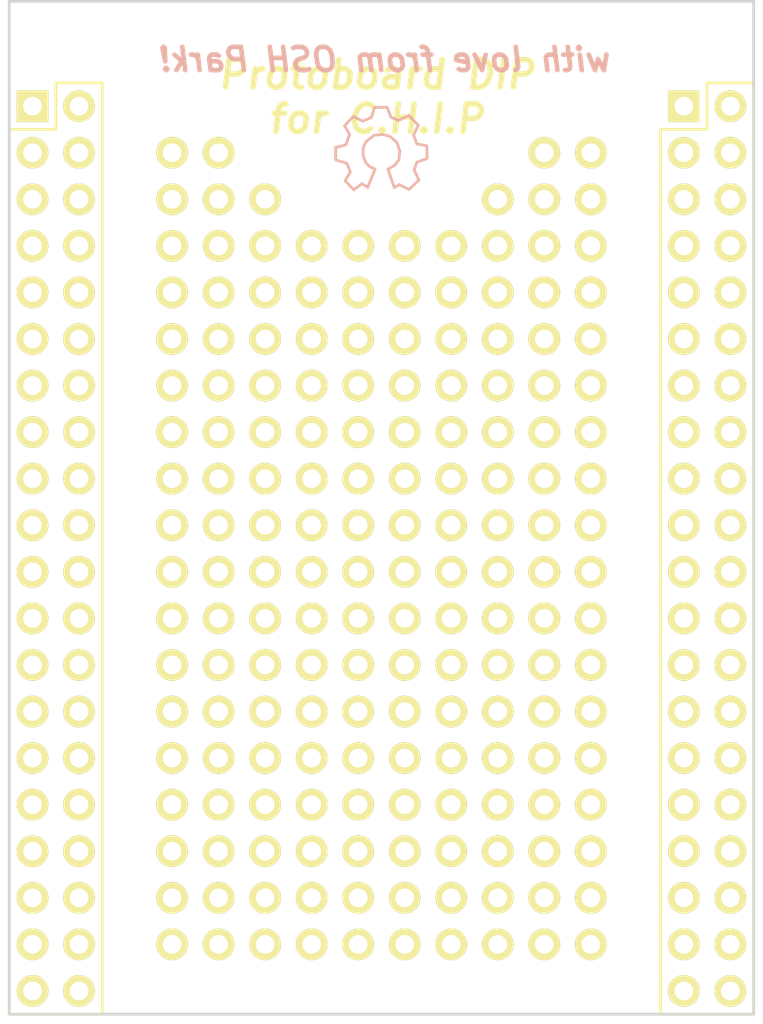
<source format=kicad_pcb>
(kicad_pcb (version 4) (host pcbnew 4.0.1-3.201512221402+6198~38~ubuntu14.04.1-stable)

  (general
    (links 10)
    (no_connects 10)
    (area 104.572999 65.329999 178.510001 126.00138)
    (thickness 1.6)
    (drawings 24)
    (tracks 0)
    (zones 0)
    (modules 173)
    (nets 4)
  )

  (page A4)
  (title_block
    (title "Protoboard DIP for C.H.I.P. Computer")
    (date 2016-05-07)
    (rev v1.0)
    (company "This design uses a KiCad DIP template created by Jenner for Wickerlib")
    (comment 1 "Released under the CERN Open Hardware License v1.2")
    (comment 2 "wickerboxen@gmail.com - http://wickerbox.net/ ")
  )

  (layers
    (0 F.Cu signal)
    (31 B.Cu signal)
    (34 B.Paste user)
    (35 F.Paste user)
    (36 B.SilkS user)
    (37 F.SilkS user)
    (38 B.Mask user)
    (39 F.Mask user)
    (44 Edge.Cuts user)
    (46 B.CrtYd user hide)
    (47 F.CrtYd user hide)
    (48 B.Fab user hide)
    (49 F.Fab user hide)
  )

  (setup
    (last_trace_width 0.254)
    (user_trace_width 0.1524)
    (user_trace_width 0.254)
    (user_trace_width 0.3302)
    (user_trace_width 0.508)
    (user_trace_width 0.762)
    (user_trace_width 1.27)
    (trace_clearance 0.254)
    (zone_clearance 0.508)
    (zone_45_only no)
    (trace_min 0.1524)
    (segment_width 0.2)
    (edge_width 0.15)
    (via_size 0.6858)
    (via_drill 0.3302)
    (via_min_size 0.6858)
    (via_min_drill 0.3302)
    (user_via 0.6858 0.3302)
    (user_via 0.762 0.4064)
    (user_via 0.8636 0.508)
    (uvia_size 0.6858)
    (uvia_drill 0.3302)
    (uvias_allowed no)
    (uvia_min_size 0)
    (uvia_min_drill 0)
    (pcb_text_width 0.3)
    (pcb_text_size 1.5 1.5)
    (mod_edge_width 0.15)
    (mod_text_size 1 1)
    (mod_text_width 0.15)
    (pad_size 1.7272 1.7272)
    (pad_drill 1.016)
    (pad_to_mask_clearance 0.2)
    (aux_axis_origin 0 0)
    (visible_elements FFFEDF7D)
    (pcbplotparams
      (layerselection 0x010f0_80000001)
      (usegerberextensions true)
      (excludeedgelayer true)
      (linewidth 0.100000)
      (plotframeref false)
      (viasonmask false)
      (mode 1)
      (useauxorigin false)
      (hpglpennumber 1)
      (hpglpenspeed 20)
      (hpglpendiameter 15)
      (hpglpenoverlay 2)
      (psnegative false)
      (psa4output false)
      (plotreference true)
      (plotvalue true)
      (plotinvisibletext false)
      (padsonsilk false)
      (subtractmaskfromsilk false)
      (outputformat 1)
      (mirror false)
      (drillshape 0)
      (scaleselection 1)
      (outputdirectory gerbers))
  )

  (net 0 "")
  (net 1 GND)
  (net 2 +5V)
  (net 3 +3.3V)

  (net_class Default "This is the default net class."
    (clearance 0.254)
    (trace_width 0.254)
    (via_dia 0.6858)
    (via_drill 0.3302)
    (uvia_dia 0.6858)
    (uvia_drill 0.3302)
    (add_net +3.3V)
    (add_net +5V)
    (add_net GND)
  )

  (module CHIP-DIPs:PINHOLE-40MIL (layer F.Cu) (tedit 572EAAC3) (tstamp 572EB46D)
    (at 142.748 116.84)
    (descr "Standard 2x20 DIP header based on KiCad Pin Header 2x20")
    (tags "pin header")
    (path /572EA21C)
    (fp_text reference V519 (at 0.508 -2.54) (layer F.SilkS) hide
      (effects (font (size 1.016 1.016) (thickness 0.1524)))
    )
    (fp_text value PINHOLE-40MIL (at -2.1 2.88 90) (layer F.Fab) hide
      (effects (font (size 1 1) (thickness 0.15)))
    )
    (pad 1 thru_hole circle (at 0 0) (size 1.7272 1.7272) (drill 1.016) (layers *.Cu *.Mask F.SilkS))
    (model Pin_Headers.3dshapes/Pin_Header_Straight_2x20.wrl
      (at (xyz 0.05 -0.95 0))
      (scale (xyz 1 1 1))
      (rotate (xyz 0 0 90))
    )
  )

  (module CHIP-DIPs:PINHOLE-40MIL (layer F.Cu) (tedit 572EAAC3) (tstamp 572EB445)
    (at 142.748 114.3)
    (descr "Standard 2x20 DIP header based on KiCad Pin Header 2x20")
    (tags "pin header")
    (path /572EA21C)
    (fp_text reference V518 (at 0.508 -2.54) (layer F.SilkS) hide
      (effects (font (size 1.016 1.016) (thickness 0.1524)))
    )
    (fp_text value PINHOLE-40MIL (at -2.1 2.88 90) (layer F.Fab) hide
      (effects (font (size 1 1) (thickness 0.15)))
    )
    (pad 1 thru_hole circle (at 0 0) (size 1.7272 1.7272) (drill 1.016) (layers *.Cu *.Mask F.SilkS))
    (model Pin_Headers.3dshapes/Pin_Header_Straight_2x20.wrl
      (at (xyz 0.05 -0.95 0))
      (scale (xyz 1 1 1))
      (rotate (xyz 0 0 90))
    )
  )

  (module CHIP-DIPs:PINHOLE-40MIL (layer F.Cu) (tedit 572EAAC3) (tstamp 572EB471)
    (at 145.288 116.84)
    (descr "Standard 2x20 DIP header based on KiCad Pin Header 2x20")
    (tags "pin header")
    (path /572EA21C)
    (fp_text reference V619 (at 0.508 -2.54) (layer F.SilkS) hide
      (effects (font (size 1.016 1.016) (thickness 0.1524)))
    )
    (fp_text value PINHOLE-40MIL (at -2.1 2.88 90) (layer F.Fab) hide
      (effects (font (size 1 1) (thickness 0.15)))
    )
    (pad 1 thru_hole circle (at 0 0) (size 1.7272 1.7272) (drill 1.016) (layers *.Cu *.Mask F.SilkS))
    (model Pin_Headers.3dshapes/Pin_Header_Straight_2x20.wrl
      (at (xyz 0.05 -0.95 0))
      (scale (xyz 1 1 1))
      (rotate (xyz 0 0 90))
    )
  )

  (module CHIP-DIPs:PINHOLE-40MIL (layer F.Cu) (tedit 572EAAC3) (tstamp 572EB449)
    (at 145.288 114.3)
    (descr "Standard 2x20 DIP header based on KiCad Pin Header 2x20")
    (tags "pin header")
    (path /572EA21C)
    (fp_text reference V618 (at 0.508 -2.54) (layer F.SilkS) hide
      (effects (font (size 1.016 1.016) (thickness 0.1524)))
    )
    (fp_text value PINHOLE-40MIL (at -2.1 2.88 90) (layer F.Fab) hide
      (effects (font (size 1 1) (thickness 0.15)))
    )
    (pad 1 thru_hole circle (at 0 0) (size 1.7272 1.7272) (drill 1.016) (layers *.Cu *.Mask F.SilkS))
    (model Pin_Headers.3dshapes/Pin_Header_Straight_2x20.wrl
      (at (xyz 0.05 -0.95 0))
      (scale (xyz 1 1 1))
      (rotate (xyz 0 0 90))
    )
  )

  (module CHIP-DIPs:PINHOLE-40MIL (layer F.Cu) (tedit 572EAAC3) (tstamp 572EB479)
    (at 150.368 116.84)
    (descr "Standard 2x20 DIP header based on KiCad Pin Header 2x20")
    (tags "pin header")
    (path /572EA21C)
    (fp_text reference V819 (at 0.508 -2.54) (layer F.SilkS) hide
      (effects (font (size 1.016 1.016) (thickness 0.1524)))
    )
    (fp_text value PINHOLE-40MIL (at -2.1 2.88 90) (layer F.Fab) hide
      (effects (font (size 1 1) (thickness 0.15)))
    )
    (pad 1 thru_hole circle (at 0 0) (size 1.7272 1.7272) (drill 1.016) (layers *.Cu *.Mask F.SilkS))
    (model Pin_Headers.3dshapes/Pin_Header_Straight_2x20.wrl
      (at (xyz 0.05 -0.95 0))
      (scale (xyz 1 1 1))
      (rotate (xyz 0 0 90))
    )
  )

  (module CHIP-DIPs:PINHOLE-40MIL (layer F.Cu) (tedit 572EAAC3) (tstamp 572EB475)
    (at 147.828 116.84)
    (descr "Standard 2x20 DIP header based on KiCad Pin Header 2x20")
    (tags "pin header")
    (path /572EA21C)
    (fp_text reference V719 (at 0.508 -2.54) (layer F.SilkS) hide
      (effects (font (size 1.016 1.016) (thickness 0.1524)))
    )
    (fp_text value PINHOLE-40MIL (at -2.1 2.88 90) (layer F.Fab) hide
      (effects (font (size 1 1) (thickness 0.15)))
    )
    (pad 1 thru_hole circle (at 0 0) (size 1.7272 1.7272) (drill 1.016) (layers *.Cu *.Mask F.SilkS))
    (model Pin_Headers.3dshapes/Pin_Header_Straight_2x20.wrl
      (at (xyz 0.05 -0.95 0))
      (scale (xyz 1 1 1))
      (rotate (xyz 0 0 90))
    )
  )

  (module CHIP-DIPs:PINHOLE-40MIL (layer F.Cu) (tedit 572EAAC3) (tstamp 572EB469)
    (at 140.208 116.84)
    (descr "Standard 2x20 DIP header based on KiCad Pin Header 2x20")
    (tags "pin header")
    (path /572EA21C)
    (fp_text reference V419 (at 0.508 -2.54) (layer F.SilkS) hide
      (effects (font (size 1.016 1.016) (thickness 0.1524)))
    )
    (fp_text value PINHOLE-40MIL (at -2.1 2.88 90) (layer F.Fab) hide
      (effects (font (size 1 1) (thickness 0.15)))
    )
    (pad 1 thru_hole circle (at 0 0) (size 1.7272 1.7272) (drill 1.016) (layers *.Cu *.Mask F.SilkS))
    (model Pin_Headers.3dshapes/Pin_Header_Straight_2x20.wrl
      (at (xyz 0.05 -0.95 0))
      (scale (xyz 1 1 1))
      (rotate (xyz 0 0 90))
    )
  )

  (module CHIP-DIPs:PINHOLE-40MIL (layer F.Cu) (tedit 572EAAC3) (tstamp 572EB465)
    (at 137.668 116.84)
    (descr "Standard 2x20 DIP header based on KiCad Pin Header 2x20")
    (tags "pin header")
    (path /572EA21C)
    (fp_text reference V319 (at 0.508 -2.54) (layer F.SilkS) hide
      (effects (font (size 1.016 1.016) (thickness 0.1524)))
    )
    (fp_text value PINHOLE-40MIL (at -2.1 2.88 90) (layer F.Fab) hide
      (effects (font (size 1 1) (thickness 0.15)))
    )
    (pad 1 thru_hole circle (at 0 0) (size 1.7272 1.7272) (drill 1.016) (layers *.Cu *.Mask F.SilkS))
    (model Pin_Headers.3dshapes/Pin_Header_Straight_2x20.wrl
      (at (xyz 0.05 -0.95 0))
      (scale (xyz 1 1 1))
      (rotate (xyz 0 0 90))
    )
  )

  (module CHIP-DIPs:PINHOLE-40MIL (layer F.Cu) (tedit 572EAAC3) (tstamp 572EB481)
    (at 155.448 116.84)
    (descr "Standard 2x20 DIP header based on KiCad Pin Header 2x20")
    (tags "pin header")
    (path /572EA21C)
    (fp_text reference V1019 (at 0.508 -2.54) (layer F.SilkS) hide
      (effects (font (size 1.016 1.016) (thickness 0.1524)))
    )
    (fp_text value PINHOLE-40MIL (at -2.1 2.88 90) (layer F.Fab) hide
      (effects (font (size 1 1) (thickness 0.15)))
    )
    (pad 1 thru_hole circle (at 0 0) (size 1.7272 1.7272) (drill 1.016) (layers *.Cu *.Mask F.SilkS))
    (model Pin_Headers.3dshapes/Pin_Header_Straight_2x20.wrl
      (at (xyz 0.05 -0.95 0))
      (scale (xyz 1 1 1))
      (rotate (xyz 0 0 90))
    )
  )

  (module CHIP-DIPs:PINHOLE-40MIL (layer F.Cu) (tedit 572EAAC3) (tstamp 572EB47D)
    (at 152.908 116.84)
    (descr "Standard 2x20 DIP header based on KiCad Pin Header 2x20")
    (tags "pin header")
    (path /572EA21C)
    (fp_text reference V919 (at 0.508 -2.54) (layer F.SilkS) hide
      (effects (font (size 1.016 1.016) (thickness 0.1524)))
    )
    (fp_text value PINHOLE-40MIL (at -2.1 2.88 90) (layer F.Fab) hide
      (effects (font (size 1 1) (thickness 0.15)))
    )
    (pad 1 thru_hole circle (at 0 0) (size 1.7272 1.7272) (drill 1.016) (layers *.Cu *.Mask F.SilkS))
    (model Pin_Headers.3dshapes/Pin_Header_Straight_2x20.wrl
      (at (xyz 0.05 -0.95 0))
      (scale (xyz 1 1 1))
      (rotate (xyz 0 0 90))
    )
  )

  (module CHIP-DIPs:PINHOLE-40MIL (layer F.Cu) (tedit 572EAAC3) (tstamp 572EB461)
    (at 135.128 116.84)
    (descr "Standard 2x20 DIP header based on KiCad Pin Header 2x20")
    (tags "pin header")
    (path /572EA21C)
    (fp_text reference V219 (at 0.508 -2.54) (layer F.SilkS) hide
      (effects (font (size 1.016 1.016) (thickness 0.1524)))
    )
    (fp_text value PINHOLE-40MIL (at -2.1 2.88 90) (layer F.Fab) hide
      (effects (font (size 1 1) (thickness 0.15)))
    )
    (pad 1 thru_hole circle (at 0 0) (size 1.7272 1.7272) (drill 1.016) (layers *.Cu *.Mask F.SilkS))
    (model Pin_Headers.3dshapes/Pin_Header_Straight_2x20.wrl
      (at (xyz 0.05 -0.95 0))
      (scale (xyz 1 1 1))
      (rotate (xyz 0 0 90))
    )
  )

  (module CHIP-DIPs:PINHOLE-40MIL (layer F.Cu) (tedit 572EAAC3) (tstamp 572EB45D)
    (at 132.588 116.84)
    (descr "Standard 2x20 DIP header based on KiCad Pin Header 2x20")
    (tags "pin header")
    (path /572EA21C)
    (fp_text reference V119 (at 0.508 -2.54) (layer F.SilkS) hide
      (effects (font (size 1.016 1.016) (thickness 0.1524)))
    )
    (fp_text value PINHOLE-40MIL (at -2.1 2.88 90) (layer F.Fab) hide
      (effects (font (size 1 1) (thickness 0.15)))
    )
    (pad 1 thru_hole circle (at 0 0) (size 1.7272 1.7272) (drill 1.016) (layers *.Cu *.Mask F.SilkS))
    (model Pin_Headers.3dshapes/Pin_Header_Straight_2x20.wrl
      (at (xyz 0.05 -0.95 0))
      (scale (xyz 1 1 1))
      (rotate (xyz 0 0 90))
    )
  )

  (module CHIP-DIPs:PINHOLE-40MIL (layer F.Cu) (tedit 572EAAC3) (tstamp 572EB459)
    (at 155.448 114.3)
    (descr "Standard 2x20 DIP header based on KiCad Pin Header 2x20")
    (tags "pin header")
    (path /572EA21C)
    (fp_text reference V1018 (at 0.508 -2.54) (layer F.SilkS) hide
      (effects (font (size 1.016 1.016) (thickness 0.1524)))
    )
    (fp_text value PINHOLE-40MIL (at -2.1 2.88 90) (layer F.Fab) hide
      (effects (font (size 1 1) (thickness 0.15)))
    )
    (pad 1 thru_hole circle (at 0 0) (size 1.7272 1.7272) (drill 1.016) (layers *.Cu *.Mask F.SilkS))
    (model Pin_Headers.3dshapes/Pin_Header_Straight_2x20.wrl
      (at (xyz 0.05 -0.95 0))
      (scale (xyz 1 1 1))
      (rotate (xyz 0 0 90))
    )
  )

  (module CHIP-DIPs:PINHOLE-40MIL (layer F.Cu) (tedit 572EAAC3) (tstamp 572EB455)
    (at 152.908 114.3)
    (descr "Standard 2x20 DIP header based on KiCad Pin Header 2x20")
    (tags "pin header")
    (path /572EA21C)
    (fp_text reference V918 (at 0.508 -2.54) (layer F.SilkS) hide
      (effects (font (size 1.016 1.016) (thickness 0.1524)))
    )
    (fp_text value PINHOLE-40MIL (at -2.1 2.88 90) (layer F.Fab) hide
      (effects (font (size 1 1) (thickness 0.15)))
    )
    (pad 1 thru_hole circle (at 0 0) (size 1.7272 1.7272) (drill 1.016) (layers *.Cu *.Mask F.SilkS))
    (model Pin_Headers.3dshapes/Pin_Header_Straight_2x20.wrl
      (at (xyz 0.05 -0.95 0))
      (scale (xyz 1 1 1))
      (rotate (xyz 0 0 90))
    )
  )

  (module CHIP-DIPs:PINHOLE-40MIL (layer F.Cu) (tedit 572EAAC3) (tstamp 572EB451)
    (at 150.368 114.3)
    (descr "Standard 2x20 DIP header based on KiCad Pin Header 2x20")
    (tags "pin header")
    (path /572EA21C)
    (fp_text reference V818 (at 0.508 -2.54) (layer F.SilkS) hide
      (effects (font (size 1.016 1.016) (thickness 0.1524)))
    )
    (fp_text value PINHOLE-40MIL (at -2.1 2.88 90) (layer F.Fab) hide
      (effects (font (size 1 1) (thickness 0.15)))
    )
    (pad 1 thru_hole circle (at 0 0) (size 1.7272 1.7272) (drill 1.016) (layers *.Cu *.Mask F.SilkS))
    (model Pin_Headers.3dshapes/Pin_Header_Straight_2x20.wrl
      (at (xyz 0.05 -0.95 0))
      (scale (xyz 1 1 1))
      (rotate (xyz 0 0 90))
    )
  )

  (module CHIP-DIPs:PINHOLE-40MIL (layer F.Cu) (tedit 572EAAC3) (tstamp 572EB44D)
    (at 147.828 114.3)
    (descr "Standard 2x20 DIP header based on KiCad Pin Header 2x20")
    (tags "pin header")
    (path /572EA21C)
    (fp_text reference V718 (at 0.508 -2.54) (layer F.SilkS) hide
      (effects (font (size 1.016 1.016) (thickness 0.1524)))
    )
    (fp_text value PINHOLE-40MIL (at -2.1 2.88 90) (layer F.Fab) hide
      (effects (font (size 1 1) (thickness 0.15)))
    )
    (pad 1 thru_hole circle (at 0 0) (size 1.7272 1.7272) (drill 1.016) (layers *.Cu *.Mask F.SilkS))
    (model Pin_Headers.3dshapes/Pin_Header_Straight_2x20.wrl
      (at (xyz 0.05 -0.95 0))
      (scale (xyz 1 1 1))
      (rotate (xyz 0 0 90))
    )
  )

  (module CHIP-DIPs:PINHOLE-40MIL (layer F.Cu) (tedit 572EAAC3) (tstamp 572EB441)
    (at 140.208 114.3)
    (descr "Standard 2x20 DIP header based on KiCad Pin Header 2x20")
    (tags "pin header")
    (path /572EA21C)
    (fp_text reference V418 (at 0.508 -2.54) (layer F.SilkS) hide
      (effects (font (size 1.016 1.016) (thickness 0.1524)))
    )
    (fp_text value PINHOLE-40MIL (at -2.1 2.88 90) (layer F.Fab) hide
      (effects (font (size 1 1) (thickness 0.15)))
    )
    (pad 1 thru_hole circle (at 0 0) (size 1.7272 1.7272) (drill 1.016) (layers *.Cu *.Mask F.SilkS))
    (model Pin_Headers.3dshapes/Pin_Header_Straight_2x20.wrl
      (at (xyz 0.05 -0.95 0))
      (scale (xyz 1 1 1))
      (rotate (xyz 0 0 90))
    )
  )

  (module CHIP-DIPs:PINHOLE-40MIL (layer F.Cu) (tedit 572EAAC3) (tstamp 572EB43D)
    (at 137.668 114.3)
    (descr "Standard 2x20 DIP header based on KiCad Pin Header 2x20")
    (tags "pin header")
    (path /572EA21C)
    (fp_text reference V318 (at 0.508 -2.54) (layer F.SilkS) hide
      (effects (font (size 1.016 1.016) (thickness 0.1524)))
    )
    (fp_text value PINHOLE-40MIL (at -2.1 2.88 90) (layer F.Fab) hide
      (effects (font (size 1 1) (thickness 0.15)))
    )
    (pad 1 thru_hole circle (at 0 0) (size 1.7272 1.7272) (drill 1.016) (layers *.Cu *.Mask F.SilkS))
    (model Pin_Headers.3dshapes/Pin_Header_Straight_2x20.wrl
      (at (xyz 0.05 -0.95 0))
      (scale (xyz 1 1 1))
      (rotate (xyz 0 0 90))
    )
  )

  (module CHIP-DIPs:PINHOLE-40MIL (layer F.Cu) (tedit 572EAAC3) (tstamp 572EB439)
    (at 135.128 114.3)
    (descr "Standard 2x20 DIP header based on KiCad Pin Header 2x20")
    (tags "pin header")
    (path /572EA21C)
    (fp_text reference V218 (at 0.508 -2.54) (layer F.SilkS) hide
      (effects (font (size 1.016 1.016) (thickness 0.1524)))
    )
    (fp_text value PINHOLE-40MIL (at -2.1 2.88 90) (layer F.Fab) hide
      (effects (font (size 1 1) (thickness 0.15)))
    )
    (pad 1 thru_hole circle (at 0 0) (size 1.7272 1.7272) (drill 1.016) (layers *.Cu *.Mask F.SilkS))
    (model Pin_Headers.3dshapes/Pin_Header_Straight_2x20.wrl
      (at (xyz 0.05 -0.95 0))
      (scale (xyz 1 1 1))
      (rotate (xyz 0 0 90))
    )
  )

  (module CHIP-DIPs:PINHOLE-40MIL (layer F.Cu) (tedit 572EAAC3) (tstamp 572EB435)
    (at 132.588 114.3)
    (descr "Standard 2x20 DIP header based on KiCad Pin Header 2x20")
    (tags "pin header")
    (path /572EA21C)
    (fp_text reference V118 (at 0.508 -2.54) (layer F.SilkS) hide
      (effects (font (size 1.016 1.016) (thickness 0.1524)))
    )
    (fp_text value PINHOLE-40MIL (at -2.1 2.88 90) (layer F.Fab) hide
      (effects (font (size 1 1) (thickness 0.15)))
    )
    (pad 1 thru_hole circle (at 0 0) (size 1.7272 1.7272) (drill 1.016) (layers *.Cu *.Mask F.SilkS))
    (model Pin_Headers.3dshapes/Pin_Header_Straight_2x20.wrl
      (at (xyz 0.05 -0.95 0))
      (scale (xyz 1 1 1))
      (rotate (xyz 0 0 90))
    )
  )

  (module CHIP-DIPs:PINHOLE-40MIL (layer F.Cu) (tedit 572EAAC3) (tstamp 572EB431)
    (at 155.448 111.76)
    (descr "Standard 2x20 DIP header based on KiCad Pin Header 2x20")
    (tags "pin header")
    (path /572EA21C)
    (fp_text reference V1017 (at 0.508 -2.54) (layer F.SilkS) hide
      (effects (font (size 1.016 1.016) (thickness 0.1524)))
    )
    (fp_text value PINHOLE-40MIL (at -2.1 2.88 90) (layer F.Fab) hide
      (effects (font (size 1 1) (thickness 0.15)))
    )
    (pad 1 thru_hole circle (at 0 0) (size 1.7272 1.7272) (drill 1.016) (layers *.Cu *.Mask F.SilkS))
    (model Pin_Headers.3dshapes/Pin_Header_Straight_2x20.wrl
      (at (xyz 0.05 -0.95 0))
      (scale (xyz 1 1 1))
      (rotate (xyz 0 0 90))
    )
  )

  (module CHIP-DIPs:PINHOLE-40MIL (layer F.Cu) (tedit 572EAAC3) (tstamp 572EB42D)
    (at 152.908 111.76)
    (descr "Standard 2x20 DIP header based on KiCad Pin Header 2x20")
    (tags "pin header")
    (path /572EA21C)
    (fp_text reference V917 (at 0.508 -2.54) (layer F.SilkS) hide
      (effects (font (size 1.016 1.016) (thickness 0.1524)))
    )
    (fp_text value PINHOLE-40MIL (at -2.1 2.88 90) (layer F.Fab) hide
      (effects (font (size 1 1) (thickness 0.15)))
    )
    (pad 1 thru_hole circle (at 0 0) (size 1.7272 1.7272) (drill 1.016) (layers *.Cu *.Mask F.SilkS))
    (model Pin_Headers.3dshapes/Pin_Header_Straight_2x20.wrl
      (at (xyz 0.05 -0.95 0))
      (scale (xyz 1 1 1))
      (rotate (xyz 0 0 90))
    )
  )

  (module CHIP-DIPs:PINHOLE-40MIL (layer F.Cu) (tedit 572EAAC3) (tstamp 572EB429)
    (at 150.368 111.76)
    (descr "Standard 2x20 DIP header based on KiCad Pin Header 2x20")
    (tags "pin header")
    (path /572EA21C)
    (fp_text reference V817 (at 0.508 -2.54) (layer F.SilkS) hide
      (effects (font (size 1.016 1.016) (thickness 0.1524)))
    )
    (fp_text value PINHOLE-40MIL (at -2.1 2.88 90) (layer F.Fab) hide
      (effects (font (size 1 1) (thickness 0.15)))
    )
    (pad 1 thru_hole circle (at 0 0) (size 1.7272 1.7272) (drill 1.016) (layers *.Cu *.Mask F.SilkS))
    (model Pin_Headers.3dshapes/Pin_Header_Straight_2x20.wrl
      (at (xyz 0.05 -0.95 0))
      (scale (xyz 1 1 1))
      (rotate (xyz 0 0 90))
    )
  )

  (module CHIP-DIPs:PINHOLE-40MIL (layer F.Cu) (tedit 572EAAC3) (tstamp 572EB425)
    (at 147.828 111.76)
    (descr "Standard 2x20 DIP header based on KiCad Pin Header 2x20")
    (tags "pin header")
    (path /572EA21C)
    (fp_text reference V717 (at 0.508 -2.54) (layer F.SilkS) hide
      (effects (font (size 1.016 1.016) (thickness 0.1524)))
    )
    (fp_text value PINHOLE-40MIL (at -2.1 2.88 90) (layer F.Fab) hide
      (effects (font (size 1 1) (thickness 0.15)))
    )
    (pad 1 thru_hole circle (at 0 0) (size 1.7272 1.7272) (drill 1.016) (layers *.Cu *.Mask F.SilkS))
    (model Pin_Headers.3dshapes/Pin_Header_Straight_2x20.wrl
      (at (xyz 0.05 -0.95 0))
      (scale (xyz 1 1 1))
      (rotate (xyz 0 0 90))
    )
  )

  (module CHIP-DIPs:PINHOLE-40MIL (layer F.Cu) (tedit 572EAAC3) (tstamp 572EB421)
    (at 145.288 111.76)
    (descr "Standard 2x20 DIP header based on KiCad Pin Header 2x20")
    (tags "pin header")
    (path /572EA21C)
    (fp_text reference V617 (at 0.508 -2.54) (layer F.SilkS) hide
      (effects (font (size 1.016 1.016) (thickness 0.1524)))
    )
    (fp_text value PINHOLE-40MIL (at -2.1 2.88 90) (layer F.Fab) hide
      (effects (font (size 1 1) (thickness 0.15)))
    )
    (pad 1 thru_hole circle (at 0 0) (size 1.7272 1.7272) (drill 1.016) (layers *.Cu *.Mask F.SilkS))
    (model Pin_Headers.3dshapes/Pin_Header_Straight_2x20.wrl
      (at (xyz 0.05 -0.95 0))
      (scale (xyz 1 1 1))
      (rotate (xyz 0 0 90))
    )
  )

  (module CHIP-DIPs:PINHOLE-40MIL (layer F.Cu) (tedit 572EAAC3) (tstamp 572EB41D)
    (at 142.748 111.76)
    (descr "Standard 2x20 DIP header based on KiCad Pin Header 2x20")
    (tags "pin header")
    (path /572EA21C)
    (fp_text reference V517 (at 0.508 -2.54) (layer F.SilkS) hide
      (effects (font (size 1.016 1.016) (thickness 0.1524)))
    )
    (fp_text value PINHOLE-40MIL (at -2.1 2.88 90) (layer F.Fab) hide
      (effects (font (size 1 1) (thickness 0.15)))
    )
    (pad 1 thru_hole circle (at 0 0) (size 1.7272 1.7272) (drill 1.016) (layers *.Cu *.Mask F.SilkS))
    (model Pin_Headers.3dshapes/Pin_Header_Straight_2x20.wrl
      (at (xyz 0.05 -0.95 0))
      (scale (xyz 1 1 1))
      (rotate (xyz 0 0 90))
    )
  )

  (module CHIP-DIPs:PINHOLE-40MIL (layer F.Cu) (tedit 572EAAC3) (tstamp 572EB419)
    (at 140.208 111.76)
    (descr "Standard 2x20 DIP header based on KiCad Pin Header 2x20")
    (tags "pin header")
    (path /572EA21C)
    (fp_text reference V417 (at 0.508 -2.54) (layer F.SilkS) hide
      (effects (font (size 1.016 1.016) (thickness 0.1524)))
    )
    (fp_text value PINHOLE-40MIL (at -2.1 2.88 90) (layer F.Fab) hide
      (effects (font (size 1 1) (thickness 0.15)))
    )
    (pad 1 thru_hole circle (at 0 0) (size 1.7272 1.7272) (drill 1.016) (layers *.Cu *.Mask F.SilkS))
    (model Pin_Headers.3dshapes/Pin_Header_Straight_2x20.wrl
      (at (xyz 0.05 -0.95 0))
      (scale (xyz 1 1 1))
      (rotate (xyz 0 0 90))
    )
  )

  (module CHIP-DIPs:PINHOLE-40MIL (layer F.Cu) (tedit 572EAAC3) (tstamp 572EB415)
    (at 137.668 111.76)
    (descr "Standard 2x20 DIP header based on KiCad Pin Header 2x20")
    (tags "pin header")
    (path /572EA21C)
    (fp_text reference V317 (at 0.508 -2.54) (layer F.SilkS) hide
      (effects (font (size 1.016 1.016) (thickness 0.1524)))
    )
    (fp_text value PINHOLE-40MIL (at -2.1 2.88 90) (layer F.Fab) hide
      (effects (font (size 1 1) (thickness 0.15)))
    )
    (pad 1 thru_hole circle (at 0 0) (size 1.7272 1.7272) (drill 1.016) (layers *.Cu *.Mask F.SilkS))
    (model Pin_Headers.3dshapes/Pin_Header_Straight_2x20.wrl
      (at (xyz 0.05 -0.95 0))
      (scale (xyz 1 1 1))
      (rotate (xyz 0 0 90))
    )
  )

  (module CHIP-DIPs:PINHOLE-40MIL (layer F.Cu) (tedit 572EAAC3) (tstamp 572EB411)
    (at 135.128 111.76)
    (descr "Standard 2x20 DIP header based on KiCad Pin Header 2x20")
    (tags "pin header")
    (path /572EA21C)
    (fp_text reference V217 (at 0.508 -2.54) (layer F.SilkS) hide
      (effects (font (size 1.016 1.016) (thickness 0.1524)))
    )
    (fp_text value PINHOLE-40MIL (at -2.1 2.88 90) (layer F.Fab) hide
      (effects (font (size 1 1) (thickness 0.15)))
    )
    (pad 1 thru_hole circle (at 0 0) (size 1.7272 1.7272) (drill 1.016) (layers *.Cu *.Mask F.SilkS))
    (model Pin_Headers.3dshapes/Pin_Header_Straight_2x20.wrl
      (at (xyz 0.05 -0.95 0))
      (scale (xyz 1 1 1))
      (rotate (xyz 0 0 90))
    )
  )

  (module CHIP-DIPs:PINHOLE-40MIL (layer F.Cu) (tedit 572EAAC3) (tstamp 572EB40D)
    (at 132.588 111.76)
    (descr "Standard 2x20 DIP header based on KiCad Pin Header 2x20")
    (tags "pin header")
    (path /572EA21C)
    (fp_text reference V117 (at 0.508 -2.54) (layer F.SilkS) hide
      (effects (font (size 1.016 1.016) (thickness 0.1524)))
    )
    (fp_text value PINHOLE-40MIL (at -2.1 2.88 90) (layer F.Fab) hide
      (effects (font (size 1 1) (thickness 0.15)))
    )
    (pad 1 thru_hole circle (at 0 0) (size 1.7272 1.7272) (drill 1.016) (layers *.Cu *.Mask F.SilkS))
    (model Pin_Headers.3dshapes/Pin_Header_Straight_2x20.wrl
      (at (xyz 0.05 -0.95 0))
      (scale (xyz 1 1 1))
      (rotate (xyz 0 0 90))
    )
  )

  (module CHIP-DIPs:PINHOLE-40MIL (layer F.Cu) (tedit 572EAAC3) (tstamp 572EB409)
    (at 155.448 109.22)
    (descr "Standard 2x20 DIP header based on KiCad Pin Header 2x20")
    (tags "pin header")
    (path /572EA21C)
    (fp_text reference V1016 (at 0.508 -2.54) (layer F.SilkS) hide
      (effects (font (size 1.016 1.016) (thickness 0.1524)))
    )
    (fp_text value PINHOLE-40MIL (at -2.1 2.88 90) (layer F.Fab) hide
      (effects (font (size 1 1) (thickness 0.15)))
    )
    (pad 1 thru_hole circle (at 0 0) (size 1.7272 1.7272) (drill 1.016) (layers *.Cu *.Mask F.SilkS))
    (model Pin_Headers.3dshapes/Pin_Header_Straight_2x20.wrl
      (at (xyz 0.05 -0.95 0))
      (scale (xyz 1 1 1))
      (rotate (xyz 0 0 90))
    )
  )

  (module CHIP-DIPs:PINHOLE-40MIL (layer F.Cu) (tedit 572EAAC3) (tstamp 572EB405)
    (at 152.908 109.22)
    (descr "Standard 2x20 DIP header based on KiCad Pin Header 2x20")
    (tags "pin header")
    (path /572EA21C)
    (fp_text reference V916 (at 0.508 -2.54) (layer F.SilkS) hide
      (effects (font (size 1.016 1.016) (thickness 0.1524)))
    )
    (fp_text value PINHOLE-40MIL (at -2.1 2.88 90) (layer F.Fab) hide
      (effects (font (size 1 1) (thickness 0.15)))
    )
    (pad 1 thru_hole circle (at 0 0) (size 1.7272 1.7272) (drill 1.016) (layers *.Cu *.Mask F.SilkS))
    (model Pin_Headers.3dshapes/Pin_Header_Straight_2x20.wrl
      (at (xyz 0.05 -0.95 0))
      (scale (xyz 1 1 1))
      (rotate (xyz 0 0 90))
    )
  )

  (module CHIP-DIPs:PINHOLE-40MIL (layer F.Cu) (tedit 572EAAC3) (tstamp 572EB401)
    (at 150.368 109.22)
    (descr "Standard 2x20 DIP header based on KiCad Pin Header 2x20")
    (tags "pin header")
    (path /572EA21C)
    (fp_text reference V816 (at 0.508 -2.54) (layer F.SilkS) hide
      (effects (font (size 1.016 1.016) (thickness 0.1524)))
    )
    (fp_text value PINHOLE-40MIL (at -2.1 2.88 90) (layer F.Fab) hide
      (effects (font (size 1 1) (thickness 0.15)))
    )
    (pad 1 thru_hole circle (at 0 0) (size 1.7272 1.7272) (drill 1.016) (layers *.Cu *.Mask F.SilkS))
    (model Pin_Headers.3dshapes/Pin_Header_Straight_2x20.wrl
      (at (xyz 0.05 -0.95 0))
      (scale (xyz 1 1 1))
      (rotate (xyz 0 0 90))
    )
  )

  (module CHIP-DIPs:PINHOLE-40MIL (layer F.Cu) (tedit 572EAAC3) (tstamp 572EB3FD)
    (at 147.828 109.22)
    (descr "Standard 2x20 DIP header based on KiCad Pin Header 2x20")
    (tags "pin header")
    (path /572EA21C)
    (fp_text reference V716 (at 0.508 -2.54) (layer F.SilkS) hide
      (effects (font (size 1.016 1.016) (thickness 0.1524)))
    )
    (fp_text value PINHOLE-40MIL (at -2.1 2.88 90) (layer F.Fab) hide
      (effects (font (size 1 1) (thickness 0.15)))
    )
    (pad 1 thru_hole circle (at 0 0) (size 1.7272 1.7272) (drill 1.016) (layers *.Cu *.Mask F.SilkS))
    (model Pin_Headers.3dshapes/Pin_Header_Straight_2x20.wrl
      (at (xyz 0.05 -0.95 0))
      (scale (xyz 1 1 1))
      (rotate (xyz 0 0 90))
    )
  )

  (module CHIP-DIPs:PINHOLE-40MIL (layer F.Cu) (tedit 572EAAC3) (tstamp 572EB3F9)
    (at 145.288 109.22)
    (descr "Standard 2x20 DIP header based on KiCad Pin Header 2x20")
    (tags "pin header")
    (path /572EA21C)
    (fp_text reference V616 (at 0.508 -2.54) (layer F.SilkS) hide
      (effects (font (size 1.016 1.016) (thickness 0.1524)))
    )
    (fp_text value PINHOLE-40MIL (at -2.1 2.88 90) (layer F.Fab) hide
      (effects (font (size 1 1) (thickness 0.15)))
    )
    (pad 1 thru_hole circle (at 0 0) (size 1.7272 1.7272) (drill 1.016) (layers *.Cu *.Mask F.SilkS))
    (model Pin_Headers.3dshapes/Pin_Header_Straight_2x20.wrl
      (at (xyz 0.05 -0.95 0))
      (scale (xyz 1 1 1))
      (rotate (xyz 0 0 90))
    )
  )

  (module CHIP-DIPs:PINHOLE-40MIL (layer F.Cu) (tedit 572EAAC3) (tstamp 572EB3F5)
    (at 142.748 109.22)
    (descr "Standard 2x20 DIP header based on KiCad Pin Header 2x20")
    (tags "pin header")
    (path /572EA21C)
    (fp_text reference V516 (at 0.508 -2.54) (layer F.SilkS) hide
      (effects (font (size 1.016 1.016) (thickness 0.1524)))
    )
    (fp_text value PINHOLE-40MIL (at -2.1 2.88 90) (layer F.Fab) hide
      (effects (font (size 1 1) (thickness 0.15)))
    )
    (pad 1 thru_hole circle (at 0 0) (size 1.7272 1.7272) (drill 1.016) (layers *.Cu *.Mask F.SilkS))
    (model Pin_Headers.3dshapes/Pin_Header_Straight_2x20.wrl
      (at (xyz 0.05 -0.95 0))
      (scale (xyz 1 1 1))
      (rotate (xyz 0 0 90))
    )
  )

  (module CHIP-DIPs:PINHOLE-40MIL (layer F.Cu) (tedit 572EAAC3) (tstamp 572EB3F1)
    (at 140.208 109.22)
    (descr "Standard 2x20 DIP header based on KiCad Pin Header 2x20")
    (tags "pin header")
    (path /572EA21C)
    (fp_text reference V416 (at 0.508 -2.54) (layer F.SilkS) hide
      (effects (font (size 1.016 1.016) (thickness 0.1524)))
    )
    (fp_text value PINHOLE-40MIL (at -2.1 2.88 90) (layer F.Fab) hide
      (effects (font (size 1 1) (thickness 0.15)))
    )
    (pad 1 thru_hole circle (at 0 0) (size 1.7272 1.7272) (drill 1.016) (layers *.Cu *.Mask F.SilkS))
    (model Pin_Headers.3dshapes/Pin_Header_Straight_2x20.wrl
      (at (xyz 0.05 -0.95 0))
      (scale (xyz 1 1 1))
      (rotate (xyz 0 0 90))
    )
  )

  (module CHIP-DIPs:PINHOLE-40MIL (layer F.Cu) (tedit 572EAAC3) (tstamp 572EB3ED)
    (at 137.668 109.22)
    (descr "Standard 2x20 DIP header based on KiCad Pin Header 2x20")
    (tags "pin header")
    (path /572EA21C)
    (fp_text reference V316 (at 0.508 -2.54) (layer F.SilkS) hide
      (effects (font (size 1.016 1.016) (thickness 0.1524)))
    )
    (fp_text value PINHOLE-40MIL (at -2.1 2.88 90) (layer F.Fab) hide
      (effects (font (size 1 1) (thickness 0.15)))
    )
    (pad 1 thru_hole circle (at 0 0) (size 1.7272 1.7272) (drill 1.016) (layers *.Cu *.Mask F.SilkS))
    (model Pin_Headers.3dshapes/Pin_Header_Straight_2x20.wrl
      (at (xyz 0.05 -0.95 0))
      (scale (xyz 1 1 1))
      (rotate (xyz 0 0 90))
    )
  )

  (module CHIP-DIPs:PINHOLE-40MIL (layer F.Cu) (tedit 572EAAC3) (tstamp 572EB3E9)
    (at 135.128 109.22)
    (descr "Standard 2x20 DIP header based on KiCad Pin Header 2x20")
    (tags "pin header")
    (path /572EA21C)
    (fp_text reference V216 (at 0.508 -2.54) (layer F.SilkS) hide
      (effects (font (size 1.016 1.016) (thickness 0.1524)))
    )
    (fp_text value PINHOLE-40MIL (at -2.1 2.88 90) (layer F.Fab) hide
      (effects (font (size 1 1) (thickness 0.15)))
    )
    (pad 1 thru_hole circle (at 0 0) (size 1.7272 1.7272) (drill 1.016) (layers *.Cu *.Mask F.SilkS))
    (model Pin_Headers.3dshapes/Pin_Header_Straight_2x20.wrl
      (at (xyz 0.05 -0.95 0))
      (scale (xyz 1 1 1))
      (rotate (xyz 0 0 90))
    )
  )

  (module CHIP-DIPs:PINHOLE-40MIL (layer F.Cu) (tedit 572EAAC3) (tstamp 572EB3E5)
    (at 132.588 109.22)
    (descr "Standard 2x20 DIP header based on KiCad Pin Header 2x20")
    (tags "pin header")
    (path /572EA21C)
    (fp_text reference V116 (at 0.508 -2.54) (layer F.SilkS) hide
      (effects (font (size 1.016 1.016) (thickness 0.1524)))
    )
    (fp_text value PINHOLE-40MIL (at -2.1 2.88 90) (layer F.Fab) hide
      (effects (font (size 1 1) (thickness 0.15)))
    )
    (pad 1 thru_hole circle (at 0 0) (size 1.7272 1.7272) (drill 1.016) (layers *.Cu *.Mask F.SilkS))
    (model Pin_Headers.3dshapes/Pin_Header_Straight_2x20.wrl
      (at (xyz 0.05 -0.95 0))
      (scale (xyz 1 1 1))
      (rotate (xyz 0 0 90))
    )
  )

  (module CHIP-DIPs:PINHOLE-40MIL (layer F.Cu) (tedit 572EAAC3) (tstamp 572EB3E1)
    (at 155.448 106.68)
    (descr "Standard 2x20 DIP header based on KiCad Pin Header 2x20")
    (tags "pin header")
    (path /572EA21C)
    (fp_text reference V1015 (at 0.508 -2.54) (layer F.SilkS) hide
      (effects (font (size 1.016 1.016) (thickness 0.1524)))
    )
    (fp_text value PINHOLE-40MIL (at -2.1 2.88 90) (layer F.Fab) hide
      (effects (font (size 1 1) (thickness 0.15)))
    )
    (pad 1 thru_hole circle (at 0 0) (size 1.7272 1.7272) (drill 1.016) (layers *.Cu *.Mask F.SilkS))
    (model Pin_Headers.3dshapes/Pin_Header_Straight_2x20.wrl
      (at (xyz 0.05 -0.95 0))
      (scale (xyz 1 1 1))
      (rotate (xyz 0 0 90))
    )
  )

  (module CHIP-DIPs:PINHOLE-40MIL (layer F.Cu) (tedit 572EAAC3) (tstamp 572EB3DD)
    (at 152.908 106.68)
    (descr "Standard 2x20 DIP header based on KiCad Pin Header 2x20")
    (tags "pin header")
    (path /572EA21C)
    (fp_text reference V915 (at 0.508 -2.54) (layer F.SilkS) hide
      (effects (font (size 1.016 1.016) (thickness 0.1524)))
    )
    (fp_text value PINHOLE-40MIL (at -2.1 2.88 90) (layer F.Fab) hide
      (effects (font (size 1 1) (thickness 0.15)))
    )
    (pad 1 thru_hole circle (at 0 0) (size 1.7272 1.7272) (drill 1.016) (layers *.Cu *.Mask F.SilkS))
    (model Pin_Headers.3dshapes/Pin_Header_Straight_2x20.wrl
      (at (xyz 0.05 -0.95 0))
      (scale (xyz 1 1 1))
      (rotate (xyz 0 0 90))
    )
  )

  (module CHIP-DIPs:PINHOLE-40MIL (layer F.Cu) (tedit 572EAAC3) (tstamp 572EB3D9)
    (at 150.368 106.68)
    (descr "Standard 2x20 DIP header based on KiCad Pin Header 2x20")
    (tags "pin header")
    (path /572EA21C)
    (fp_text reference V815 (at 0.508 -2.54) (layer F.SilkS) hide
      (effects (font (size 1.016 1.016) (thickness 0.1524)))
    )
    (fp_text value PINHOLE-40MIL (at -2.1 2.88 90) (layer F.Fab) hide
      (effects (font (size 1 1) (thickness 0.15)))
    )
    (pad 1 thru_hole circle (at 0 0) (size 1.7272 1.7272) (drill 1.016) (layers *.Cu *.Mask F.SilkS))
    (model Pin_Headers.3dshapes/Pin_Header_Straight_2x20.wrl
      (at (xyz 0.05 -0.95 0))
      (scale (xyz 1 1 1))
      (rotate (xyz 0 0 90))
    )
  )

  (module CHIP-DIPs:PINHOLE-40MIL (layer F.Cu) (tedit 572EAAC3) (tstamp 572EB3D5)
    (at 147.828 106.68)
    (descr "Standard 2x20 DIP header based on KiCad Pin Header 2x20")
    (tags "pin header")
    (path /572EA21C)
    (fp_text reference V715 (at 0.508 -2.54) (layer F.SilkS) hide
      (effects (font (size 1.016 1.016) (thickness 0.1524)))
    )
    (fp_text value PINHOLE-40MIL (at -2.1 2.88 90) (layer F.Fab) hide
      (effects (font (size 1 1) (thickness 0.15)))
    )
    (pad 1 thru_hole circle (at 0 0) (size 1.7272 1.7272) (drill 1.016) (layers *.Cu *.Mask F.SilkS))
    (model Pin_Headers.3dshapes/Pin_Header_Straight_2x20.wrl
      (at (xyz 0.05 -0.95 0))
      (scale (xyz 1 1 1))
      (rotate (xyz 0 0 90))
    )
  )

  (module CHIP-DIPs:PINHOLE-40MIL (layer F.Cu) (tedit 572EAAC3) (tstamp 572EB3D1)
    (at 145.288 106.68)
    (descr "Standard 2x20 DIP header based on KiCad Pin Header 2x20")
    (tags "pin header")
    (path /572EA21C)
    (fp_text reference V615 (at 0.508 -2.54) (layer F.SilkS) hide
      (effects (font (size 1.016 1.016) (thickness 0.1524)))
    )
    (fp_text value PINHOLE-40MIL (at -2.1 2.88 90) (layer F.Fab) hide
      (effects (font (size 1 1) (thickness 0.15)))
    )
    (pad 1 thru_hole circle (at 0 0) (size 1.7272 1.7272) (drill 1.016) (layers *.Cu *.Mask F.SilkS))
    (model Pin_Headers.3dshapes/Pin_Header_Straight_2x20.wrl
      (at (xyz 0.05 -0.95 0))
      (scale (xyz 1 1 1))
      (rotate (xyz 0 0 90))
    )
  )

  (module CHIP-DIPs:PINHOLE-40MIL (layer F.Cu) (tedit 572EAAC3) (tstamp 572EB3CD)
    (at 142.748 106.68)
    (descr "Standard 2x20 DIP header based on KiCad Pin Header 2x20")
    (tags "pin header")
    (path /572EA21C)
    (fp_text reference V515 (at 0.508 -2.54) (layer F.SilkS) hide
      (effects (font (size 1.016 1.016) (thickness 0.1524)))
    )
    (fp_text value PINHOLE-40MIL (at -2.1 2.88 90) (layer F.Fab) hide
      (effects (font (size 1 1) (thickness 0.15)))
    )
    (pad 1 thru_hole circle (at 0 0) (size 1.7272 1.7272) (drill 1.016) (layers *.Cu *.Mask F.SilkS))
    (model Pin_Headers.3dshapes/Pin_Header_Straight_2x20.wrl
      (at (xyz 0.05 -0.95 0))
      (scale (xyz 1 1 1))
      (rotate (xyz 0 0 90))
    )
  )

  (module CHIP-DIPs:PINHOLE-40MIL (layer F.Cu) (tedit 572EAAC3) (tstamp 572EB3C9)
    (at 140.208 106.68)
    (descr "Standard 2x20 DIP header based on KiCad Pin Header 2x20")
    (tags "pin header")
    (path /572EA21C)
    (fp_text reference V415 (at 0.508 -2.54) (layer F.SilkS) hide
      (effects (font (size 1.016 1.016) (thickness 0.1524)))
    )
    (fp_text value PINHOLE-40MIL (at -2.1 2.88 90) (layer F.Fab) hide
      (effects (font (size 1 1) (thickness 0.15)))
    )
    (pad 1 thru_hole circle (at 0 0) (size 1.7272 1.7272) (drill 1.016) (layers *.Cu *.Mask F.SilkS))
    (model Pin_Headers.3dshapes/Pin_Header_Straight_2x20.wrl
      (at (xyz 0.05 -0.95 0))
      (scale (xyz 1 1 1))
      (rotate (xyz 0 0 90))
    )
  )

  (module CHIP-DIPs:PINHOLE-40MIL (layer F.Cu) (tedit 572EAAC3) (tstamp 572EB3C5)
    (at 137.668 106.68)
    (descr "Standard 2x20 DIP header based on KiCad Pin Header 2x20")
    (tags "pin header")
    (path /572EA21C)
    (fp_text reference V315 (at 0.508 -2.54) (layer F.SilkS) hide
      (effects (font (size 1.016 1.016) (thickness 0.1524)))
    )
    (fp_text value PINHOLE-40MIL (at -2.1 2.88 90) (layer F.Fab) hide
      (effects (font (size 1 1) (thickness 0.15)))
    )
    (pad 1 thru_hole circle (at 0 0) (size 1.7272 1.7272) (drill 1.016) (layers *.Cu *.Mask F.SilkS))
    (model Pin_Headers.3dshapes/Pin_Header_Straight_2x20.wrl
      (at (xyz 0.05 -0.95 0))
      (scale (xyz 1 1 1))
      (rotate (xyz 0 0 90))
    )
  )

  (module CHIP-DIPs:PINHOLE-40MIL (layer F.Cu) (tedit 572EAAC3) (tstamp 572EB3C1)
    (at 135.128 106.68)
    (descr "Standard 2x20 DIP header based on KiCad Pin Header 2x20")
    (tags "pin header")
    (path /572EA21C)
    (fp_text reference V215 (at 0.508 -2.54) (layer F.SilkS) hide
      (effects (font (size 1.016 1.016) (thickness 0.1524)))
    )
    (fp_text value PINHOLE-40MIL (at -2.1 2.88 90) (layer F.Fab) hide
      (effects (font (size 1 1) (thickness 0.15)))
    )
    (pad 1 thru_hole circle (at 0 0) (size 1.7272 1.7272) (drill 1.016) (layers *.Cu *.Mask F.SilkS))
    (model Pin_Headers.3dshapes/Pin_Header_Straight_2x20.wrl
      (at (xyz 0.05 -0.95 0))
      (scale (xyz 1 1 1))
      (rotate (xyz 0 0 90))
    )
  )

  (module CHIP-DIPs:PINHOLE-40MIL (layer F.Cu) (tedit 572EAAC3) (tstamp 572EB3BD)
    (at 132.588 106.68)
    (descr "Standard 2x20 DIP header based on KiCad Pin Header 2x20")
    (tags "pin header")
    (path /572EA21C)
    (fp_text reference V115 (at 0.508 -2.54) (layer F.SilkS) hide
      (effects (font (size 1.016 1.016) (thickness 0.1524)))
    )
    (fp_text value PINHOLE-40MIL (at -2.1 2.88 90) (layer F.Fab) hide
      (effects (font (size 1 1) (thickness 0.15)))
    )
    (pad 1 thru_hole circle (at 0 0) (size 1.7272 1.7272) (drill 1.016) (layers *.Cu *.Mask F.SilkS))
    (model Pin_Headers.3dshapes/Pin_Header_Straight_2x20.wrl
      (at (xyz 0.05 -0.95 0))
      (scale (xyz 1 1 1))
      (rotate (xyz 0 0 90))
    )
  )

  (module CHIP-DIPs:PINHOLE-40MIL (layer F.Cu) (tedit 572EAAC3) (tstamp 572EB3B9)
    (at 155.448 104.14)
    (descr "Standard 2x20 DIP header based on KiCad Pin Header 2x20")
    (tags "pin header")
    (path /572EA21C)
    (fp_text reference V1014 (at 0.508 -2.54) (layer F.SilkS) hide
      (effects (font (size 1.016 1.016) (thickness 0.1524)))
    )
    (fp_text value PINHOLE-40MIL (at -2.1 2.88 90) (layer F.Fab) hide
      (effects (font (size 1 1) (thickness 0.15)))
    )
    (pad 1 thru_hole circle (at 0 0) (size 1.7272 1.7272) (drill 1.016) (layers *.Cu *.Mask F.SilkS))
    (model Pin_Headers.3dshapes/Pin_Header_Straight_2x20.wrl
      (at (xyz 0.05 -0.95 0))
      (scale (xyz 1 1 1))
      (rotate (xyz 0 0 90))
    )
  )

  (module CHIP-DIPs:PINHOLE-40MIL (layer F.Cu) (tedit 572EAAC3) (tstamp 572EB3B5)
    (at 152.908 104.14)
    (descr "Standard 2x20 DIP header based on KiCad Pin Header 2x20")
    (tags "pin header")
    (path /572EA21C)
    (fp_text reference V914 (at 0.508 -2.54) (layer F.SilkS) hide
      (effects (font (size 1.016 1.016) (thickness 0.1524)))
    )
    (fp_text value PINHOLE-40MIL (at -2.1 2.88 90) (layer F.Fab) hide
      (effects (font (size 1 1) (thickness 0.15)))
    )
    (pad 1 thru_hole circle (at 0 0) (size 1.7272 1.7272) (drill 1.016) (layers *.Cu *.Mask F.SilkS))
    (model Pin_Headers.3dshapes/Pin_Header_Straight_2x20.wrl
      (at (xyz 0.05 -0.95 0))
      (scale (xyz 1 1 1))
      (rotate (xyz 0 0 90))
    )
  )

  (module CHIP-DIPs:PINHOLE-40MIL (layer F.Cu) (tedit 572EAAC3) (tstamp 572EB3B1)
    (at 150.368 104.14)
    (descr "Standard 2x20 DIP header based on KiCad Pin Header 2x20")
    (tags "pin header")
    (path /572EA21C)
    (fp_text reference V814 (at 0.508 -2.54) (layer F.SilkS) hide
      (effects (font (size 1.016 1.016) (thickness 0.1524)))
    )
    (fp_text value PINHOLE-40MIL (at -2.1 2.88 90) (layer F.Fab) hide
      (effects (font (size 1 1) (thickness 0.15)))
    )
    (pad 1 thru_hole circle (at 0 0) (size 1.7272 1.7272) (drill 1.016) (layers *.Cu *.Mask F.SilkS))
    (model Pin_Headers.3dshapes/Pin_Header_Straight_2x20.wrl
      (at (xyz 0.05 -0.95 0))
      (scale (xyz 1 1 1))
      (rotate (xyz 0 0 90))
    )
  )

  (module CHIP-DIPs:PINHOLE-40MIL (layer F.Cu) (tedit 572EAAC3) (tstamp 572EB3AD)
    (at 147.828 104.14)
    (descr "Standard 2x20 DIP header based on KiCad Pin Header 2x20")
    (tags "pin header")
    (path /572EA21C)
    (fp_text reference V714 (at 0.508 -2.54) (layer F.SilkS) hide
      (effects (font (size 1.016 1.016) (thickness 0.1524)))
    )
    (fp_text value PINHOLE-40MIL (at -2.1 2.88 90) (layer F.Fab) hide
      (effects (font (size 1 1) (thickness 0.15)))
    )
    (pad 1 thru_hole circle (at 0 0) (size 1.7272 1.7272) (drill 1.016) (layers *.Cu *.Mask F.SilkS))
    (model Pin_Headers.3dshapes/Pin_Header_Straight_2x20.wrl
      (at (xyz 0.05 -0.95 0))
      (scale (xyz 1 1 1))
      (rotate (xyz 0 0 90))
    )
  )

  (module CHIP-DIPs:PINHOLE-40MIL (layer F.Cu) (tedit 572EAAC3) (tstamp 572EB3A9)
    (at 145.288 104.14)
    (descr "Standard 2x20 DIP header based on KiCad Pin Header 2x20")
    (tags "pin header")
    (path /572EA21C)
    (fp_text reference V614 (at 0.508 -2.54) (layer F.SilkS) hide
      (effects (font (size 1.016 1.016) (thickness 0.1524)))
    )
    (fp_text value PINHOLE-40MIL (at -2.1 2.88 90) (layer F.Fab) hide
      (effects (font (size 1 1) (thickness 0.15)))
    )
    (pad 1 thru_hole circle (at 0 0) (size 1.7272 1.7272) (drill 1.016) (layers *.Cu *.Mask F.SilkS))
    (model Pin_Headers.3dshapes/Pin_Header_Straight_2x20.wrl
      (at (xyz 0.05 -0.95 0))
      (scale (xyz 1 1 1))
      (rotate (xyz 0 0 90))
    )
  )

  (module CHIP-DIPs:PINHOLE-40MIL (layer F.Cu) (tedit 572EAAC3) (tstamp 572EB3A5)
    (at 142.748 104.14)
    (descr "Standard 2x20 DIP header based on KiCad Pin Header 2x20")
    (tags "pin header")
    (path /572EA21C)
    (fp_text reference V514 (at 0.508 -2.54) (layer F.SilkS) hide
      (effects (font (size 1.016 1.016) (thickness 0.1524)))
    )
    (fp_text value PINHOLE-40MIL (at -2.1 2.88 90) (layer F.Fab) hide
      (effects (font (size 1 1) (thickness 0.15)))
    )
    (pad 1 thru_hole circle (at 0 0) (size 1.7272 1.7272) (drill 1.016) (layers *.Cu *.Mask F.SilkS))
    (model Pin_Headers.3dshapes/Pin_Header_Straight_2x20.wrl
      (at (xyz 0.05 -0.95 0))
      (scale (xyz 1 1 1))
      (rotate (xyz 0 0 90))
    )
  )

  (module CHIP-DIPs:PINHOLE-40MIL (layer F.Cu) (tedit 572EAAC3) (tstamp 572EB3A1)
    (at 140.208 104.14)
    (descr "Standard 2x20 DIP header based on KiCad Pin Header 2x20")
    (tags "pin header")
    (path /572EA21C)
    (fp_text reference V414 (at 0.508 -2.54) (layer F.SilkS) hide
      (effects (font (size 1.016 1.016) (thickness 0.1524)))
    )
    (fp_text value PINHOLE-40MIL (at -2.1 2.88 90) (layer F.Fab) hide
      (effects (font (size 1 1) (thickness 0.15)))
    )
    (pad 1 thru_hole circle (at 0 0) (size 1.7272 1.7272) (drill 1.016) (layers *.Cu *.Mask F.SilkS))
    (model Pin_Headers.3dshapes/Pin_Header_Straight_2x20.wrl
      (at (xyz 0.05 -0.95 0))
      (scale (xyz 1 1 1))
      (rotate (xyz 0 0 90))
    )
  )

  (module CHIP-DIPs:PINHOLE-40MIL (layer F.Cu) (tedit 572EAAC3) (tstamp 572EB39D)
    (at 137.668 104.14)
    (descr "Standard 2x20 DIP header based on KiCad Pin Header 2x20")
    (tags "pin header")
    (path /572EA21C)
    (fp_text reference V314 (at 0.508 -2.54) (layer F.SilkS) hide
      (effects (font (size 1.016 1.016) (thickness 0.1524)))
    )
    (fp_text value PINHOLE-40MIL (at -2.1 2.88 90) (layer F.Fab) hide
      (effects (font (size 1 1) (thickness 0.15)))
    )
    (pad 1 thru_hole circle (at 0 0) (size 1.7272 1.7272) (drill 1.016) (layers *.Cu *.Mask F.SilkS))
    (model Pin_Headers.3dshapes/Pin_Header_Straight_2x20.wrl
      (at (xyz 0.05 -0.95 0))
      (scale (xyz 1 1 1))
      (rotate (xyz 0 0 90))
    )
  )

  (module CHIP-DIPs:PINHOLE-40MIL (layer F.Cu) (tedit 572EAAC3) (tstamp 572EB399)
    (at 135.128 104.14)
    (descr "Standard 2x20 DIP header based on KiCad Pin Header 2x20")
    (tags "pin header")
    (path /572EA21C)
    (fp_text reference V214 (at 0.508 -2.54) (layer F.SilkS) hide
      (effects (font (size 1.016 1.016) (thickness 0.1524)))
    )
    (fp_text value PINHOLE-40MIL (at -2.1 2.88 90) (layer F.Fab) hide
      (effects (font (size 1 1) (thickness 0.15)))
    )
    (pad 1 thru_hole circle (at 0 0) (size 1.7272 1.7272) (drill 1.016) (layers *.Cu *.Mask F.SilkS))
    (model Pin_Headers.3dshapes/Pin_Header_Straight_2x20.wrl
      (at (xyz 0.05 -0.95 0))
      (scale (xyz 1 1 1))
      (rotate (xyz 0 0 90))
    )
  )

  (module CHIP-DIPs:PINHOLE-40MIL (layer F.Cu) (tedit 572EAAC3) (tstamp 572EB395)
    (at 132.588 104.14)
    (descr "Standard 2x20 DIP header based on KiCad Pin Header 2x20")
    (tags "pin header")
    (path /572EA21C)
    (fp_text reference V114 (at 0.508 -2.54) (layer F.SilkS) hide
      (effects (font (size 1.016 1.016) (thickness 0.1524)))
    )
    (fp_text value PINHOLE-40MIL (at -2.1 2.88 90) (layer F.Fab) hide
      (effects (font (size 1 1) (thickness 0.15)))
    )
    (pad 1 thru_hole circle (at 0 0) (size 1.7272 1.7272) (drill 1.016) (layers *.Cu *.Mask F.SilkS))
    (model Pin_Headers.3dshapes/Pin_Header_Straight_2x20.wrl
      (at (xyz 0.05 -0.95 0))
      (scale (xyz 1 1 1))
      (rotate (xyz 0 0 90))
    )
  )

  (module CHIP-DIPs:PINHOLE-40MIL (layer F.Cu) (tedit 572EAAC3) (tstamp 572EB391)
    (at 155.448 101.6)
    (descr "Standard 2x20 DIP header based on KiCad Pin Header 2x20")
    (tags "pin header")
    (path /572EA21C)
    (fp_text reference V1013 (at 0.508 -2.54) (layer F.SilkS) hide
      (effects (font (size 1.016 1.016) (thickness 0.1524)))
    )
    (fp_text value PINHOLE-40MIL (at -2.1 2.88 90) (layer F.Fab) hide
      (effects (font (size 1 1) (thickness 0.15)))
    )
    (pad 1 thru_hole circle (at 0 0) (size 1.7272 1.7272) (drill 1.016) (layers *.Cu *.Mask F.SilkS))
    (model Pin_Headers.3dshapes/Pin_Header_Straight_2x20.wrl
      (at (xyz 0.05 -0.95 0))
      (scale (xyz 1 1 1))
      (rotate (xyz 0 0 90))
    )
  )

  (module CHIP-DIPs:PINHOLE-40MIL (layer F.Cu) (tedit 572EAAC3) (tstamp 572EB38D)
    (at 152.908 101.6)
    (descr "Standard 2x20 DIP header based on KiCad Pin Header 2x20")
    (tags "pin header")
    (path /572EA21C)
    (fp_text reference V913 (at 0.508 -2.54) (layer F.SilkS) hide
      (effects (font (size 1.016 1.016) (thickness 0.1524)))
    )
    (fp_text value PINHOLE-40MIL (at -2.1 2.88 90) (layer F.Fab) hide
      (effects (font (size 1 1) (thickness 0.15)))
    )
    (pad 1 thru_hole circle (at 0 0) (size 1.7272 1.7272) (drill 1.016) (layers *.Cu *.Mask F.SilkS))
    (model Pin_Headers.3dshapes/Pin_Header_Straight_2x20.wrl
      (at (xyz 0.05 -0.95 0))
      (scale (xyz 1 1 1))
      (rotate (xyz 0 0 90))
    )
  )

  (module CHIP-DIPs:PINHOLE-40MIL (layer F.Cu) (tedit 572EAAC3) (tstamp 572EB389)
    (at 150.368 101.6)
    (descr "Standard 2x20 DIP header based on KiCad Pin Header 2x20")
    (tags "pin header")
    (path /572EA21C)
    (fp_text reference V813 (at 0.508 -2.54) (layer F.SilkS) hide
      (effects (font (size 1.016 1.016) (thickness 0.1524)))
    )
    (fp_text value PINHOLE-40MIL (at -2.1 2.88 90) (layer F.Fab) hide
      (effects (font (size 1 1) (thickness 0.15)))
    )
    (pad 1 thru_hole circle (at 0 0) (size 1.7272 1.7272) (drill 1.016) (layers *.Cu *.Mask F.SilkS))
    (model Pin_Headers.3dshapes/Pin_Header_Straight_2x20.wrl
      (at (xyz 0.05 -0.95 0))
      (scale (xyz 1 1 1))
      (rotate (xyz 0 0 90))
    )
  )

  (module CHIP-DIPs:PINHOLE-40MIL (layer F.Cu) (tedit 572EAAC3) (tstamp 572EB385)
    (at 147.828 101.6)
    (descr "Standard 2x20 DIP header based on KiCad Pin Header 2x20")
    (tags "pin header")
    (path /572EA21C)
    (fp_text reference V713 (at 0.508 -2.54) (layer F.SilkS) hide
      (effects (font (size 1.016 1.016) (thickness 0.1524)))
    )
    (fp_text value PINHOLE-40MIL (at -2.1 2.88 90) (layer F.Fab) hide
      (effects (font (size 1 1) (thickness 0.15)))
    )
    (pad 1 thru_hole circle (at 0 0) (size 1.7272 1.7272) (drill 1.016) (layers *.Cu *.Mask F.SilkS))
    (model Pin_Headers.3dshapes/Pin_Header_Straight_2x20.wrl
      (at (xyz 0.05 -0.95 0))
      (scale (xyz 1 1 1))
      (rotate (xyz 0 0 90))
    )
  )

  (module CHIP-DIPs:PINHOLE-40MIL (layer F.Cu) (tedit 572EAAC3) (tstamp 572EB381)
    (at 145.288 101.6)
    (descr "Standard 2x20 DIP header based on KiCad Pin Header 2x20")
    (tags "pin header")
    (path /572EA21C)
    (fp_text reference V613 (at 0.508 -2.54) (layer F.SilkS) hide
      (effects (font (size 1.016 1.016) (thickness 0.1524)))
    )
    (fp_text value PINHOLE-40MIL (at -2.1 2.88 90) (layer F.Fab) hide
      (effects (font (size 1 1) (thickness 0.15)))
    )
    (pad 1 thru_hole circle (at 0 0) (size 1.7272 1.7272) (drill 1.016) (layers *.Cu *.Mask F.SilkS))
    (model Pin_Headers.3dshapes/Pin_Header_Straight_2x20.wrl
      (at (xyz 0.05 -0.95 0))
      (scale (xyz 1 1 1))
      (rotate (xyz 0 0 90))
    )
  )

  (module CHIP-DIPs:PINHOLE-40MIL (layer F.Cu) (tedit 572EAAC3) (tstamp 572EB37D)
    (at 142.748 101.6)
    (descr "Standard 2x20 DIP header based on KiCad Pin Header 2x20")
    (tags "pin header")
    (path /572EA21C)
    (fp_text reference V513 (at 0.508 -2.54) (layer F.SilkS) hide
      (effects (font (size 1.016 1.016) (thickness 0.1524)))
    )
    (fp_text value PINHOLE-40MIL (at -2.1 2.88 90) (layer F.Fab) hide
      (effects (font (size 1 1) (thickness 0.15)))
    )
    (pad 1 thru_hole circle (at 0 0) (size 1.7272 1.7272) (drill 1.016) (layers *.Cu *.Mask F.SilkS))
    (model Pin_Headers.3dshapes/Pin_Header_Straight_2x20.wrl
      (at (xyz 0.05 -0.95 0))
      (scale (xyz 1 1 1))
      (rotate (xyz 0 0 90))
    )
  )

  (module CHIP-DIPs:PINHOLE-40MIL (layer F.Cu) (tedit 572EAAC3) (tstamp 572EB379)
    (at 140.208 101.6)
    (descr "Standard 2x20 DIP header based on KiCad Pin Header 2x20")
    (tags "pin header")
    (path /572EA21C)
    (fp_text reference V413 (at 0.508 -2.54) (layer F.SilkS) hide
      (effects (font (size 1.016 1.016) (thickness 0.1524)))
    )
    (fp_text value PINHOLE-40MIL (at -2.1 2.88 90) (layer F.Fab) hide
      (effects (font (size 1 1) (thickness 0.15)))
    )
    (pad 1 thru_hole circle (at 0 0) (size 1.7272 1.7272) (drill 1.016) (layers *.Cu *.Mask F.SilkS))
    (model Pin_Headers.3dshapes/Pin_Header_Straight_2x20.wrl
      (at (xyz 0.05 -0.95 0))
      (scale (xyz 1 1 1))
      (rotate (xyz 0 0 90))
    )
  )

  (module CHIP-DIPs:PINHOLE-40MIL (layer F.Cu) (tedit 572EAAC3) (tstamp 572EB375)
    (at 137.668 101.6)
    (descr "Standard 2x20 DIP header based on KiCad Pin Header 2x20")
    (tags "pin header")
    (path /572EA21C)
    (fp_text reference V313 (at 0.508 -2.54) (layer F.SilkS) hide
      (effects (font (size 1.016 1.016) (thickness 0.1524)))
    )
    (fp_text value PINHOLE-40MIL (at -2.1 2.88 90) (layer F.Fab) hide
      (effects (font (size 1 1) (thickness 0.15)))
    )
    (pad 1 thru_hole circle (at 0 0) (size 1.7272 1.7272) (drill 1.016) (layers *.Cu *.Mask F.SilkS))
    (model Pin_Headers.3dshapes/Pin_Header_Straight_2x20.wrl
      (at (xyz 0.05 -0.95 0))
      (scale (xyz 1 1 1))
      (rotate (xyz 0 0 90))
    )
  )

  (module CHIP-DIPs:PINHOLE-40MIL (layer F.Cu) (tedit 572EAAC3) (tstamp 572EB371)
    (at 135.128 101.6)
    (descr "Standard 2x20 DIP header based on KiCad Pin Header 2x20")
    (tags "pin header")
    (path /572EA21C)
    (fp_text reference V213 (at 0.508 -2.54) (layer F.SilkS) hide
      (effects (font (size 1.016 1.016) (thickness 0.1524)))
    )
    (fp_text value PINHOLE-40MIL (at -2.1 2.88 90) (layer F.Fab) hide
      (effects (font (size 1 1) (thickness 0.15)))
    )
    (pad 1 thru_hole circle (at 0 0) (size 1.7272 1.7272) (drill 1.016) (layers *.Cu *.Mask F.SilkS))
    (model Pin_Headers.3dshapes/Pin_Header_Straight_2x20.wrl
      (at (xyz 0.05 -0.95 0))
      (scale (xyz 1 1 1))
      (rotate (xyz 0 0 90))
    )
  )

  (module CHIP-DIPs:PINHOLE-40MIL (layer F.Cu) (tedit 572EAAC3) (tstamp 572EB36D)
    (at 132.588 101.6)
    (descr "Standard 2x20 DIP header based on KiCad Pin Header 2x20")
    (tags "pin header")
    (path /572EA21C)
    (fp_text reference V113 (at 0.508 -2.54) (layer F.SilkS) hide
      (effects (font (size 1.016 1.016) (thickness 0.1524)))
    )
    (fp_text value PINHOLE-40MIL (at -2.1 2.88 90) (layer F.Fab) hide
      (effects (font (size 1 1) (thickness 0.15)))
    )
    (pad 1 thru_hole circle (at 0 0) (size 1.7272 1.7272) (drill 1.016) (layers *.Cu *.Mask F.SilkS))
    (model Pin_Headers.3dshapes/Pin_Header_Straight_2x20.wrl
      (at (xyz 0.05 -0.95 0))
      (scale (xyz 1 1 1))
      (rotate (xyz 0 0 90))
    )
  )

  (module CHIP-DIPs:PINHOLE-40MIL (layer F.Cu) (tedit 572EAAC3) (tstamp 572EB369)
    (at 155.448 99.06)
    (descr "Standard 2x20 DIP header based on KiCad Pin Header 2x20")
    (tags "pin header")
    (path /572EA21C)
    (fp_text reference V1012 (at 0.508 -2.54) (layer F.SilkS) hide
      (effects (font (size 1.016 1.016) (thickness 0.1524)))
    )
    (fp_text value PINHOLE-40MIL (at -2.1 2.88 90) (layer F.Fab) hide
      (effects (font (size 1 1) (thickness 0.15)))
    )
    (pad 1 thru_hole circle (at 0 0) (size 1.7272 1.7272) (drill 1.016) (layers *.Cu *.Mask F.SilkS))
    (model Pin_Headers.3dshapes/Pin_Header_Straight_2x20.wrl
      (at (xyz 0.05 -0.95 0))
      (scale (xyz 1 1 1))
      (rotate (xyz 0 0 90))
    )
  )

  (module CHIP-DIPs:PINHOLE-40MIL (layer F.Cu) (tedit 572EAAC3) (tstamp 572EB365)
    (at 152.908 99.06)
    (descr "Standard 2x20 DIP header based on KiCad Pin Header 2x20")
    (tags "pin header")
    (path /572EA21C)
    (fp_text reference V912 (at 0.508 -2.54) (layer F.SilkS) hide
      (effects (font (size 1.016 1.016) (thickness 0.1524)))
    )
    (fp_text value PINHOLE-40MIL (at -2.1 2.88 90) (layer F.Fab) hide
      (effects (font (size 1 1) (thickness 0.15)))
    )
    (pad 1 thru_hole circle (at 0 0) (size 1.7272 1.7272) (drill 1.016) (layers *.Cu *.Mask F.SilkS))
    (model Pin_Headers.3dshapes/Pin_Header_Straight_2x20.wrl
      (at (xyz 0.05 -0.95 0))
      (scale (xyz 1 1 1))
      (rotate (xyz 0 0 90))
    )
  )

  (module CHIP-DIPs:PINHOLE-40MIL (layer F.Cu) (tedit 572EAAC3) (tstamp 572EB361)
    (at 150.368 99.06)
    (descr "Standard 2x20 DIP header based on KiCad Pin Header 2x20")
    (tags "pin header")
    (path /572EA21C)
    (fp_text reference V812 (at 0.508 -2.54) (layer F.SilkS) hide
      (effects (font (size 1.016 1.016) (thickness 0.1524)))
    )
    (fp_text value PINHOLE-40MIL (at -2.1 2.88 90) (layer F.Fab) hide
      (effects (font (size 1 1) (thickness 0.15)))
    )
    (pad 1 thru_hole circle (at 0 0) (size 1.7272 1.7272) (drill 1.016) (layers *.Cu *.Mask F.SilkS))
    (model Pin_Headers.3dshapes/Pin_Header_Straight_2x20.wrl
      (at (xyz 0.05 -0.95 0))
      (scale (xyz 1 1 1))
      (rotate (xyz 0 0 90))
    )
  )

  (module CHIP-DIPs:PINHOLE-40MIL (layer F.Cu) (tedit 572EAAC3) (tstamp 572EB35D)
    (at 147.828 99.06)
    (descr "Standard 2x20 DIP header based on KiCad Pin Header 2x20")
    (tags "pin header")
    (path /572EA21C)
    (fp_text reference V712 (at 0.508 -2.54) (layer F.SilkS) hide
      (effects (font (size 1.016 1.016) (thickness 0.1524)))
    )
    (fp_text value PINHOLE-40MIL (at -2.1 2.88 90) (layer F.Fab) hide
      (effects (font (size 1 1) (thickness 0.15)))
    )
    (pad 1 thru_hole circle (at 0 0) (size 1.7272 1.7272) (drill 1.016) (layers *.Cu *.Mask F.SilkS))
    (model Pin_Headers.3dshapes/Pin_Header_Straight_2x20.wrl
      (at (xyz 0.05 -0.95 0))
      (scale (xyz 1 1 1))
      (rotate (xyz 0 0 90))
    )
  )

  (module CHIP-DIPs:PINHOLE-40MIL (layer F.Cu) (tedit 572EAAC3) (tstamp 572EB359)
    (at 145.288 99.06)
    (descr "Standard 2x20 DIP header based on KiCad Pin Header 2x20")
    (tags "pin header")
    (path /572EA21C)
    (fp_text reference V612 (at 0.508 -2.54) (layer F.SilkS) hide
      (effects (font (size 1.016 1.016) (thickness 0.1524)))
    )
    (fp_text value PINHOLE-40MIL (at -2.1 2.88 90) (layer F.Fab) hide
      (effects (font (size 1 1) (thickness 0.15)))
    )
    (pad 1 thru_hole circle (at 0 0) (size 1.7272 1.7272) (drill 1.016) (layers *.Cu *.Mask F.SilkS))
    (model Pin_Headers.3dshapes/Pin_Header_Straight_2x20.wrl
      (at (xyz 0.05 -0.95 0))
      (scale (xyz 1 1 1))
      (rotate (xyz 0 0 90))
    )
  )

  (module CHIP-DIPs:PINHOLE-40MIL (layer F.Cu) (tedit 572EAAC3) (tstamp 572EB355)
    (at 142.748 99.06)
    (descr "Standard 2x20 DIP header based on KiCad Pin Header 2x20")
    (tags "pin header")
    (path /572EA21C)
    (fp_text reference V512 (at 0.508 -2.54) (layer F.SilkS) hide
      (effects (font (size 1.016 1.016) (thickness 0.1524)))
    )
    (fp_text value PINHOLE-40MIL (at -2.1 2.88 90) (layer F.Fab) hide
      (effects (font (size 1 1) (thickness 0.15)))
    )
    (pad 1 thru_hole circle (at 0 0) (size 1.7272 1.7272) (drill 1.016) (layers *.Cu *.Mask F.SilkS))
    (model Pin_Headers.3dshapes/Pin_Header_Straight_2x20.wrl
      (at (xyz 0.05 -0.95 0))
      (scale (xyz 1 1 1))
      (rotate (xyz 0 0 90))
    )
  )

  (module CHIP-DIPs:PINHOLE-40MIL (layer F.Cu) (tedit 572EAAC3) (tstamp 572EB351)
    (at 140.208 99.06)
    (descr "Standard 2x20 DIP header based on KiCad Pin Header 2x20")
    (tags "pin header")
    (path /572EA21C)
    (fp_text reference V412 (at 0.508 -2.54) (layer F.SilkS) hide
      (effects (font (size 1.016 1.016) (thickness 0.1524)))
    )
    (fp_text value PINHOLE-40MIL (at -2.1 2.88 90) (layer F.Fab) hide
      (effects (font (size 1 1) (thickness 0.15)))
    )
    (pad 1 thru_hole circle (at 0 0) (size 1.7272 1.7272) (drill 1.016) (layers *.Cu *.Mask F.SilkS))
    (model Pin_Headers.3dshapes/Pin_Header_Straight_2x20.wrl
      (at (xyz 0.05 -0.95 0))
      (scale (xyz 1 1 1))
      (rotate (xyz 0 0 90))
    )
  )

  (module CHIP-DIPs:PINHOLE-40MIL (layer F.Cu) (tedit 572EAAC3) (tstamp 572EB34D)
    (at 137.668 99.06)
    (descr "Standard 2x20 DIP header based on KiCad Pin Header 2x20")
    (tags "pin header")
    (path /572EA21C)
    (fp_text reference V312 (at 0.508 -2.54) (layer F.SilkS) hide
      (effects (font (size 1.016 1.016) (thickness 0.1524)))
    )
    (fp_text value PINHOLE-40MIL (at -2.1 2.88 90) (layer F.Fab) hide
      (effects (font (size 1 1) (thickness 0.15)))
    )
    (pad 1 thru_hole circle (at 0 0) (size 1.7272 1.7272) (drill 1.016) (layers *.Cu *.Mask F.SilkS))
    (model Pin_Headers.3dshapes/Pin_Header_Straight_2x20.wrl
      (at (xyz 0.05 -0.95 0))
      (scale (xyz 1 1 1))
      (rotate (xyz 0 0 90))
    )
  )

  (module CHIP-DIPs:PINHOLE-40MIL (layer F.Cu) (tedit 572EAAC3) (tstamp 572EB349)
    (at 135.128 99.06)
    (descr "Standard 2x20 DIP header based on KiCad Pin Header 2x20")
    (tags "pin header")
    (path /572EA21C)
    (fp_text reference V212 (at 0.508 -2.54) (layer F.SilkS) hide
      (effects (font (size 1.016 1.016) (thickness 0.1524)))
    )
    (fp_text value PINHOLE-40MIL (at -2.1 2.88 90) (layer F.Fab) hide
      (effects (font (size 1 1) (thickness 0.15)))
    )
    (pad 1 thru_hole circle (at 0 0) (size 1.7272 1.7272) (drill 1.016) (layers *.Cu *.Mask F.SilkS))
    (model Pin_Headers.3dshapes/Pin_Header_Straight_2x20.wrl
      (at (xyz 0.05 -0.95 0))
      (scale (xyz 1 1 1))
      (rotate (xyz 0 0 90))
    )
  )

  (module CHIP-DIPs:PINHOLE-40MIL (layer F.Cu) (tedit 572EAAC3) (tstamp 572EB345)
    (at 132.588 99.06)
    (descr "Standard 2x20 DIP header based on KiCad Pin Header 2x20")
    (tags "pin header")
    (path /572EA21C)
    (fp_text reference V112 (at 0.508 -2.54) (layer F.SilkS) hide
      (effects (font (size 1.016 1.016) (thickness 0.1524)))
    )
    (fp_text value PINHOLE-40MIL (at -2.1 2.88 90) (layer F.Fab) hide
      (effects (font (size 1 1) (thickness 0.15)))
    )
    (pad 1 thru_hole circle (at 0 0) (size 1.7272 1.7272) (drill 1.016) (layers *.Cu *.Mask F.SilkS))
    (model Pin_Headers.3dshapes/Pin_Header_Straight_2x20.wrl
      (at (xyz 0.05 -0.95 0))
      (scale (xyz 1 1 1))
      (rotate (xyz 0 0 90))
    )
  )

  (module CHIP-DIPs:PINHOLE-40MIL (layer F.Cu) (tedit 572EAAC3) (tstamp 572EB341)
    (at 155.448 96.52)
    (descr "Standard 2x20 DIP header based on KiCad Pin Header 2x20")
    (tags "pin header")
    (path /572EA21C)
    (fp_text reference V1011 (at 0.508 -2.54) (layer F.SilkS) hide
      (effects (font (size 1.016 1.016) (thickness 0.1524)))
    )
    (fp_text value PINHOLE-40MIL (at -2.1 2.88 90) (layer F.Fab) hide
      (effects (font (size 1 1) (thickness 0.15)))
    )
    (pad 1 thru_hole circle (at 0 0) (size 1.7272 1.7272) (drill 1.016) (layers *.Cu *.Mask F.SilkS))
    (model Pin_Headers.3dshapes/Pin_Header_Straight_2x20.wrl
      (at (xyz 0.05 -0.95 0))
      (scale (xyz 1 1 1))
      (rotate (xyz 0 0 90))
    )
  )

  (module CHIP-DIPs:PINHOLE-40MIL (layer F.Cu) (tedit 572EAAC3) (tstamp 572EB33D)
    (at 152.908 96.52)
    (descr "Standard 2x20 DIP header based on KiCad Pin Header 2x20")
    (tags "pin header")
    (path /572EA21C)
    (fp_text reference V911 (at 0.508 -2.54) (layer F.SilkS) hide
      (effects (font (size 1.016 1.016) (thickness 0.1524)))
    )
    (fp_text value PINHOLE-40MIL (at -2.1 2.88 90) (layer F.Fab) hide
      (effects (font (size 1 1) (thickness 0.15)))
    )
    (pad 1 thru_hole circle (at 0 0) (size 1.7272 1.7272) (drill 1.016) (layers *.Cu *.Mask F.SilkS))
    (model Pin_Headers.3dshapes/Pin_Header_Straight_2x20.wrl
      (at (xyz 0.05 -0.95 0))
      (scale (xyz 1 1 1))
      (rotate (xyz 0 0 90))
    )
  )

  (module CHIP-DIPs:PINHOLE-40MIL (layer F.Cu) (tedit 572EAAC3) (tstamp 572EB339)
    (at 150.368 96.52)
    (descr "Standard 2x20 DIP header based on KiCad Pin Header 2x20")
    (tags "pin header")
    (path /572EA21C)
    (fp_text reference V811 (at 0.508 -2.54) (layer F.SilkS) hide
      (effects (font (size 1.016 1.016) (thickness 0.1524)))
    )
    (fp_text value PINHOLE-40MIL (at -2.1 2.88 90) (layer F.Fab) hide
      (effects (font (size 1 1) (thickness 0.15)))
    )
    (pad 1 thru_hole circle (at 0 0) (size 1.7272 1.7272) (drill 1.016) (layers *.Cu *.Mask F.SilkS))
    (model Pin_Headers.3dshapes/Pin_Header_Straight_2x20.wrl
      (at (xyz 0.05 -0.95 0))
      (scale (xyz 1 1 1))
      (rotate (xyz 0 0 90))
    )
  )

  (module CHIP-DIPs:PINHOLE-40MIL (layer F.Cu) (tedit 572EAAC3) (tstamp 572EB335)
    (at 147.828 96.52)
    (descr "Standard 2x20 DIP header based on KiCad Pin Header 2x20")
    (tags "pin header")
    (path /572EA21C)
    (fp_text reference V711 (at 0.508 -2.54) (layer F.SilkS) hide
      (effects (font (size 1.016 1.016) (thickness 0.1524)))
    )
    (fp_text value PINHOLE-40MIL (at -2.1 2.88 90) (layer F.Fab) hide
      (effects (font (size 1 1) (thickness 0.15)))
    )
    (pad 1 thru_hole circle (at 0 0) (size 1.7272 1.7272) (drill 1.016) (layers *.Cu *.Mask F.SilkS))
    (model Pin_Headers.3dshapes/Pin_Header_Straight_2x20.wrl
      (at (xyz 0.05 -0.95 0))
      (scale (xyz 1 1 1))
      (rotate (xyz 0 0 90))
    )
  )

  (module CHIP-DIPs:PINHOLE-40MIL (layer F.Cu) (tedit 572EAAC3) (tstamp 572EB331)
    (at 145.288 96.52)
    (descr "Standard 2x20 DIP header based on KiCad Pin Header 2x20")
    (tags "pin header")
    (path /572EA21C)
    (fp_text reference V611 (at 0.508 -2.54) (layer F.SilkS) hide
      (effects (font (size 1.016 1.016) (thickness 0.1524)))
    )
    (fp_text value PINHOLE-40MIL (at -2.1 2.88 90) (layer F.Fab) hide
      (effects (font (size 1 1) (thickness 0.15)))
    )
    (pad 1 thru_hole circle (at 0 0) (size 1.7272 1.7272) (drill 1.016) (layers *.Cu *.Mask F.SilkS))
    (model Pin_Headers.3dshapes/Pin_Header_Straight_2x20.wrl
      (at (xyz 0.05 -0.95 0))
      (scale (xyz 1 1 1))
      (rotate (xyz 0 0 90))
    )
  )

  (module CHIP-DIPs:PINHOLE-40MIL (layer F.Cu) (tedit 572EAAC3) (tstamp 572EB32D)
    (at 142.748 96.52)
    (descr "Standard 2x20 DIP header based on KiCad Pin Header 2x20")
    (tags "pin header")
    (path /572EA21C)
    (fp_text reference V511 (at 0.508 -2.54) (layer F.SilkS) hide
      (effects (font (size 1.016 1.016) (thickness 0.1524)))
    )
    (fp_text value PINHOLE-40MIL (at -2.1 2.88 90) (layer F.Fab) hide
      (effects (font (size 1 1) (thickness 0.15)))
    )
    (pad 1 thru_hole circle (at 0 0) (size 1.7272 1.7272) (drill 1.016) (layers *.Cu *.Mask F.SilkS))
    (model Pin_Headers.3dshapes/Pin_Header_Straight_2x20.wrl
      (at (xyz 0.05 -0.95 0))
      (scale (xyz 1 1 1))
      (rotate (xyz 0 0 90))
    )
  )

  (module CHIP-DIPs:PINHOLE-40MIL (layer F.Cu) (tedit 572EAAC3) (tstamp 572EB329)
    (at 140.208 96.52)
    (descr "Standard 2x20 DIP header based on KiCad Pin Header 2x20")
    (tags "pin header")
    (path /572EA21C)
    (fp_text reference V411 (at 0.508 -2.54) (layer F.SilkS) hide
      (effects (font (size 1.016 1.016) (thickness 0.1524)))
    )
    (fp_text value PINHOLE-40MIL (at -2.1 2.88 90) (layer F.Fab) hide
      (effects (font (size 1 1) (thickness 0.15)))
    )
    (pad 1 thru_hole circle (at 0 0) (size 1.7272 1.7272) (drill 1.016) (layers *.Cu *.Mask F.SilkS))
    (model Pin_Headers.3dshapes/Pin_Header_Straight_2x20.wrl
      (at (xyz 0.05 -0.95 0))
      (scale (xyz 1 1 1))
      (rotate (xyz 0 0 90))
    )
  )

  (module CHIP-DIPs:PINHOLE-40MIL (layer F.Cu) (tedit 572EAAC3) (tstamp 572EB325)
    (at 137.668 96.52)
    (descr "Standard 2x20 DIP header based on KiCad Pin Header 2x20")
    (tags "pin header")
    (path /572EA21C)
    (fp_text reference V311 (at 0.508 -2.54) (layer F.SilkS) hide
      (effects (font (size 1.016 1.016) (thickness 0.1524)))
    )
    (fp_text value PINHOLE-40MIL (at -2.1 2.88 90) (layer F.Fab) hide
      (effects (font (size 1 1) (thickness 0.15)))
    )
    (pad 1 thru_hole circle (at 0 0) (size 1.7272 1.7272) (drill 1.016) (layers *.Cu *.Mask F.SilkS))
    (model Pin_Headers.3dshapes/Pin_Header_Straight_2x20.wrl
      (at (xyz 0.05 -0.95 0))
      (scale (xyz 1 1 1))
      (rotate (xyz 0 0 90))
    )
  )

  (module CHIP-DIPs:PINHOLE-40MIL (layer F.Cu) (tedit 572EAAC3) (tstamp 572EB321)
    (at 135.128 96.52)
    (descr "Standard 2x20 DIP header based on KiCad Pin Header 2x20")
    (tags "pin header")
    (path /572EA21C)
    (fp_text reference V211 (at 0.508 -2.54) (layer F.SilkS) hide
      (effects (font (size 1.016 1.016) (thickness 0.1524)))
    )
    (fp_text value PINHOLE-40MIL (at -2.1 2.88 90) (layer F.Fab) hide
      (effects (font (size 1 1) (thickness 0.15)))
    )
    (pad 1 thru_hole circle (at 0 0) (size 1.7272 1.7272) (drill 1.016) (layers *.Cu *.Mask F.SilkS))
    (model Pin_Headers.3dshapes/Pin_Header_Straight_2x20.wrl
      (at (xyz 0.05 -0.95 0))
      (scale (xyz 1 1 1))
      (rotate (xyz 0 0 90))
    )
  )

  (module CHIP-DIPs:PINHOLE-40MIL (layer F.Cu) (tedit 572EAAC3) (tstamp 572EB31D)
    (at 132.588 96.52)
    (descr "Standard 2x20 DIP header based on KiCad Pin Header 2x20")
    (tags "pin header")
    (path /572EA21C)
    (fp_text reference V111 (at 0.508 -2.54) (layer F.SilkS) hide
      (effects (font (size 1.016 1.016) (thickness 0.1524)))
    )
    (fp_text value PINHOLE-40MIL (at -2.1 2.88 90) (layer F.Fab) hide
      (effects (font (size 1 1) (thickness 0.15)))
    )
    (pad 1 thru_hole circle (at 0 0) (size 1.7272 1.7272) (drill 1.016) (layers *.Cu *.Mask F.SilkS))
    (model Pin_Headers.3dshapes/Pin_Header_Straight_2x20.wrl
      (at (xyz 0.05 -0.95 0))
      (scale (xyz 1 1 1))
      (rotate (xyz 0 0 90))
    )
  )

  (module CHIP-DIPs:PINHOLE-40MIL (layer F.Cu) (tedit 572EAAC3) (tstamp 572EB319)
    (at 155.448 93.98)
    (descr "Standard 2x20 DIP header based on KiCad Pin Header 2x20")
    (tags "pin header")
    (path /572EA21C)
    (fp_text reference V1010 (at 0.508 -2.54) (layer F.SilkS) hide
      (effects (font (size 1.016 1.016) (thickness 0.1524)))
    )
    (fp_text value PINHOLE-40MIL (at -2.1 2.88 90) (layer F.Fab) hide
      (effects (font (size 1 1) (thickness 0.15)))
    )
    (pad 1 thru_hole circle (at 0 0) (size 1.7272 1.7272) (drill 1.016) (layers *.Cu *.Mask F.SilkS))
    (model Pin_Headers.3dshapes/Pin_Header_Straight_2x20.wrl
      (at (xyz 0.05 -0.95 0))
      (scale (xyz 1 1 1))
      (rotate (xyz 0 0 90))
    )
  )

  (module CHIP-DIPs:PINHOLE-40MIL (layer F.Cu) (tedit 572EAAC3) (tstamp 572EB315)
    (at 152.908 93.98)
    (descr "Standard 2x20 DIP header based on KiCad Pin Header 2x20")
    (tags "pin header")
    (path /572EA21C)
    (fp_text reference V910 (at 0.508 -2.54) (layer F.SilkS) hide
      (effects (font (size 1.016 1.016) (thickness 0.1524)))
    )
    (fp_text value PINHOLE-40MIL (at -2.1 2.88 90) (layer F.Fab) hide
      (effects (font (size 1 1) (thickness 0.15)))
    )
    (pad 1 thru_hole circle (at 0 0) (size 1.7272 1.7272) (drill 1.016) (layers *.Cu *.Mask F.SilkS))
    (model Pin_Headers.3dshapes/Pin_Header_Straight_2x20.wrl
      (at (xyz 0.05 -0.95 0))
      (scale (xyz 1 1 1))
      (rotate (xyz 0 0 90))
    )
  )

  (module CHIP-DIPs:PINHOLE-40MIL (layer F.Cu) (tedit 572EAAC3) (tstamp 572EB311)
    (at 150.368 93.98)
    (descr "Standard 2x20 DIP header based on KiCad Pin Header 2x20")
    (tags "pin header")
    (path /572EA21C)
    (fp_text reference V810 (at 0.508 -2.54) (layer F.SilkS) hide
      (effects (font (size 1.016 1.016) (thickness 0.1524)))
    )
    (fp_text value PINHOLE-40MIL (at -2.1 2.88 90) (layer F.Fab) hide
      (effects (font (size 1 1) (thickness 0.15)))
    )
    (pad 1 thru_hole circle (at 0 0) (size 1.7272 1.7272) (drill 1.016) (layers *.Cu *.Mask F.SilkS))
    (model Pin_Headers.3dshapes/Pin_Header_Straight_2x20.wrl
      (at (xyz 0.05 -0.95 0))
      (scale (xyz 1 1 1))
      (rotate (xyz 0 0 90))
    )
  )

  (module CHIP-DIPs:PINHOLE-40MIL (layer F.Cu) (tedit 572EAAC3) (tstamp 572EB30D)
    (at 147.828 93.98)
    (descr "Standard 2x20 DIP header based on KiCad Pin Header 2x20")
    (tags "pin header")
    (path /572EA21C)
    (fp_text reference V710 (at 0.508 -2.54) (layer F.SilkS) hide
      (effects (font (size 1.016 1.016) (thickness 0.1524)))
    )
    (fp_text value PINHOLE-40MIL (at -2.1 2.88 90) (layer F.Fab) hide
      (effects (font (size 1 1) (thickness 0.15)))
    )
    (pad 1 thru_hole circle (at 0 0) (size 1.7272 1.7272) (drill 1.016) (layers *.Cu *.Mask F.SilkS))
    (model Pin_Headers.3dshapes/Pin_Header_Straight_2x20.wrl
      (at (xyz 0.05 -0.95 0))
      (scale (xyz 1 1 1))
      (rotate (xyz 0 0 90))
    )
  )

  (module CHIP-DIPs:PINHOLE-40MIL (layer F.Cu) (tedit 572EAAC3) (tstamp 572EB309)
    (at 145.288 93.98)
    (descr "Standard 2x20 DIP header based on KiCad Pin Header 2x20")
    (tags "pin header")
    (path /572EA21C)
    (fp_text reference V610 (at 0.508 -2.54) (layer F.SilkS) hide
      (effects (font (size 1.016 1.016) (thickness 0.1524)))
    )
    (fp_text value PINHOLE-40MIL (at -2.1 2.88 90) (layer F.Fab) hide
      (effects (font (size 1 1) (thickness 0.15)))
    )
    (pad 1 thru_hole circle (at 0 0) (size 1.7272 1.7272) (drill 1.016) (layers *.Cu *.Mask F.SilkS))
    (model Pin_Headers.3dshapes/Pin_Header_Straight_2x20.wrl
      (at (xyz 0.05 -0.95 0))
      (scale (xyz 1 1 1))
      (rotate (xyz 0 0 90))
    )
  )

  (module CHIP-DIPs:PINHOLE-40MIL (layer F.Cu) (tedit 572EAAC3) (tstamp 572EB305)
    (at 142.748 93.98)
    (descr "Standard 2x20 DIP header based on KiCad Pin Header 2x20")
    (tags "pin header")
    (path /572EA21C)
    (fp_text reference V510 (at 0.508 -2.54) (layer F.SilkS) hide
      (effects (font (size 1.016 1.016) (thickness 0.1524)))
    )
    (fp_text value PINHOLE-40MIL (at -2.1 2.88 90) (layer F.Fab) hide
      (effects (font (size 1 1) (thickness 0.15)))
    )
    (pad 1 thru_hole circle (at 0 0) (size 1.7272 1.7272) (drill 1.016) (layers *.Cu *.Mask F.SilkS))
    (model Pin_Headers.3dshapes/Pin_Header_Straight_2x20.wrl
      (at (xyz 0.05 -0.95 0))
      (scale (xyz 1 1 1))
      (rotate (xyz 0 0 90))
    )
  )

  (module CHIP-DIPs:PINHOLE-40MIL (layer F.Cu) (tedit 572EAAC3) (tstamp 572EB301)
    (at 140.208 93.98)
    (descr "Standard 2x20 DIP header based on KiCad Pin Header 2x20")
    (tags "pin header")
    (path /572EA21C)
    (fp_text reference V410 (at 0.508 -2.54) (layer F.SilkS) hide
      (effects (font (size 1.016 1.016) (thickness 0.1524)))
    )
    (fp_text value PINHOLE-40MIL (at -2.1 2.88 90) (layer F.Fab) hide
      (effects (font (size 1 1) (thickness 0.15)))
    )
    (pad 1 thru_hole circle (at 0 0) (size 1.7272 1.7272) (drill 1.016) (layers *.Cu *.Mask F.SilkS))
    (model Pin_Headers.3dshapes/Pin_Header_Straight_2x20.wrl
      (at (xyz 0.05 -0.95 0))
      (scale (xyz 1 1 1))
      (rotate (xyz 0 0 90))
    )
  )

  (module CHIP-DIPs:PINHOLE-40MIL (layer F.Cu) (tedit 572EAAC3) (tstamp 572EB2FD)
    (at 137.668 93.98)
    (descr "Standard 2x20 DIP header based on KiCad Pin Header 2x20")
    (tags "pin header")
    (path /572EA21C)
    (fp_text reference V310 (at 0.508 -2.54) (layer F.SilkS) hide
      (effects (font (size 1.016 1.016) (thickness 0.1524)))
    )
    (fp_text value PINHOLE-40MIL (at -2.1 2.88 90) (layer F.Fab) hide
      (effects (font (size 1 1) (thickness 0.15)))
    )
    (pad 1 thru_hole circle (at 0 0) (size 1.7272 1.7272) (drill 1.016) (layers *.Cu *.Mask F.SilkS))
    (model Pin_Headers.3dshapes/Pin_Header_Straight_2x20.wrl
      (at (xyz 0.05 -0.95 0))
      (scale (xyz 1 1 1))
      (rotate (xyz 0 0 90))
    )
  )

  (module CHIP-DIPs:PINHOLE-40MIL (layer F.Cu) (tedit 572EAAC3) (tstamp 572EB2F9)
    (at 135.128 93.98)
    (descr "Standard 2x20 DIP header based on KiCad Pin Header 2x20")
    (tags "pin header")
    (path /572EA21C)
    (fp_text reference V210 (at 0.508 -2.54) (layer F.SilkS) hide
      (effects (font (size 1.016 1.016) (thickness 0.1524)))
    )
    (fp_text value PINHOLE-40MIL (at -2.1 2.88 90) (layer F.Fab) hide
      (effects (font (size 1 1) (thickness 0.15)))
    )
    (pad 1 thru_hole circle (at 0 0) (size 1.7272 1.7272) (drill 1.016) (layers *.Cu *.Mask F.SilkS))
    (model Pin_Headers.3dshapes/Pin_Header_Straight_2x20.wrl
      (at (xyz 0.05 -0.95 0))
      (scale (xyz 1 1 1))
      (rotate (xyz 0 0 90))
    )
  )

  (module CHIP-DIPs:PINHOLE-40MIL (layer F.Cu) (tedit 572EAAC3) (tstamp 572EB2F5)
    (at 132.588 93.98)
    (descr "Standard 2x20 DIP header based on KiCad Pin Header 2x20")
    (tags "pin header")
    (path /572EA21C)
    (fp_text reference V110 (at 0.508 -2.54) (layer F.SilkS) hide
      (effects (font (size 1.016 1.016) (thickness 0.1524)))
    )
    (fp_text value PINHOLE-40MIL (at -2.1 2.88 90) (layer F.Fab) hide
      (effects (font (size 1 1) (thickness 0.15)))
    )
    (pad 1 thru_hole circle (at 0 0) (size 1.7272 1.7272) (drill 1.016) (layers *.Cu *.Mask F.SilkS))
    (model Pin_Headers.3dshapes/Pin_Header_Straight_2x20.wrl
      (at (xyz 0.05 -0.95 0))
      (scale (xyz 1 1 1))
      (rotate (xyz 0 0 90))
    )
  )

  (module CHIP-DIPs:PINHOLE-40MIL (layer F.Cu) (tedit 572EAAC3) (tstamp 572EB2F1)
    (at 155.448 91.44)
    (descr "Standard 2x20 DIP header based on KiCad Pin Header 2x20")
    (tags "pin header")
    (path /572EA21C)
    (fp_text reference V109 (at 0.508 -2.54) (layer F.SilkS) hide
      (effects (font (size 1.016 1.016) (thickness 0.1524)))
    )
    (fp_text value PINHOLE-40MIL (at -2.1 2.88 90) (layer F.Fab) hide
      (effects (font (size 1 1) (thickness 0.15)))
    )
    (pad 1 thru_hole circle (at 0 0) (size 1.7272 1.7272) (drill 1.016) (layers *.Cu *.Mask F.SilkS))
    (model Pin_Headers.3dshapes/Pin_Header_Straight_2x20.wrl
      (at (xyz 0.05 -0.95 0))
      (scale (xyz 1 1 1))
      (rotate (xyz 0 0 90))
    )
  )

  (module CHIP-DIPs:PINHOLE-40MIL (layer F.Cu) (tedit 572EAAC3) (tstamp 572EB2ED)
    (at 152.908 91.44)
    (descr "Standard 2x20 DIP header based on KiCad Pin Header 2x20")
    (tags "pin header")
    (path /572EA21C)
    (fp_text reference V99 (at 0.508 -2.54) (layer F.SilkS) hide
      (effects (font (size 1.016 1.016) (thickness 0.1524)))
    )
    (fp_text value PINHOLE-40MIL (at -2.1 2.88 90) (layer F.Fab) hide
      (effects (font (size 1 1) (thickness 0.15)))
    )
    (pad 1 thru_hole circle (at 0 0) (size 1.7272 1.7272) (drill 1.016) (layers *.Cu *.Mask F.SilkS))
    (model Pin_Headers.3dshapes/Pin_Header_Straight_2x20.wrl
      (at (xyz 0.05 -0.95 0))
      (scale (xyz 1 1 1))
      (rotate (xyz 0 0 90))
    )
  )

  (module CHIP-DIPs:PINHOLE-40MIL (layer F.Cu) (tedit 572EAAC3) (tstamp 572EB2E9)
    (at 150.368 91.44)
    (descr "Standard 2x20 DIP header based on KiCad Pin Header 2x20")
    (tags "pin header")
    (path /572EA21C)
    (fp_text reference V89 (at 0.508 -2.54) (layer F.SilkS) hide
      (effects (font (size 1.016 1.016) (thickness 0.1524)))
    )
    (fp_text value PINHOLE-40MIL (at -2.1 2.88 90) (layer F.Fab) hide
      (effects (font (size 1 1) (thickness 0.15)))
    )
    (pad 1 thru_hole circle (at 0 0) (size 1.7272 1.7272) (drill 1.016) (layers *.Cu *.Mask F.SilkS))
    (model Pin_Headers.3dshapes/Pin_Header_Straight_2x20.wrl
      (at (xyz 0.05 -0.95 0))
      (scale (xyz 1 1 1))
      (rotate (xyz 0 0 90))
    )
  )

  (module CHIP-DIPs:PINHOLE-40MIL (layer F.Cu) (tedit 572EAAC3) (tstamp 572EB2E5)
    (at 147.828 91.44)
    (descr "Standard 2x20 DIP header based on KiCad Pin Header 2x20")
    (tags "pin header")
    (path /572EA21C)
    (fp_text reference V79 (at 0.508 -2.54) (layer F.SilkS) hide
      (effects (font (size 1.016 1.016) (thickness 0.1524)))
    )
    (fp_text value PINHOLE-40MIL (at -2.1 2.88 90) (layer F.Fab) hide
      (effects (font (size 1 1) (thickness 0.15)))
    )
    (pad 1 thru_hole circle (at 0 0) (size 1.7272 1.7272) (drill 1.016) (layers *.Cu *.Mask F.SilkS))
    (model Pin_Headers.3dshapes/Pin_Header_Straight_2x20.wrl
      (at (xyz 0.05 -0.95 0))
      (scale (xyz 1 1 1))
      (rotate (xyz 0 0 90))
    )
  )

  (module CHIP-DIPs:PINHOLE-40MIL (layer F.Cu) (tedit 572EAAC3) (tstamp 572EB2E1)
    (at 145.288 91.44)
    (descr "Standard 2x20 DIP header based on KiCad Pin Header 2x20")
    (tags "pin header")
    (path /572EA21C)
    (fp_text reference V69 (at 0.508 -2.54) (layer F.SilkS) hide
      (effects (font (size 1.016 1.016) (thickness 0.1524)))
    )
    (fp_text value PINHOLE-40MIL (at -2.1 2.88 90) (layer F.Fab) hide
      (effects (font (size 1 1) (thickness 0.15)))
    )
    (pad 1 thru_hole circle (at 0 0) (size 1.7272 1.7272) (drill 1.016) (layers *.Cu *.Mask F.SilkS))
    (model Pin_Headers.3dshapes/Pin_Header_Straight_2x20.wrl
      (at (xyz 0.05 -0.95 0))
      (scale (xyz 1 1 1))
      (rotate (xyz 0 0 90))
    )
  )

  (module CHIP-DIPs:PINHOLE-40MIL (layer F.Cu) (tedit 572EAAC3) (tstamp 572EB2DD)
    (at 142.748 91.44)
    (descr "Standard 2x20 DIP header based on KiCad Pin Header 2x20")
    (tags "pin header")
    (path /572EA21C)
    (fp_text reference V59 (at 0.508 -2.54) (layer F.SilkS) hide
      (effects (font (size 1.016 1.016) (thickness 0.1524)))
    )
    (fp_text value PINHOLE-40MIL (at -2.1 2.88 90) (layer F.Fab) hide
      (effects (font (size 1 1) (thickness 0.15)))
    )
    (pad 1 thru_hole circle (at 0 0) (size 1.7272 1.7272) (drill 1.016) (layers *.Cu *.Mask F.SilkS))
    (model Pin_Headers.3dshapes/Pin_Header_Straight_2x20.wrl
      (at (xyz 0.05 -0.95 0))
      (scale (xyz 1 1 1))
      (rotate (xyz 0 0 90))
    )
  )

  (module CHIP-DIPs:PINHOLE-40MIL (layer F.Cu) (tedit 572EAAC3) (tstamp 572EB2D9)
    (at 140.208 91.44)
    (descr "Standard 2x20 DIP header based on KiCad Pin Header 2x20")
    (tags "pin header")
    (path /572EA21C)
    (fp_text reference V49 (at 0.508 -2.54) (layer F.SilkS) hide
      (effects (font (size 1.016 1.016) (thickness 0.1524)))
    )
    (fp_text value PINHOLE-40MIL (at -2.1 2.88 90) (layer F.Fab) hide
      (effects (font (size 1 1) (thickness 0.15)))
    )
    (pad 1 thru_hole circle (at 0 0) (size 1.7272 1.7272) (drill 1.016) (layers *.Cu *.Mask F.SilkS))
    (model Pin_Headers.3dshapes/Pin_Header_Straight_2x20.wrl
      (at (xyz 0.05 -0.95 0))
      (scale (xyz 1 1 1))
      (rotate (xyz 0 0 90))
    )
  )

  (module CHIP-DIPs:PINHOLE-40MIL (layer F.Cu) (tedit 572EAAC3) (tstamp 572EB2D5)
    (at 137.668 91.44)
    (descr "Standard 2x20 DIP header based on KiCad Pin Header 2x20")
    (tags "pin header")
    (path /572EA21C)
    (fp_text reference V39 (at 0.508 -2.54) (layer F.SilkS) hide
      (effects (font (size 1.016 1.016) (thickness 0.1524)))
    )
    (fp_text value PINHOLE-40MIL (at -2.1 2.88 90) (layer F.Fab) hide
      (effects (font (size 1 1) (thickness 0.15)))
    )
    (pad 1 thru_hole circle (at 0 0) (size 1.7272 1.7272) (drill 1.016) (layers *.Cu *.Mask F.SilkS))
    (model Pin_Headers.3dshapes/Pin_Header_Straight_2x20.wrl
      (at (xyz 0.05 -0.95 0))
      (scale (xyz 1 1 1))
      (rotate (xyz 0 0 90))
    )
  )

  (module CHIP-DIPs:PINHOLE-40MIL (layer F.Cu) (tedit 572EAAC3) (tstamp 572EB2D1)
    (at 135.128 91.44)
    (descr "Standard 2x20 DIP header based on KiCad Pin Header 2x20")
    (tags "pin header")
    (path /572EA21C)
    (fp_text reference V29 (at 0.508 -2.54) (layer F.SilkS) hide
      (effects (font (size 1.016 1.016) (thickness 0.1524)))
    )
    (fp_text value PINHOLE-40MIL (at -2.1 2.88 90) (layer F.Fab) hide
      (effects (font (size 1 1) (thickness 0.15)))
    )
    (pad 1 thru_hole circle (at 0 0) (size 1.7272 1.7272) (drill 1.016) (layers *.Cu *.Mask F.SilkS))
    (model Pin_Headers.3dshapes/Pin_Header_Straight_2x20.wrl
      (at (xyz 0.05 -0.95 0))
      (scale (xyz 1 1 1))
      (rotate (xyz 0 0 90))
    )
  )

  (module CHIP-DIPs:PINHOLE-40MIL (layer F.Cu) (tedit 572EAAC3) (tstamp 572EB2CD)
    (at 132.588 91.44)
    (descr "Standard 2x20 DIP header based on KiCad Pin Header 2x20")
    (tags "pin header")
    (path /572EA21C)
    (fp_text reference V19 (at 0.508 -2.54) (layer F.SilkS) hide
      (effects (font (size 1.016 1.016) (thickness 0.1524)))
    )
    (fp_text value PINHOLE-40MIL (at -2.1 2.88 90) (layer F.Fab) hide
      (effects (font (size 1 1) (thickness 0.15)))
    )
    (pad 1 thru_hole circle (at 0 0) (size 1.7272 1.7272) (drill 1.016) (layers *.Cu *.Mask F.SilkS))
    (model Pin_Headers.3dshapes/Pin_Header_Straight_2x20.wrl
      (at (xyz 0.05 -0.95 0))
      (scale (xyz 1 1 1))
      (rotate (xyz 0 0 90))
    )
  )

  (module CHIP-DIPs:PINHOLE-40MIL (layer F.Cu) (tedit 572EAAC3) (tstamp 572EB2C9)
    (at 155.448 88.9)
    (descr "Standard 2x20 DIP header based on KiCad Pin Header 2x20")
    (tags "pin header")
    (path /572EA21C)
    (fp_text reference V108 (at 0.508 -2.54) (layer F.SilkS) hide
      (effects (font (size 1.016 1.016) (thickness 0.1524)))
    )
    (fp_text value PINHOLE-40MIL (at -2.1 2.88 90) (layer F.Fab) hide
      (effects (font (size 1 1) (thickness 0.15)))
    )
    (pad 1 thru_hole circle (at 0 0) (size 1.7272 1.7272) (drill 1.016) (layers *.Cu *.Mask F.SilkS))
    (model Pin_Headers.3dshapes/Pin_Header_Straight_2x20.wrl
      (at (xyz 0.05 -0.95 0))
      (scale (xyz 1 1 1))
      (rotate (xyz 0 0 90))
    )
  )

  (module CHIP-DIPs:PINHOLE-40MIL (layer F.Cu) (tedit 572EAAC3) (tstamp 572EB2C5)
    (at 152.908 88.9)
    (descr "Standard 2x20 DIP header based on KiCad Pin Header 2x20")
    (tags "pin header")
    (path /572EA21C)
    (fp_text reference V98 (at 0.508 -2.54) (layer F.SilkS) hide
      (effects (font (size 1.016 1.016) (thickness 0.1524)))
    )
    (fp_text value PINHOLE-40MIL (at -2.1 2.88 90) (layer F.Fab) hide
      (effects (font (size 1 1) (thickness 0.15)))
    )
    (pad 1 thru_hole circle (at 0 0) (size 1.7272 1.7272) (drill 1.016) (layers *.Cu *.Mask F.SilkS))
    (model Pin_Headers.3dshapes/Pin_Header_Straight_2x20.wrl
      (at (xyz 0.05 -0.95 0))
      (scale (xyz 1 1 1))
      (rotate (xyz 0 0 90))
    )
  )

  (module CHIP-DIPs:PINHOLE-40MIL (layer F.Cu) (tedit 572EAAC3) (tstamp 572EB2C1)
    (at 150.368 88.9)
    (descr "Standard 2x20 DIP header based on KiCad Pin Header 2x20")
    (tags "pin header")
    (path /572EA21C)
    (fp_text reference V88 (at 0.508 -2.54) (layer F.SilkS) hide
      (effects (font (size 1.016 1.016) (thickness 0.1524)))
    )
    (fp_text value PINHOLE-40MIL (at -2.1 2.88 90) (layer F.Fab) hide
      (effects (font (size 1 1) (thickness 0.15)))
    )
    (pad 1 thru_hole circle (at 0 0) (size 1.7272 1.7272) (drill 1.016) (layers *.Cu *.Mask F.SilkS))
    (model Pin_Headers.3dshapes/Pin_Header_Straight_2x20.wrl
      (at (xyz 0.05 -0.95 0))
      (scale (xyz 1 1 1))
      (rotate (xyz 0 0 90))
    )
  )

  (module CHIP-DIPs:PINHOLE-40MIL (layer F.Cu) (tedit 572EAAC3) (tstamp 572EB2BD)
    (at 147.828 88.9)
    (descr "Standard 2x20 DIP header based on KiCad Pin Header 2x20")
    (tags "pin header")
    (path /572EA21C)
    (fp_text reference V78 (at 0.508 -2.54) (layer F.SilkS) hide
      (effects (font (size 1.016 1.016) (thickness 0.1524)))
    )
    (fp_text value PINHOLE-40MIL (at -2.1 2.88 90) (layer F.Fab) hide
      (effects (font (size 1 1) (thickness 0.15)))
    )
    (pad 1 thru_hole circle (at 0 0) (size 1.7272 1.7272) (drill 1.016) (layers *.Cu *.Mask F.SilkS))
    (model Pin_Headers.3dshapes/Pin_Header_Straight_2x20.wrl
      (at (xyz 0.05 -0.95 0))
      (scale (xyz 1 1 1))
      (rotate (xyz 0 0 90))
    )
  )

  (module CHIP-DIPs:PINHOLE-40MIL (layer F.Cu) (tedit 572EAAC3) (tstamp 572EB2B9)
    (at 145.288 88.9)
    (descr "Standard 2x20 DIP header based on KiCad Pin Header 2x20")
    (tags "pin header")
    (path /572EA21C)
    (fp_text reference V68 (at 0.508 -2.54) (layer F.SilkS) hide
      (effects (font (size 1.016 1.016) (thickness 0.1524)))
    )
    (fp_text value PINHOLE-40MIL (at -2.1 2.88 90) (layer F.Fab) hide
      (effects (font (size 1 1) (thickness 0.15)))
    )
    (pad 1 thru_hole circle (at 0 0) (size 1.7272 1.7272) (drill 1.016) (layers *.Cu *.Mask F.SilkS))
    (model Pin_Headers.3dshapes/Pin_Header_Straight_2x20.wrl
      (at (xyz 0.05 -0.95 0))
      (scale (xyz 1 1 1))
      (rotate (xyz 0 0 90))
    )
  )

  (module CHIP-DIPs:PINHOLE-40MIL (layer F.Cu) (tedit 572EAAC3) (tstamp 572EB2B5)
    (at 142.748 88.9)
    (descr "Standard 2x20 DIP header based on KiCad Pin Header 2x20")
    (tags "pin header")
    (path /572EA21C)
    (fp_text reference V58 (at 0.508 -2.54) (layer F.SilkS) hide
      (effects (font (size 1.016 1.016) (thickness 0.1524)))
    )
    (fp_text value PINHOLE-40MIL (at -2.1 2.88 90) (layer F.Fab) hide
      (effects (font (size 1 1) (thickness 0.15)))
    )
    (pad 1 thru_hole circle (at 0 0) (size 1.7272 1.7272) (drill 1.016) (layers *.Cu *.Mask F.SilkS))
    (model Pin_Headers.3dshapes/Pin_Header_Straight_2x20.wrl
      (at (xyz 0.05 -0.95 0))
      (scale (xyz 1 1 1))
      (rotate (xyz 0 0 90))
    )
  )

  (module CHIP-DIPs:PINHOLE-40MIL (layer F.Cu) (tedit 572EAAC3) (tstamp 572EB2B1)
    (at 140.208 88.9)
    (descr "Standard 2x20 DIP header based on KiCad Pin Header 2x20")
    (tags "pin header")
    (path /572EA21C)
    (fp_text reference V48 (at 0.508 -2.54) (layer F.SilkS) hide
      (effects (font (size 1.016 1.016) (thickness 0.1524)))
    )
    (fp_text value PINHOLE-40MIL (at -2.1 2.88 90) (layer F.Fab) hide
      (effects (font (size 1 1) (thickness 0.15)))
    )
    (pad 1 thru_hole circle (at 0 0) (size 1.7272 1.7272) (drill 1.016) (layers *.Cu *.Mask F.SilkS))
    (model Pin_Headers.3dshapes/Pin_Header_Straight_2x20.wrl
      (at (xyz 0.05 -0.95 0))
      (scale (xyz 1 1 1))
      (rotate (xyz 0 0 90))
    )
  )

  (module CHIP-DIPs:PINHOLE-40MIL (layer F.Cu) (tedit 572EAAC3) (tstamp 572EB2AD)
    (at 137.668 88.9)
    (descr "Standard 2x20 DIP header based on KiCad Pin Header 2x20")
    (tags "pin header")
    (path /572EA21C)
    (fp_text reference V38 (at 0.508 -2.54) (layer F.SilkS) hide
      (effects (font (size 1.016 1.016) (thickness 0.1524)))
    )
    (fp_text value PINHOLE-40MIL (at -2.1 2.88 90) (layer F.Fab) hide
      (effects (font (size 1 1) (thickness 0.15)))
    )
    (pad 1 thru_hole circle (at 0 0) (size 1.7272 1.7272) (drill 1.016) (layers *.Cu *.Mask F.SilkS))
    (model Pin_Headers.3dshapes/Pin_Header_Straight_2x20.wrl
      (at (xyz 0.05 -0.95 0))
      (scale (xyz 1 1 1))
      (rotate (xyz 0 0 90))
    )
  )

  (module CHIP-DIPs:PINHOLE-40MIL (layer F.Cu) (tedit 572EAAC3) (tstamp 572EB2A9)
    (at 135.128 88.9)
    (descr "Standard 2x20 DIP header based on KiCad Pin Header 2x20")
    (tags "pin header")
    (path /572EA21C)
    (fp_text reference V28 (at 0.508 -2.54) (layer F.SilkS) hide
      (effects (font (size 1.016 1.016) (thickness 0.1524)))
    )
    (fp_text value PINHOLE-40MIL (at -2.1 2.88 90) (layer F.Fab) hide
      (effects (font (size 1 1) (thickness 0.15)))
    )
    (pad 1 thru_hole circle (at 0 0) (size 1.7272 1.7272) (drill 1.016) (layers *.Cu *.Mask F.SilkS))
    (model Pin_Headers.3dshapes/Pin_Header_Straight_2x20.wrl
      (at (xyz 0.05 -0.95 0))
      (scale (xyz 1 1 1))
      (rotate (xyz 0 0 90))
    )
  )

  (module CHIP-DIPs:PINHOLE-40MIL (layer F.Cu) (tedit 572EAAC3) (tstamp 572EB2A5)
    (at 132.588 88.9)
    (descr "Standard 2x20 DIP header based on KiCad Pin Header 2x20")
    (tags "pin header")
    (path /572EA21C)
    (fp_text reference V18 (at 0.508 -2.54) (layer F.SilkS) hide
      (effects (font (size 1.016 1.016) (thickness 0.1524)))
    )
    (fp_text value PINHOLE-40MIL (at -2.1 2.88 90) (layer F.Fab) hide
      (effects (font (size 1 1) (thickness 0.15)))
    )
    (pad 1 thru_hole circle (at 0 0) (size 1.7272 1.7272) (drill 1.016) (layers *.Cu *.Mask F.SilkS))
    (model Pin_Headers.3dshapes/Pin_Header_Straight_2x20.wrl
      (at (xyz 0.05 -0.95 0))
      (scale (xyz 1 1 1))
      (rotate (xyz 0 0 90))
    )
  )

  (module CHIP-DIPs:PINHOLE-40MIL (layer F.Cu) (tedit 572EAAC3) (tstamp 572EB2A1)
    (at 155.448 86.36)
    (descr "Standard 2x20 DIP header based on KiCad Pin Header 2x20")
    (tags "pin header")
    (path /572EA21C)
    (fp_text reference V107 (at 0.508 -2.54) (layer F.SilkS) hide
      (effects (font (size 1.016 1.016) (thickness 0.1524)))
    )
    (fp_text value PINHOLE-40MIL (at -2.1 2.88 90) (layer F.Fab) hide
      (effects (font (size 1 1) (thickness 0.15)))
    )
    (pad 1 thru_hole circle (at 0 0) (size 1.7272 1.7272) (drill 1.016) (layers *.Cu *.Mask F.SilkS))
    (model Pin_Headers.3dshapes/Pin_Header_Straight_2x20.wrl
      (at (xyz 0.05 -0.95 0))
      (scale (xyz 1 1 1))
      (rotate (xyz 0 0 90))
    )
  )

  (module CHIP-DIPs:PINHOLE-40MIL (layer F.Cu) (tedit 572EAAC3) (tstamp 572EB29D)
    (at 152.908 86.36)
    (descr "Standard 2x20 DIP header based on KiCad Pin Header 2x20")
    (tags "pin header")
    (path /572EA21C)
    (fp_text reference V97 (at 0.508 -2.54) (layer F.SilkS) hide
      (effects (font (size 1.016 1.016) (thickness 0.1524)))
    )
    (fp_text value PINHOLE-40MIL (at -2.1 2.88 90) (layer F.Fab) hide
      (effects (font (size 1 1) (thickness 0.15)))
    )
    (pad 1 thru_hole circle (at 0 0) (size 1.7272 1.7272) (drill 1.016) (layers *.Cu *.Mask F.SilkS))
    (model Pin_Headers.3dshapes/Pin_Header_Straight_2x20.wrl
      (at (xyz 0.05 -0.95 0))
      (scale (xyz 1 1 1))
      (rotate (xyz 0 0 90))
    )
  )

  (module CHIP-DIPs:PINHOLE-40MIL (layer F.Cu) (tedit 572EAAC3) (tstamp 572EB299)
    (at 150.368 86.36)
    (descr "Standard 2x20 DIP header based on KiCad Pin Header 2x20")
    (tags "pin header")
    (path /572EA21C)
    (fp_text reference V87 (at 0.508 -2.54) (layer F.SilkS) hide
      (effects (font (size 1.016 1.016) (thickness 0.1524)))
    )
    (fp_text value PINHOLE-40MIL (at -2.1 2.88 90) (layer F.Fab) hide
      (effects (font (size 1 1) (thickness 0.15)))
    )
    (pad 1 thru_hole circle (at 0 0) (size 1.7272 1.7272) (drill 1.016) (layers *.Cu *.Mask F.SilkS))
    (model Pin_Headers.3dshapes/Pin_Header_Straight_2x20.wrl
      (at (xyz 0.05 -0.95 0))
      (scale (xyz 1 1 1))
      (rotate (xyz 0 0 90))
    )
  )

  (module CHIP-DIPs:PINHOLE-40MIL (layer F.Cu) (tedit 572EAAC3) (tstamp 572EB295)
    (at 147.828 86.36)
    (descr "Standard 2x20 DIP header based on KiCad Pin Header 2x20")
    (tags "pin header")
    (path /572EA21C)
    (fp_text reference V77 (at 0.508 -2.54) (layer F.SilkS) hide
      (effects (font (size 1.016 1.016) (thickness 0.1524)))
    )
    (fp_text value PINHOLE-40MIL (at -2.1 2.88 90) (layer F.Fab) hide
      (effects (font (size 1 1) (thickness 0.15)))
    )
    (pad 1 thru_hole circle (at 0 0) (size 1.7272 1.7272) (drill 1.016) (layers *.Cu *.Mask F.SilkS))
    (model Pin_Headers.3dshapes/Pin_Header_Straight_2x20.wrl
      (at (xyz 0.05 -0.95 0))
      (scale (xyz 1 1 1))
      (rotate (xyz 0 0 90))
    )
  )

  (module CHIP-DIPs:PINHOLE-40MIL (layer F.Cu) (tedit 572EAAC3) (tstamp 572EB291)
    (at 145.288 86.36)
    (descr "Standard 2x20 DIP header based on KiCad Pin Header 2x20")
    (tags "pin header")
    (path /572EA21C)
    (fp_text reference V67 (at 0.508 -2.54) (layer F.SilkS) hide
      (effects (font (size 1.016 1.016) (thickness 0.1524)))
    )
    (fp_text value PINHOLE-40MIL (at -2.1 2.88 90) (layer F.Fab) hide
      (effects (font (size 1 1) (thickness 0.15)))
    )
    (pad 1 thru_hole circle (at 0 0) (size 1.7272 1.7272) (drill 1.016) (layers *.Cu *.Mask F.SilkS))
    (model Pin_Headers.3dshapes/Pin_Header_Straight_2x20.wrl
      (at (xyz 0.05 -0.95 0))
      (scale (xyz 1 1 1))
      (rotate (xyz 0 0 90))
    )
  )

  (module CHIP-DIPs:PINHOLE-40MIL (layer F.Cu) (tedit 572EAAC3) (tstamp 572EB28D)
    (at 142.748 86.36)
    (descr "Standard 2x20 DIP header based on KiCad Pin Header 2x20")
    (tags "pin header")
    (path /572EA21C)
    (fp_text reference V57 (at 0.508 -2.54) (layer F.SilkS) hide
      (effects (font (size 1.016 1.016) (thickness 0.1524)))
    )
    (fp_text value PINHOLE-40MIL (at -2.1 2.88 90) (layer F.Fab) hide
      (effects (font (size 1 1) (thickness 0.15)))
    )
    (pad 1 thru_hole circle (at 0 0) (size 1.7272 1.7272) (drill 1.016) (layers *.Cu *.Mask F.SilkS))
    (model Pin_Headers.3dshapes/Pin_Header_Straight_2x20.wrl
      (at (xyz 0.05 -0.95 0))
      (scale (xyz 1 1 1))
      (rotate (xyz 0 0 90))
    )
  )

  (module CHIP-DIPs:PINHOLE-40MIL (layer F.Cu) (tedit 572EAAC3) (tstamp 572EB289)
    (at 140.208 86.36)
    (descr "Standard 2x20 DIP header based on KiCad Pin Header 2x20")
    (tags "pin header")
    (path /572EA21C)
    (fp_text reference V47 (at 0.508 -2.54) (layer F.SilkS) hide
      (effects (font (size 1.016 1.016) (thickness 0.1524)))
    )
    (fp_text value PINHOLE-40MIL (at -2.1 2.88 90) (layer F.Fab) hide
      (effects (font (size 1 1) (thickness 0.15)))
    )
    (pad 1 thru_hole circle (at 0 0) (size 1.7272 1.7272) (drill 1.016) (layers *.Cu *.Mask F.SilkS))
    (model Pin_Headers.3dshapes/Pin_Header_Straight_2x20.wrl
      (at (xyz 0.05 -0.95 0))
      (scale (xyz 1 1 1))
      (rotate (xyz 0 0 90))
    )
  )

  (module CHIP-DIPs:PINHOLE-40MIL (layer F.Cu) (tedit 572EAAC3) (tstamp 572EB285)
    (at 137.668 86.36)
    (descr "Standard 2x20 DIP header based on KiCad Pin Header 2x20")
    (tags "pin header")
    (path /572EA21C)
    (fp_text reference V37 (at 0.508 -2.54) (layer F.SilkS) hide
      (effects (font (size 1.016 1.016) (thickness 0.1524)))
    )
    (fp_text value PINHOLE-40MIL (at -2.1 2.88 90) (layer F.Fab) hide
      (effects (font (size 1 1) (thickness 0.15)))
    )
    (pad 1 thru_hole circle (at 0 0) (size 1.7272 1.7272) (drill 1.016) (layers *.Cu *.Mask F.SilkS))
    (model Pin_Headers.3dshapes/Pin_Header_Straight_2x20.wrl
      (at (xyz 0.05 -0.95 0))
      (scale (xyz 1 1 1))
      (rotate (xyz 0 0 90))
    )
  )

  (module CHIP-DIPs:PINHOLE-40MIL (layer F.Cu) (tedit 572EAAC3) (tstamp 572EB281)
    (at 135.128 86.36)
    (descr "Standard 2x20 DIP header based on KiCad Pin Header 2x20")
    (tags "pin header")
    (path /572EA21C)
    (fp_text reference V27 (at 0.508 -2.54) (layer F.SilkS) hide
      (effects (font (size 1.016 1.016) (thickness 0.1524)))
    )
    (fp_text value PINHOLE-40MIL (at -2.1 2.88 90) (layer F.Fab) hide
      (effects (font (size 1 1) (thickness 0.15)))
    )
    (pad 1 thru_hole circle (at 0 0) (size 1.7272 1.7272) (drill 1.016) (layers *.Cu *.Mask F.SilkS))
    (model Pin_Headers.3dshapes/Pin_Header_Straight_2x20.wrl
      (at (xyz 0.05 -0.95 0))
      (scale (xyz 1 1 1))
      (rotate (xyz 0 0 90))
    )
  )

  (module CHIP-DIPs:PINHOLE-40MIL (layer F.Cu) (tedit 572EAAC3) (tstamp 572EB27D)
    (at 132.588 86.36)
    (descr "Standard 2x20 DIP header based on KiCad Pin Header 2x20")
    (tags "pin header")
    (path /572EA21C)
    (fp_text reference V17 (at 0.508 -2.54) (layer F.SilkS) hide
      (effects (font (size 1.016 1.016) (thickness 0.1524)))
    )
    (fp_text value PINHOLE-40MIL (at -2.1 2.88 90) (layer F.Fab) hide
      (effects (font (size 1 1) (thickness 0.15)))
    )
    (pad 1 thru_hole circle (at 0 0) (size 1.7272 1.7272) (drill 1.016) (layers *.Cu *.Mask F.SilkS))
    (model Pin_Headers.3dshapes/Pin_Header_Straight_2x20.wrl
      (at (xyz 0.05 -0.95 0))
      (scale (xyz 1 1 1))
      (rotate (xyz 0 0 90))
    )
  )

  (module CHIP-DIPs:PINHOLE-40MIL (layer F.Cu) (tedit 572EAAC3) (tstamp 572EB279)
    (at 155.448 83.82)
    (descr "Standard 2x20 DIP header based on KiCad Pin Header 2x20")
    (tags "pin header")
    (path /572EA21C)
    (fp_text reference V106 (at 0.508 -2.54) (layer F.SilkS) hide
      (effects (font (size 1.016 1.016) (thickness 0.1524)))
    )
    (fp_text value PINHOLE-40MIL (at -2.1 2.88 90) (layer F.Fab) hide
      (effects (font (size 1 1) (thickness 0.15)))
    )
    (pad 1 thru_hole circle (at 0 0) (size 1.7272 1.7272) (drill 1.016) (layers *.Cu *.Mask F.SilkS))
    (model Pin_Headers.3dshapes/Pin_Header_Straight_2x20.wrl
      (at (xyz 0.05 -0.95 0))
      (scale (xyz 1 1 1))
      (rotate (xyz 0 0 90))
    )
  )

  (module CHIP-DIPs:PINHOLE-40MIL (layer F.Cu) (tedit 572EAAC3) (tstamp 572EB275)
    (at 152.908 83.82)
    (descr "Standard 2x20 DIP header based on KiCad Pin Header 2x20")
    (tags "pin header")
    (path /572EA21C)
    (fp_text reference V96 (at 0.508 -2.54) (layer F.SilkS) hide
      (effects (font (size 1.016 1.016) (thickness 0.1524)))
    )
    (fp_text value PINHOLE-40MIL (at -2.1 2.88 90) (layer F.Fab) hide
      (effects (font (size 1 1) (thickness 0.15)))
    )
    (pad 1 thru_hole circle (at 0 0) (size 1.7272 1.7272) (drill 1.016) (layers *.Cu *.Mask F.SilkS))
    (model Pin_Headers.3dshapes/Pin_Header_Straight_2x20.wrl
      (at (xyz 0.05 -0.95 0))
      (scale (xyz 1 1 1))
      (rotate (xyz 0 0 90))
    )
  )

  (module CHIP-DIPs:PINHOLE-40MIL (layer F.Cu) (tedit 572EAAC3) (tstamp 572EB271)
    (at 150.368 83.82)
    (descr "Standard 2x20 DIP header based on KiCad Pin Header 2x20")
    (tags "pin header")
    (path /572EA21C)
    (fp_text reference V86 (at 0.508 -2.54) (layer F.SilkS) hide
      (effects (font (size 1.016 1.016) (thickness 0.1524)))
    )
    (fp_text value PINHOLE-40MIL (at -2.1 2.88 90) (layer F.Fab) hide
      (effects (font (size 1 1) (thickness 0.15)))
    )
    (pad 1 thru_hole circle (at 0 0) (size 1.7272 1.7272) (drill 1.016) (layers *.Cu *.Mask F.SilkS))
    (model Pin_Headers.3dshapes/Pin_Header_Straight_2x20.wrl
      (at (xyz 0.05 -0.95 0))
      (scale (xyz 1 1 1))
      (rotate (xyz 0 0 90))
    )
  )

  (module CHIP-DIPs:PINHOLE-40MIL (layer F.Cu) (tedit 572EAAC3) (tstamp 572EB26D)
    (at 147.828 83.82)
    (descr "Standard 2x20 DIP header based on KiCad Pin Header 2x20")
    (tags "pin header")
    (path /572EA21C)
    (fp_text reference V76 (at 0.508 -2.54) (layer F.SilkS) hide
      (effects (font (size 1.016 1.016) (thickness 0.1524)))
    )
    (fp_text value PINHOLE-40MIL (at -2.1 2.88 90) (layer F.Fab) hide
      (effects (font (size 1 1) (thickness 0.15)))
    )
    (pad 1 thru_hole circle (at 0 0) (size 1.7272 1.7272) (drill 1.016) (layers *.Cu *.Mask F.SilkS))
    (model Pin_Headers.3dshapes/Pin_Header_Straight_2x20.wrl
      (at (xyz 0.05 -0.95 0))
      (scale (xyz 1 1 1))
      (rotate (xyz 0 0 90))
    )
  )

  (module CHIP-DIPs:PINHOLE-40MIL (layer F.Cu) (tedit 572EAAC3) (tstamp 572EB269)
    (at 145.288 83.82)
    (descr "Standard 2x20 DIP header based on KiCad Pin Header 2x20")
    (tags "pin header")
    (path /572EA21C)
    (fp_text reference V66 (at 0.508 -2.54) (layer F.SilkS) hide
      (effects (font (size 1.016 1.016) (thickness 0.1524)))
    )
    (fp_text value PINHOLE-40MIL (at -2.1 2.88 90) (layer F.Fab) hide
      (effects (font (size 1 1) (thickness 0.15)))
    )
    (pad 1 thru_hole circle (at 0 0) (size 1.7272 1.7272) (drill 1.016) (layers *.Cu *.Mask F.SilkS))
    (model Pin_Headers.3dshapes/Pin_Header_Straight_2x20.wrl
      (at (xyz 0.05 -0.95 0))
      (scale (xyz 1 1 1))
      (rotate (xyz 0 0 90))
    )
  )

  (module CHIP-DIPs:PINHOLE-40MIL (layer F.Cu) (tedit 572EAAC3) (tstamp 572EB265)
    (at 142.748 83.82)
    (descr "Standard 2x20 DIP header based on KiCad Pin Header 2x20")
    (tags "pin header")
    (path /572EA21C)
    (fp_text reference V56 (at 0.508 -2.54) (layer F.SilkS) hide
      (effects (font (size 1.016 1.016) (thickness 0.1524)))
    )
    (fp_text value PINHOLE-40MIL (at -2.1 2.88 90) (layer F.Fab) hide
      (effects (font (size 1 1) (thickness 0.15)))
    )
    (pad 1 thru_hole circle (at 0 0) (size 1.7272 1.7272) (drill 1.016) (layers *.Cu *.Mask F.SilkS))
    (model Pin_Headers.3dshapes/Pin_Header_Straight_2x20.wrl
      (at (xyz 0.05 -0.95 0))
      (scale (xyz 1 1 1))
      (rotate (xyz 0 0 90))
    )
  )

  (module CHIP-DIPs:PINHOLE-40MIL (layer F.Cu) (tedit 572EAAC3) (tstamp 572EB261)
    (at 140.208 83.82)
    (descr "Standard 2x20 DIP header based on KiCad Pin Header 2x20")
    (tags "pin header")
    (path /572EA21C)
    (fp_text reference V46 (at 0.508 -2.54) (layer F.SilkS) hide
      (effects (font (size 1.016 1.016) (thickness 0.1524)))
    )
    (fp_text value PINHOLE-40MIL (at -2.1 2.88 90) (layer F.Fab) hide
      (effects (font (size 1 1) (thickness 0.15)))
    )
    (pad 1 thru_hole circle (at 0 0) (size 1.7272 1.7272) (drill 1.016) (layers *.Cu *.Mask F.SilkS))
    (model Pin_Headers.3dshapes/Pin_Header_Straight_2x20.wrl
      (at (xyz 0.05 -0.95 0))
      (scale (xyz 1 1 1))
      (rotate (xyz 0 0 90))
    )
  )

  (module CHIP-DIPs:PINHOLE-40MIL (layer F.Cu) (tedit 572EAAC3) (tstamp 572EB25D)
    (at 137.668 83.82)
    (descr "Standard 2x20 DIP header based on KiCad Pin Header 2x20")
    (tags "pin header")
    (path /572EA21C)
    (fp_text reference V36 (at 0.508 -2.54) (layer F.SilkS) hide
      (effects (font (size 1.016 1.016) (thickness 0.1524)))
    )
    (fp_text value PINHOLE-40MIL (at -2.1 2.88 90) (layer F.Fab) hide
      (effects (font (size 1 1) (thickness 0.15)))
    )
    (pad 1 thru_hole circle (at 0 0) (size 1.7272 1.7272) (drill 1.016) (layers *.Cu *.Mask F.SilkS))
    (model Pin_Headers.3dshapes/Pin_Header_Straight_2x20.wrl
      (at (xyz 0.05 -0.95 0))
      (scale (xyz 1 1 1))
      (rotate (xyz 0 0 90))
    )
  )

  (module CHIP-DIPs:PINHOLE-40MIL (layer F.Cu) (tedit 572EAAC3) (tstamp 572EB259)
    (at 135.128 83.82)
    (descr "Standard 2x20 DIP header based on KiCad Pin Header 2x20")
    (tags "pin header")
    (path /572EA21C)
    (fp_text reference V26 (at 0.508 -2.54) (layer F.SilkS) hide
      (effects (font (size 1.016 1.016) (thickness 0.1524)))
    )
    (fp_text value PINHOLE-40MIL (at -2.1 2.88 90) (layer F.Fab) hide
      (effects (font (size 1 1) (thickness 0.15)))
    )
    (pad 1 thru_hole circle (at 0 0) (size 1.7272 1.7272) (drill 1.016) (layers *.Cu *.Mask F.SilkS))
    (model Pin_Headers.3dshapes/Pin_Header_Straight_2x20.wrl
      (at (xyz 0.05 -0.95 0))
      (scale (xyz 1 1 1))
      (rotate (xyz 0 0 90))
    )
  )

  (module CHIP-DIPs:PINHOLE-40MIL (layer F.Cu) (tedit 572EAAC3) (tstamp 572EB255)
    (at 132.588 83.82)
    (descr "Standard 2x20 DIP header based on KiCad Pin Header 2x20")
    (tags "pin header")
    (path /572EA21C)
    (fp_text reference V16 (at 0.508 -2.54) (layer F.SilkS) hide
      (effects (font (size 1.016 1.016) (thickness 0.1524)))
    )
    (fp_text value PINHOLE-40MIL (at -2.1 2.88 90) (layer F.Fab) hide
      (effects (font (size 1 1) (thickness 0.15)))
    )
    (pad 1 thru_hole circle (at 0 0) (size 1.7272 1.7272) (drill 1.016) (layers *.Cu *.Mask F.SilkS))
    (model Pin_Headers.3dshapes/Pin_Header_Straight_2x20.wrl
      (at (xyz 0.05 -0.95 0))
      (scale (xyz 1 1 1))
      (rotate (xyz 0 0 90))
    )
  )

  (module CHIP-DIPs:PINHOLE-40MIL (layer F.Cu) (tedit 572EAAC3) (tstamp 572EB251)
    (at 155.448 81.28)
    (descr "Standard 2x20 DIP header based on KiCad Pin Header 2x20")
    (tags "pin header")
    (path /572EA21C)
    (fp_text reference V105 (at 0.508 -2.54) (layer F.SilkS) hide
      (effects (font (size 1.016 1.016) (thickness 0.1524)))
    )
    (fp_text value PINHOLE-40MIL (at -2.1 2.88 90) (layer F.Fab) hide
      (effects (font (size 1 1) (thickness 0.15)))
    )
    (pad 1 thru_hole circle (at 0 0) (size 1.7272 1.7272) (drill 1.016) (layers *.Cu *.Mask F.SilkS))
    (model Pin_Headers.3dshapes/Pin_Header_Straight_2x20.wrl
      (at (xyz 0.05 -0.95 0))
      (scale (xyz 1 1 1))
      (rotate (xyz 0 0 90))
    )
  )

  (module CHIP-DIPs:PINHOLE-40MIL (layer F.Cu) (tedit 572EAAC3) (tstamp 572EB24D)
    (at 152.908 81.28)
    (descr "Standard 2x20 DIP header based on KiCad Pin Header 2x20")
    (tags "pin header")
    (path /572EA21C)
    (fp_text reference V95 (at 0.508 -2.54) (layer F.SilkS) hide
      (effects (font (size 1.016 1.016) (thickness 0.1524)))
    )
    (fp_text value PINHOLE-40MIL (at -2.1 2.88 90) (layer F.Fab) hide
      (effects (font (size 1 1) (thickness 0.15)))
    )
    (pad 1 thru_hole circle (at 0 0) (size 1.7272 1.7272) (drill 1.016) (layers *.Cu *.Mask F.SilkS))
    (model Pin_Headers.3dshapes/Pin_Header_Straight_2x20.wrl
      (at (xyz 0.05 -0.95 0))
      (scale (xyz 1 1 1))
      (rotate (xyz 0 0 90))
    )
  )

  (module CHIP-DIPs:PINHOLE-40MIL (layer F.Cu) (tedit 572EAAC3) (tstamp 572EB249)
    (at 150.368 81.28)
    (descr "Standard 2x20 DIP header based on KiCad Pin Header 2x20")
    (tags "pin header")
    (path /572EA21C)
    (fp_text reference V85 (at 0.508 -2.54) (layer F.SilkS) hide
      (effects (font (size 1.016 1.016) (thickness 0.1524)))
    )
    (fp_text value PINHOLE-40MIL (at -2.1 2.88 90) (layer F.Fab) hide
      (effects (font (size 1 1) (thickness 0.15)))
    )
    (pad 1 thru_hole circle (at 0 0) (size 1.7272 1.7272) (drill 1.016) (layers *.Cu *.Mask F.SilkS))
    (model Pin_Headers.3dshapes/Pin_Header_Straight_2x20.wrl
      (at (xyz 0.05 -0.95 0))
      (scale (xyz 1 1 1))
      (rotate (xyz 0 0 90))
    )
  )

  (module CHIP-DIPs:PINHOLE-40MIL (layer F.Cu) (tedit 572EAAC3) (tstamp 572EB245)
    (at 147.828 81.28)
    (descr "Standard 2x20 DIP header based on KiCad Pin Header 2x20")
    (tags "pin header")
    (path /572EA21C)
    (fp_text reference V75 (at 0.508 -2.54) (layer F.SilkS) hide
      (effects (font (size 1.016 1.016) (thickness 0.1524)))
    )
    (fp_text value PINHOLE-40MIL (at -2.1 2.88 90) (layer F.Fab) hide
      (effects (font (size 1 1) (thickness 0.15)))
    )
    (pad 1 thru_hole circle (at 0 0) (size 1.7272 1.7272) (drill 1.016) (layers *.Cu *.Mask F.SilkS))
    (model Pin_Headers.3dshapes/Pin_Header_Straight_2x20.wrl
      (at (xyz 0.05 -0.95 0))
      (scale (xyz 1 1 1))
      (rotate (xyz 0 0 90))
    )
  )

  (module CHIP-DIPs:PINHOLE-40MIL (layer F.Cu) (tedit 572EAAC3) (tstamp 572EB241)
    (at 145.288 81.28)
    (descr "Standard 2x20 DIP header based on KiCad Pin Header 2x20")
    (tags "pin header")
    (path /572EA21C)
    (fp_text reference V65 (at 0.508 -2.54) (layer F.SilkS) hide
      (effects (font (size 1.016 1.016) (thickness 0.1524)))
    )
    (fp_text value PINHOLE-40MIL (at -2.1 2.88 90) (layer F.Fab) hide
      (effects (font (size 1 1) (thickness 0.15)))
    )
    (pad 1 thru_hole circle (at 0 0) (size 1.7272 1.7272) (drill 1.016) (layers *.Cu *.Mask F.SilkS))
    (model Pin_Headers.3dshapes/Pin_Header_Straight_2x20.wrl
      (at (xyz 0.05 -0.95 0))
      (scale (xyz 1 1 1))
      (rotate (xyz 0 0 90))
    )
  )

  (module CHIP-DIPs:PINHOLE-40MIL (layer F.Cu) (tedit 572EAAC3) (tstamp 572EB23D)
    (at 142.748 81.28)
    (descr "Standard 2x20 DIP header based on KiCad Pin Header 2x20")
    (tags "pin header")
    (path /572EA21C)
    (fp_text reference V55 (at 0.508 -2.54) (layer F.SilkS) hide
      (effects (font (size 1.016 1.016) (thickness 0.1524)))
    )
    (fp_text value PINHOLE-40MIL (at -2.1 2.88 90) (layer F.Fab) hide
      (effects (font (size 1 1) (thickness 0.15)))
    )
    (pad 1 thru_hole circle (at 0 0) (size 1.7272 1.7272) (drill 1.016) (layers *.Cu *.Mask F.SilkS))
    (model Pin_Headers.3dshapes/Pin_Header_Straight_2x20.wrl
      (at (xyz 0.05 -0.95 0))
      (scale (xyz 1 1 1))
      (rotate (xyz 0 0 90))
    )
  )

  (module CHIP-DIPs:PINHOLE-40MIL (layer F.Cu) (tedit 572EAAC3) (tstamp 572EB239)
    (at 140.208 81.28)
    (descr "Standard 2x20 DIP header based on KiCad Pin Header 2x20")
    (tags "pin header")
    (path /572EA21C)
    (fp_text reference V45 (at 0.508 -2.54) (layer F.SilkS) hide
      (effects (font (size 1.016 1.016) (thickness 0.1524)))
    )
    (fp_text value PINHOLE-40MIL (at -2.1 2.88 90) (layer F.Fab) hide
      (effects (font (size 1 1) (thickness 0.15)))
    )
    (pad 1 thru_hole circle (at 0 0) (size 1.7272 1.7272) (drill 1.016) (layers *.Cu *.Mask F.SilkS))
    (model Pin_Headers.3dshapes/Pin_Header_Straight_2x20.wrl
      (at (xyz 0.05 -0.95 0))
      (scale (xyz 1 1 1))
      (rotate (xyz 0 0 90))
    )
  )

  (module CHIP-DIPs:PINHOLE-40MIL (layer F.Cu) (tedit 572EAAC3) (tstamp 572EB235)
    (at 137.668 81.28)
    (descr "Standard 2x20 DIP header based on KiCad Pin Header 2x20")
    (tags "pin header")
    (path /572EA21C)
    (fp_text reference V35 (at 0.508 -2.54) (layer F.SilkS) hide
      (effects (font (size 1.016 1.016) (thickness 0.1524)))
    )
    (fp_text value PINHOLE-40MIL (at -2.1 2.88 90) (layer F.Fab) hide
      (effects (font (size 1 1) (thickness 0.15)))
    )
    (pad 1 thru_hole circle (at 0 0) (size 1.7272 1.7272) (drill 1.016) (layers *.Cu *.Mask F.SilkS))
    (model Pin_Headers.3dshapes/Pin_Header_Straight_2x20.wrl
      (at (xyz 0.05 -0.95 0))
      (scale (xyz 1 1 1))
      (rotate (xyz 0 0 90))
    )
  )

  (module CHIP-DIPs:PINHOLE-40MIL (layer F.Cu) (tedit 572EAAC3) (tstamp 572EB231)
    (at 135.128 81.28)
    (descr "Standard 2x20 DIP header based on KiCad Pin Header 2x20")
    (tags "pin header")
    (path /572EA21C)
    (fp_text reference V25 (at 0.508 -2.54) (layer F.SilkS) hide
      (effects (font (size 1.016 1.016) (thickness 0.1524)))
    )
    (fp_text value PINHOLE-40MIL (at -2.1 2.88 90) (layer F.Fab) hide
      (effects (font (size 1 1) (thickness 0.15)))
    )
    (pad 1 thru_hole circle (at 0 0) (size 1.7272 1.7272) (drill 1.016) (layers *.Cu *.Mask F.SilkS))
    (model Pin_Headers.3dshapes/Pin_Header_Straight_2x20.wrl
      (at (xyz 0.05 -0.95 0))
      (scale (xyz 1 1 1))
      (rotate (xyz 0 0 90))
    )
  )

  (module CHIP-DIPs:PINHOLE-40MIL (layer F.Cu) (tedit 572EAAC3) (tstamp 572EB22D)
    (at 132.588 81.28)
    (descr "Standard 2x20 DIP header based on KiCad Pin Header 2x20")
    (tags "pin header")
    (path /572EA21C)
    (fp_text reference V15 (at 0.508 -2.54) (layer F.SilkS) hide
      (effects (font (size 1.016 1.016) (thickness 0.1524)))
    )
    (fp_text value PINHOLE-40MIL (at -2.1 2.88 90) (layer F.Fab) hide
      (effects (font (size 1 1) (thickness 0.15)))
    )
    (pad 1 thru_hole circle (at 0 0) (size 1.7272 1.7272) (drill 1.016) (layers *.Cu *.Mask F.SilkS))
    (model Pin_Headers.3dshapes/Pin_Header_Straight_2x20.wrl
      (at (xyz 0.05 -0.95 0))
      (scale (xyz 1 1 1))
      (rotate (xyz 0 0 90))
    )
  )

  (module CHIP-DIPs:PINHOLE-40MIL (layer F.Cu) (tedit 572EAAC3) (tstamp 572EB229)
    (at 155.448 78.74)
    (descr "Standard 2x20 DIP header based on KiCad Pin Header 2x20")
    (tags "pin header")
    (path /572EA21C)
    (fp_text reference V104 (at 0.508 -2.54) (layer F.SilkS) hide
      (effects (font (size 1.016 1.016) (thickness 0.1524)))
    )
    (fp_text value PINHOLE-40MIL (at -2.1 2.88 90) (layer F.Fab) hide
      (effects (font (size 1 1) (thickness 0.15)))
    )
    (pad 1 thru_hole circle (at 0 0) (size 1.7272 1.7272) (drill 1.016) (layers *.Cu *.Mask F.SilkS))
    (model Pin_Headers.3dshapes/Pin_Header_Straight_2x20.wrl
      (at (xyz 0.05 -0.95 0))
      (scale (xyz 1 1 1))
      (rotate (xyz 0 0 90))
    )
  )

  (module CHIP-DIPs:PINHOLE-40MIL (layer F.Cu) (tedit 572EAAC3) (tstamp 572EB225)
    (at 152.908 78.74)
    (descr "Standard 2x20 DIP header based on KiCad Pin Header 2x20")
    (tags "pin header")
    (path /572EA21C)
    (fp_text reference V94 (at 0.508 -2.54) (layer F.SilkS) hide
      (effects (font (size 1.016 1.016) (thickness 0.1524)))
    )
    (fp_text value PINHOLE-40MIL (at -2.1 2.88 90) (layer F.Fab) hide
      (effects (font (size 1 1) (thickness 0.15)))
    )
    (pad 1 thru_hole circle (at 0 0) (size 1.7272 1.7272) (drill 1.016) (layers *.Cu *.Mask F.SilkS))
    (model Pin_Headers.3dshapes/Pin_Header_Straight_2x20.wrl
      (at (xyz 0.05 -0.95 0))
      (scale (xyz 1 1 1))
      (rotate (xyz 0 0 90))
    )
  )

  (module CHIP-DIPs:PINHOLE-40MIL (layer F.Cu) (tedit 572EAAC3) (tstamp 572EB221)
    (at 150.368 78.74)
    (descr "Standard 2x20 DIP header based on KiCad Pin Header 2x20")
    (tags "pin header")
    (path /572EA21C)
    (fp_text reference V84 (at 0.508 -2.54) (layer F.SilkS) hide
      (effects (font (size 1.016 1.016) (thickness 0.1524)))
    )
    (fp_text value PINHOLE-40MIL (at -2.1 2.88 90) (layer F.Fab) hide
      (effects (font (size 1 1) (thickness 0.15)))
    )
    (pad 1 thru_hole circle (at 0 0) (size 1.7272 1.7272) (drill 1.016) (layers *.Cu *.Mask F.SilkS))
    (model Pin_Headers.3dshapes/Pin_Header_Straight_2x20.wrl
      (at (xyz 0.05 -0.95 0))
      (scale (xyz 1 1 1))
      (rotate (xyz 0 0 90))
    )
  )

  (module CHIP-DIPs:PINHOLE-40MIL (layer F.Cu) (tedit 572EAAC3) (tstamp 572EB21D)
    (at 147.828 78.74)
    (descr "Standard 2x20 DIP header based on KiCad Pin Header 2x20")
    (tags "pin header")
    (path /572EA21C)
    (fp_text reference V74 (at 0.508 -2.54) (layer F.SilkS) hide
      (effects (font (size 1.016 1.016) (thickness 0.1524)))
    )
    (fp_text value PINHOLE-40MIL (at -2.1 2.88 90) (layer F.Fab) hide
      (effects (font (size 1 1) (thickness 0.15)))
    )
    (pad 1 thru_hole circle (at 0 0) (size 1.7272 1.7272) (drill 1.016) (layers *.Cu *.Mask F.SilkS))
    (model Pin_Headers.3dshapes/Pin_Header_Straight_2x20.wrl
      (at (xyz 0.05 -0.95 0))
      (scale (xyz 1 1 1))
      (rotate (xyz 0 0 90))
    )
  )

  (module CHIP-DIPs:PINHOLE-40MIL (layer F.Cu) (tedit 572EAAC3) (tstamp 572EB219)
    (at 145.288 78.74)
    (descr "Standard 2x20 DIP header based on KiCad Pin Header 2x20")
    (tags "pin header")
    (path /572EA21C)
    (fp_text reference V64 (at 0.508 -2.54) (layer F.SilkS) hide
      (effects (font (size 1.016 1.016) (thickness 0.1524)))
    )
    (fp_text value PINHOLE-40MIL (at -2.1 2.88 90) (layer F.Fab) hide
      (effects (font (size 1 1) (thickness 0.15)))
    )
    (pad 1 thru_hole circle (at 0 0) (size 1.7272 1.7272) (drill 1.016) (layers *.Cu *.Mask F.SilkS))
    (model Pin_Headers.3dshapes/Pin_Header_Straight_2x20.wrl
      (at (xyz 0.05 -0.95 0))
      (scale (xyz 1 1 1))
      (rotate (xyz 0 0 90))
    )
  )

  (module CHIP-DIPs:PINHOLE-40MIL (layer F.Cu) (tedit 572EAAC3) (tstamp 572EB215)
    (at 142.748 78.74)
    (descr "Standard 2x20 DIP header based on KiCad Pin Header 2x20")
    (tags "pin header")
    (path /572EA21C)
    (fp_text reference V54 (at 0.508 -2.54) (layer F.SilkS) hide
      (effects (font (size 1.016 1.016) (thickness 0.1524)))
    )
    (fp_text value PINHOLE-40MIL (at -2.1 2.88 90) (layer F.Fab) hide
      (effects (font (size 1 1) (thickness 0.15)))
    )
    (pad 1 thru_hole circle (at 0 0) (size 1.7272 1.7272) (drill 1.016) (layers *.Cu *.Mask F.SilkS))
    (model Pin_Headers.3dshapes/Pin_Header_Straight_2x20.wrl
      (at (xyz 0.05 -0.95 0))
      (scale (xyz 1 1 1))
      (rotate (xyz 0 0 90))
    )
  )

  (module CHIP-DIPs:PINHOLE-40MIL (layer F.Cu) (tedit 572EAAC3) (tstamp 572EB211)
    (at 140.208 78.74)
    (descr "Standard 2x20 DIP header based on KiCad Pin Header 2x20")
    (tags "pin header")
    (path /572EA21C)
    (fp_text reference V44 (at 0.508 -2.54) (layer F.SilkS) hide
      (effects (font (size 1.016 1.016) (thickness 0.1524)))
    )
    (fp_text value PINHOLE-40MIL (at -2.1 2.88 90) (layer F.Fab) hide
      (effects (font (size 1 1) (thickness 0.15)))
    )
    (pad 1 thru_hole circle (at 0 0) (size 1.7272 1.7272) (drill 1.016) (layers *.Cu *.Mask F.SilkS))
    (model Pin_Headers.3dshapes/Pin_Header_Straight_2x20.wrl
      (at (xyz 0.05 -0.95 0))
      (scale (xyz 1 1 1))
      (rotate (xyz 0 0 90))
    )
  )

  (module CHIP-DIPs:PINHOLE-40MIL (layer F.Cu) (tedit 572EAAC3) (tstamp 572EB20D)
    (at 137.668 78.74)
    (descr "Standard 2x20 DIP header based on KiCad Pin Header 2x20")
    (tags "pin header")
    (path /572EA21C)
    (fp_text reference V34 (at 0.508 -2.54) (layer F.SilkS) hide
      (effects (font (size 1.016 1.016) (thickness 0.1524)))
    )
    (fp_text value PINHOLE-40MIL (at -2.1 2.88 90) (layer F.Fab) hide
      (effects (font (size 1 1) (thickness 0.15)))
    )
    (pad 1 thru_hole circle (at 0 0) (size 1.7272 1.7272) (drill 1.016) (layers *.Cu *.Mask F.SilkS))
    (model Pin_Headers.3dshapes/Pin_Header_Straight_2x20.wrl
      (at (xyz 0.05 -0.95 0))
      (scale (xyz 1 1 1))
      (rotate (xyz 0 0 90))
    )
  )

  (module CHIP-DIPs:PINHOLE-40MIL (layer F.Cu) (tedit 572EAAC3) (tstamp 572EB209)
    (at 135.128 78.74)
    (descr "Standard 2x20 DIP header based on KiCad Pin Header 2x20")
    (tags "pin header")
    (path /572EA21C)
    (fp_text reference V24 (at 0.508 -2.54) (layer F.SilkS) hide
      (effects (font (size 1.016 1.016) (thickness 0.1524)))
    )
    (fp_text value PINHOLE-40MIL (at -2.1 2.88 90) (layer F.Fab) hide
      (effects (font (size 1 1) (thickness 0.15)))
    )
    (pad 1 thru_hole circle (at 0 0) (size 1.7272 1.7272) (drill 1.016) (layers *.Cu *.Mask F.SilkS))
    (model Pin_Headers.3dshapes/Pin_Header_Straight_2x20.wrl
      (at (xyz 0.05 -0.95 0))
      (scale (xyz 1 1 1))
      (rotate (xyz 0 0 90))
    )
  )

  (module CHIP-DIPs:PINHOLE-40MIL (layer F.Cu) (tedit 572EAAC3) (tstamp 572EB205)
    (at 132.588 78.74)
    (descr "Standard 2x20 DIP header based on KiCad Pin Header 2x20")
    (tags "pin header")
    (path /572EA21C)
    (fp_text reference V14 (at 0.508 -2.54) (layer F.SilkS) hide
      (effects (font (size 1.016 1.016) (thickness 0.1524)))
    )
    (fp_text value PINHOLE-40MIL (at -2.1 2.88 90) (layer F.Fab) hide
      (effects (font (size 1 1) (thickness 0.15)))
    )
    (pad 1 thru_hole circle (at 0 0) (size 1.7272 1.7272) (drill 1.016) (layers *.Cu *.Mask F.SilkS))
    (model Pin_Headers.3dshapes/Pin_Header_Straight_2x20.wrl
      (at (xyz 0.05 -0.95 0))
      (scale (xyz 1 1 1))
      (rotate (xyz 0 0 90))
    )
  )

  (module CHIP-DIPs:PINHOLE-40MIL (layer F.Cu) (tedit 572EAAC3) (tstamp 572EB201)
    (at 155.448 76.2)
    (descr "Standard 2x20 DIP header based on KiCad Pin Header 2x20")
    (tags "pin header")
    (path /572EA21C)
    (fp_text reference V103 (at 0.508 -2.54) (layer F.SilkS) hide
      (effects (font (size 1.016 1.016) (thickness 0.1524)))
    )
    (fp_text value PINHOLE-40MIL (at -2.1 2.88 90) (layer F.Fab) hide
      (effects (font (size 1 1) (thickness 0.15)))
    )
    (pad 1 thru_hole circle (at 0 0) (size 1.7272 1.7272) (drill 1.016) (layers *.Cu *.Mask F.SilkS))
    (model Pin_Headers.3dshapes/Pin_Header_Straight_2x20.wrl
      (at (xyz 0.05 -0.95 0))
      (scale (xyz 1 1 1))
      (rotate (xyz 0 0 90))
    )
  )

  (module CHIP-DIPs:PINHOLE-40MIL (layer F.Cu) (tedit 572EAAC3) (tstamp 572EB1FD)
    (at 152.908 76.2)
    (descr "Standard 2x20 DIP header based on KiCad Pin Header 2x20")
    (tags "pin header")
    (path /572EA21C)
    (fp_text reference V93 (at 0.508 -2.54) (layer F.SilkS) hide
      (effects (font (size 1.016 1.016) (thickness 0.1524)))
    )
    (fp_text value PINHOLE-40MIL (at -2.1 2.88 90) (layer F.Fab) hide
      (effects (font (size 1 1) (thickness 0.15)))
    )
    (pad 1 thru_hole circle (at 0 0) (size 1.7272 1.7272) (drill 1.016) (layers *.Cu *.Mask F.SilkS))
    (model Pin_Headers.3dshapes/Pin_Header_Straight_2x20.wrl
      (at (xyz 0.05 -0.95 0))
      (scale (xyz 1 1 1))
      (rotate (xyz 0 0 90))
    )
  )

  (module CHIP-DIPs:PINHOLE-40MIL (layer F.Cu) (tedit 572EAAC3) (tstamp 572EB1F9)
    (at 150.368 76.2)
    (descr "Standard 2x20 DIP header based on KiCad Pin Header 2x20")
    (tags "pin header")
    (path /572EA21C)
    (fp_text reference V83 (at 0.508 -2.54) (layer F.SilkS) hide
      (effects (font (size 1.016 1.016) (thickness 0.1524)))
    )
    (fp_text value PINHOLE-40MIL (at -2.1 2.88 90) (layer F.Fab) hide
      (effects (font (size 1 1) (thickness 0.15)))
    )
    (pad 1 thru_hole circle (at 0 0) (size 1.7272 1.7272) (drill 1.016) (layers *.Cu *.Mask F.SilkS))
    (model Pin_Headers.3dshapes/Pin_Header_Straight_2x20.wrl
      (at (xyz 0.05 -0.95 0))
      (scale (xyz 1 1 1))
      (rotate (xyz 0 0 90))
    )
  )

  (module CHIP-DIPs:PINHOLE-40MIL (layer F.Cu) (tedit 572EAAC3) (tstamp 572EB1E5)
    (at 137.668 76.2)
    (descr "Standard 2x20 DIP header based on KiCad Pin Header 2x20")
    (tags "pin header")
    (path /572EA21C)
    (fp_text reference V33 (at 0.508 -2.54) (layer F.SilkS) hide
      (effects (font (size 1.016 1.016) (thickness 0.1524)))
    )
    (fp_text value PINHOLE-40MIL (at -2.1 2.88 90) (layer F.Fab) hide
      (effects (font (size 1 1) (thickness 0.15)))
    )
    (pad 1 thru_hole circle (at 0 0) (size 1.7272 1.7272) (drill 1.016) (layers *.Cu *.Mask F.SilkS))
    (model Pin_Headers.3dshapes/Pin_Header_Straight_2x20.wrl
      (at (xyz 0.05 -0.95 0))
      (scale (xyz 1 1 1))
      (rotate (xyz 0 0 90))
    )
  )

  (module CHIP-DIPs:PINHOLE-40MIL (layer F.Cu) (tedit 572EAAC3) (tstamp 572EB1E1)
    (at 135.128 76.2)
    (descr "Standard 2x20 DIP header based on KiCad Pin Header 2x20")
    (tags "pin header")
    (path /572EA21C)
    (fp_text reference V23 (at 0.508 -2.54) (layer F.SilkS) hide
      (effects (font (size 1.016 1.016) (thickness 0.1524)))
    )
    (fp_text value PINHOLE-40MIL (at -2.1 2.88 90) (layer F.Fab) hide
      (effects (font (size 1 1) (thickness 0.15)))
    )
    (pad 1 thru_hole circle (at 0 0) (size 1.7272 1.7272) (drill 1.016) (layers *.Cu *.Mask F.SilkS))
    (model Pin_Headers.3dshapes/Pin_Header_Straight_2x20.wrl
      (at (xyz 0.05 -0.95 0))
      (scale (xyz 1 1 1))
      (rotate (xyz 0 0 90))
    )
  )

  (module CHIP-DIPs:PINHOLE-40MIL (layer F.Cu) (tedit 572EAAC3) (tstamp 572EB1DD)
    (at 132.588 76.2)
    (descr "Standard 2x20 DIP header based on KiCad Pin Header 2x20")
    (tags "pin header")
    (path /572EA21C)
    (fp_text reference V13 (at 0.508 -2.54) (layer F.SilkS) hide
      (effects (font (size 1.016 1.016) (thickness 0.1524)))
    )
    (fp_text value PINHOLE-40MIL (at -2.1 2.88 90) (layer F.Fab) hide
      (effects (font (size 1 1) (thickness 0.15)))
    )
    (pad 1 thru_hole circle (at 0 0) (size 1.7272 1.7272) (drill 1.016) (layers *.Cu *.Mask F.SilkS))
    (model Pin_Headers.3dshapes/Pin_Header_Straight_2x20.wrl
      (at (xyz 0.05 -0.95 0))
      (scale (xyz 1 1 1))
      (rotate (xyz 0 0 90))
    )
  )

  (module CHIP-DIPs:PINHOLE-40MIL (layer F.Cu) (tedit 572EAAC3) (tstamp 572EB1D9)
    (at 155.448 73.66)
    (descr "Standard 2x20 DIP header based on KiCad Pin Header 2x20")
    (tags "pin header")
    (path /572EA21C)
    (fp_text reference V102 (at 0.508 -2.54) (layer F.SilkS) hide
      (effects (font (size 1.016 1.016) (thickness 0.1524)))
    )
    (fp_text value PINHOLE-40MIL (at -2.1 2.88 90) (layer F.Fab) hide
      (effects (font (size 1 1) (thickness 0.15)))
    )
    (pad 1 thru_hole circle (at 0 0) (size 1.7272 1.7272) (drill 1.016) (layers *.Cu *.Mask F.SilkS))
    (model Pin_Headers.3dshapes/Pin_Header_Straight_2x20.wrl
      (at (xyz 0.05 -0.95 0))
      (scale (xyz 1 1 1))
      (rotate (xyz 0 0 90))
    )
  )

  (module CHIP-DIPs:PINHOLE-40MIL (layer F.Cu) (tedit 572EAAC3) (tstamp 572EB1D5)
    (at 152.908 73.66)
    (descr "Standard 2x20 DIP header based on KiCad Pin Header 2x20")
    (tags "pin header")
    (path /572EA21C)
    (fp_text reference V92 (at 0.508 -2.54) (layer F.SilkS) hide
      (effects (font (size 1.016 1.016) (thickness 0.1524)))
    )
    (fp_text value PINHOLE-40MIL (at -2.1 2.88 90) (layer F.Fab) hide
      (effects (font (size 1 1) (thickness 0.15)))
    )
    (pad 1 thru_hole circle (at 0 0) (size 1.7272 1.7272) (drill 1.016) (layers *.Cu *.Mask F.SilkS))
    (model Pin_Headers.3dshapes/Pin_Header_Straight_2x20.wrl
      (at (xyz 0.05 -0.95 0))
      (scale (xyz 1 1 1))
      (rotate (xyz 0 0 90))
    )
  )

  (module CHIP-DIPs:PINHOLE-40MIL (layer F.Cu) (tedit 572EAAC3) (tstamp 572EB1B9)
    (at 135.128 73.66)
    (descr "Standard 2x20 DIP header based on KiCad Pin Header 2x20")
    (tags "pin header")
    (path /572EA21C)
    (fp_text reference V22 (at 0.508 -2.54) (layer F.SilkS) hide
      (effects (font (size 1.016 1.016) (thickness 0.1524)))
    )
    (fp_text value PINHOLE-40MIL (at -2.1 2.88 90) (layer F.Fab) hide
      (effects (font (size 1 1) (thickness 0.15)))
    )
    (pad 1 thru_hole circle (at 0 0) (size 1.7272 1.7272) (drill 1.016) (layers *.Cu *.Mask F.SilkS))
    (model Pin_Headers.3dshapes/Pin_Header_Straight_2x20.wrl
      (at (xyz 0.05 -0.95 0))
      (scale (xyz 1 1 1))
      (rotate (xyz 0 0 90))
    )
  )

  (module CHIP-DIPs:PINHOLE-40MIL (layer F.Cu) (tedit 572EAAC3) (tstamp 572EB1B5)
    (at 132.588 73.66)
    (descr "Standard 2x20 DIP header based on KiCad Pin Header 2x20")
    (tags "pin header")
    (path /572EA21C)
    (fp_text reference V12 (at 0.508 -2.54) (layer F.SilkS) hide
      (effects (font (size 1.016 1.016) (thickness 0.1524)))
    )
    (fp_text value PINHOLE-40MIL (at -2.1 2.88 90) (layer F.Fab) hide
      (effects (font (size 1 1) (thickness 0.15)))
    )
    (pad 1 thru_hole circle (at 0 0) (size 1.7272 1.7272) (drill 1.016) (layers *.Cu *.Mask F.SilkS))
    (model Pin_Headers.3dshapes/Pin_Header_Straight_2x20.wrl
      (at (xyz 0.05 -0.95 0))
      (scale (xyz 1 1 1))
      (rotate (xyz 0 0 90))
    )
  )

  (module CHIP-DIPs:DIP_Header_2x20 (layer F.Cu) (tedit 572EB04C) (tstamp 572EA43B)
    (at 124.968 71.12)
    (descr "Standard 2x20 DIP header based on KiCad Pin Header 2x20")
    (tags "pin header")
    (path /572EA21C)
    (fp_text reference J13 (at 0.508 -2.54) (layer B.SilkS) hide
      (effects (font (size 1.016 1.016) (thickness 0.1524)) (justify mirror))
    )
    (fp_text value DIP-HEADER-2x20 (at -3.048 5.588 90) (layer F.Fab) hide
      (effects (font (size 1 1) (thickness 0.15)))
    )
    (fp_line (start -1.75 -1.75) (end -1.75 50.05) (layer F.CrtYd) (width 0.05))
    (fp_line (start 4.3 -1.75) (end 4.3 50.05) (layer F.CrtYd) (width 0.05))
    (fp_line (start -1.75 -1.75) (end 4.3 -1.75) (layer F.CrtYd) (width 0.05))
    (fp_line (start -1.75 50.05) (end 4.3 50.05) (layer F.CrtYd) (width 0.05))
    (fp_line (start 3.81 49.53) (end 3.81 -1.27) (layer F.SilkS) (width 0.15))
    (fp_line (start -1.27 1.27) (end -1.27 49.53) (layer F.SilkS) (width 0.15))
    (fp_line (start 3.81 49.53) (end -1.27 49.53) (layer F.SilkS) (width 0.15))
    (fp_line (start 3.81 -1.27) (end 1.27 -1.27) (layer F.SilkS) (width 0.15))
    (fp_line (start 1.27 -1.27) (end 1.27 1.27) (layer F.SilkS) (width 0.15))
    (fp_line (start 1.27 1.27) (end -1.27 1.27) (layer F.SilkS) (width 0.15))
    (pad 1 thru_hole rect (at 0 0) (size 1.7272 1.7272) (drill 1.016) (layers *.Cu *.Mask F.SilkS)
      (net 1 GND))
    (pad 2 thru_hole oval (at 2.54 0) (size 1.7272 1.7272) (drill 1.016) (layers *.Cu *.Mask F.SilkS))
    (pad 3 thru_hole oval (at 0 2.54) (size 1.7272 1.7272) (drill 1.016) (layers *.Cu *.Mask F.SilkS)
      (net 2 +5V))
    (pad 4 thru_hole oval (at 2.54 2.54) (size 1.7272 1.7272) (drill 1.016) (layers *.Cu *.Mask F.SilkS)
      (net 1 GND))
    (pad 5 thru_hole oval (at 0 5.08) (size 1.7272 1.7272) (drill 1.016) (layers *.Cu *.Mask F.SilkS)
      (net 3 +3.3V))
    (pad 6 thru_hole oval (at 2.54 5.08) (size 1.7272 1.7272) (drill 1.016) (layers *.Cu *.Mask F.SilkS))
    (pad 7 thru_hole oval (at 0 7.62) (size 1.7272 1.7272) (drill 1.016) (layers *.Cu *.Mask F.SilkS))
    (pad 8 thru_hole oval (at 2.54 7.62) (size 1.7272 1.7272) (drill 1.016) (layers *.Cu *.Mask F.SilkS))
    (pad 9 thru_hole oval (at 0 10.16) (size 1.7272 1.7272) (drill 1.016) (layers *.Cu *.Mask F.SilkS))
    (pad 10 thru_hole oval (at 2.54 10.16) (size 1.7272 1.7272) (drill 1.016) (layers *.Cu *.Mask F.SilkS))
    (pad 11 thru_hole oval (at 0 12.7) (size 1.7272 1.7272) (drill 1.016) (layers *.Cu *.Mask F.SilkS))
    (pad 12 thru_hole oval (at 2.54 12.7) (size 1.7272 1.7272) (drill 1.016) (layers *.Cu *.Mask F.SilkS)
      (net 1 GND))
    (pad 13 thru_hole oval (at 0 15.24) (size 1.7272 1.7272) (drill 1.016) (layers *.Cu *.Mask F.SilkS))
    (pad 14 thru_hole oval (at 2.54 15.24) (size 1.7272 1.7272) (drill 1.016) (layers *.Cu *.Mask F.SilkS))
    (pad 15 thru_hole oval (at 0 17.78) (size 1.7272 1.7272) (drill 1.016) (layers *.Cu *.Mask F.SilkS))
    (pad 16 thru_hole oval (at 2.54 17.78) (size 1.7272 1.7272) (drill 1.016) (layers *.Cu *.Mask F.SilkS))
    (pad 17 thru_hole oval (at 0 20.32) (size 1.7272 1.7272) (drill 1.016) (layers *.Cu *.Mask F.SilkS))
    (pad 18 thru_hole oval (at 2.54 20.32) (size 1.7272 1.7272) (drill 1.016) (layers *.Cu *.Mask F.SilkS))
    (pad 19 thru_hole oval (at 0 22.86) (size 1.7272 1.7272) (drill 1.016) (layers *.Cu *.Mask F.SilkS))
    (pad 20 thru_hole oval (at 2.54 22.86) (size 1.7272 1.7272) (drill 1.016) (layers *.Cu *.Mask F.SilkS))
    (pad 21 thru_hole oval (at 0 25.4) (size 1.7272 1.7272) (drill 1.016) (layers *.Cu *.Mask F.SilkS))
    (pad 22 thru_hole oval (at 2.54 25.4) (size 1.7272 1.7272) (drill 1.016) (layers *.Cu *.Mask F.SilkS))
    (pad 23 thru_hole oval (at 0 27.94) (size 1.7272 1.7272) (drill 1.016) (layers *.Cu *.Mask F.SilkS))
    (pad 24 thru_hole oval (at 2.54 27.94) (size 1.7272 1.7272) (drill 1.016) (layers *.Cu *.Mask F.SilkS))
    (pad 25 thru_hole oval (at 0 30.48) (size 1.7272 1.7272) (drill 1.016) (layers *.Cu *.Mask F.SilkS))
    (pad 26 thru_hole oval (at 2.54 30.48) (size 1.7272 1.7272) (drill 1.016) (layers *.Cu *.Mask F.SilkS))
    (pad 27 thru_hole oval (at 0 33.02) (size 1.7272 1.7272) (drill 1.016) (layers *.Cu *.Mask F.SilkS))
    (pad 28 thru_hole oval (at 2.54 33.02) (size 1.7272 1.7272) (drill 1.016) (layers *.Cu *.Mask F.SilkS))
    (pad 29 thru_hole oval (at 0 35.56) (size 1.7272 1.7272) (drill 1.016) (layers *.Cu *.Mask F.SilkS))
    (pad 30 thru_hole oval (at 2.54 35.56) (size 1.7272 1.7272) (drill 1.016) (layers *.Cu *.Mask F.SilkS))
    (pad 31 thru_hole oval (at 0 38.1) (size 1.7272 1.7272) (drill 1.016) (layers *.Cu *.Mask F.SilkS))
    (pad 32 thru_hole oval (at 2.54 38.1) (size 1.7272 1.7272) (drill 1.016) (layers *.Cu *.Mask F.SilkS))
    (pad 33 thru_hole oval (at 0 40.64) (size 1.7272 1.7272) (drill 1.016) (layers *.Cu *.Mask F.SilkS))
    (pad 34 thru_hole oval (at 2.54 40.64) (size 1.7272 1.7272) (drill 1.016) (layers *.Cu *.Mask F.SilkS))
    (pad 35 thru_hole oval (at 0 43.18) (size 1.7272 1.7272) (drill 1.016) (layers *.Cu *.Mask F.SilkS))
    (pad 36 thru_hole oval (at 2.54 43.18) (size 1.7272 1.7272) (drill 1.016) (layers *.Cu *.Mask F.SilkS))
    (pad 37 thru_hole oval (at 0 45.72) (size 1.7272 1.7272) (drill 1.016) (layers *.Cu *.Mask F.SilkS))
    (pad 38 thru_hole oval (at 2.54 45.72) (size 1.7272 1.7272) (drill 1.016) (layers *.Cu *.Mask F.SilkS))
    (pad 39 thru_hole oval (at 0 48.26) (size 1.7272 1.7272) (drill 1.016) (layers *.Cu *.Mask F.SilkS)
      (net 1 GND))
    (pad 40 thru_hole oval (at 2.54 48.26) (size 1.7272 1.7272) (drill 1.016) (layers *.Cu *.Mask F.SilkS))
    (model Pin_Headers.3dshapes/Pin_Header_Straight_2x20.wrl
      (at (xyz 0.05 -0.95 0))
      (scale (xyz 1 1 1))
      (rotate (xyz 0 0 90))
    )
  )

  (module CHIP-DIPs:DIP_Header_2x20 (layer F.Cu) (tedit 572EB04F) (tstamp 572EA467)
    (at 160.528 71.12)
    (descr "Standard 2x20 DIP header based on KiCad Pin Header 2x20")
    (tags "pin header")
    (path /572EA292)
    (fp_text reference J14 (at 2.032 -2.54) (layer B.SilkS) hide
      (effects (font (size 1.016 1.016) (thickness 0.1524)) (justify mirror))
    )
    (fp_text value DIP-HEADER-2x20 (at -3.048 5.588 90) (layer F.Fab) hide
      (effects (font (size 1 1) (thickness 0.15)))
    )
    (fp_line (start -1.75 -1.75) (end -1.75 50.05) (layer F.CrtYd) (width 0.05))
    (fp_line (start 4.3 -1.75) (end 4.3 50.05) (layer F.CrtYd) (width 0.05))
    (fp_line (start -1.75 -1.75) (end 4.3 -1.75) (layer F.CrtYd) (width 0.05))
    (fp_line (start -1.75 50.05) (end 4.3 50.05) (layer F.CrtYd) (width 0.05))
    (fp_line (start 3.81 49.53) (end 3.81 -1.27) (layer F.SilkS) (width 0.15))
    (fp_line (start -1.27 1.27) (end -1.27 49.53) (layer F.SilkS) (width 0.15))
    (fp_line (start 3.81 49.53) (end -1.27 49.53) (layer F.SilkS) (width 0.15))
    (fp_line (start 3.81 -1.27) (end 1.27 -1.27) (layer F.SilkS) (width 0.15))
    (fp_line (start 1.27 -1.27) (end 1.27 1.27) (layer F.SilkS) (width 0.15))
    (fp_line (start 1.27 1.27) (end -1.27 1.27) (layer F.SilkS) (width 0.15))
    (pad 1 thru_hole rect (at 0 0) (size 1.7272 1.7272) (drill 1.016) (layers *.Cu *.Mask F.SilkS)
      (net 1 GND))
    (pad 2 thru_hole oval (at 2.54 0) (size 1.7272 1.7272) (drill 1.016) (layers *.Cu *.Mask F.SilkS)
      (net 2 +5V))
    (pad 3 thru_hole oval (at 0 2.54) (size 1.7272 1.7272) (drill 1.016) (layers *.Cu *.Mask F.SilkS))
    (pad 4 thru_hole oval (at 2.54 2.54) (size 1.7272 1.7272) (drill 1.016) (layers *.Cu *.Mask F.SilkS))
    (pad 5 thru_hole oval (at 0 5.08) (size 1.7272 1.7272) (drill 1.016) (layers *.Cu *.Mask F.SilkS))
    (pad 6 thru_hole oval (at 2.54 5.08) (size 1.7272 1.7272) (drill 1.016) (layers *.Cu *.Mask F.SilkS))
    (pad 7 thru_hole oval (at 0 7.62) (size 1.7272 1.7272) (drill 1.016) (layers *.Cu *.Mask F.SilkS))
    (pad 8 thru_hole oval (at 2.54 7.62) (size 1.7272 1.7272) (drill 1.016) (layers *.Cu *.Mask F.SilkS))
    (pad 9 thru_hole oval (at 0 10.16) (size 1.7272 1.7272) (drill 1.016) (layers *.Cu *.Mask F.SilkS)
      (net 3 +3.3V))
    (pad 10 thru_hole oval (at 2.54 10.16) (size 1.7272 1.7272) (drill 1.016) (layers *.Cu *.Mask F.SilkS))
    (pad 11 thru_hole oval (at 0 12.7) (size 1.7272 1.7272) (drill 1.016) (layers *.Cu *.Mask F.SilkS))
    (pad 12 thru_hole oval (at 2.54 12.7) (size 1.7272 1.7272) (drill 1.016) (layers *.Cu *.Mask F.SilkS))
    (pad 13 thru_hole oval (at 0 15.24) (size 1.7272 1.7272) (drill 1.016) (layers *.Cu *.Mask F.SilkS))
    (pad 14 thru_hole oval (at 2.54 15.24) (size 1.7272 1.7272) (drill 1.016) (layers *.Cu *.Mask F.SilkS))
    (pad 15 thru_hole oval (at 0 17.78) (size 1.7272 1.7272) (drill 1.016) (layers *.Cu *.Mask F.SilkS))
    (pad 16 thru_hole oval (at 2.54 17.78) (size 1.7272 1.7272) (drill 1.016) (layers *.Cu *.Mask F.SilkS))
    (pad 17 thru_hole oval (at 0 20.32) (size 1.7272 1.7272) (drill 1.016) (layers *.Cu *.Mask F.SilkS))
    (pad 18 thru_hole oval (at 2.54 20.32) (size 1.7272 1.7272) (drill 1.016) (layers *.Cu *.Mask F.SilkS))
    (pad 19 thru_hole oval (at 0 22.86) (size 1.7272 1.7272) (drill 1.016) (layers *.Cu *.Mask F.SilkS))
    (pad 20 thru_hole oval (at 2.54 22.86) (size 1.7272 1.7272) (drill 1.016) (layers *.Cu *.Mask F.SilkS))
    (pad 21 thru_hole oval (at 0 25.4) (size 1.7272 1.7272) (drill 1.016) (layers *.Cu *.Mask F.SilkS)
      (net 1 GND))
    (pad 22 thru_hole oval (at 2.54 25.4) (size 1.7272 1.7272) (drill 1.016) (layers *.Cu *.Mask F.SilkS)
      (net 1 GND))
    (pad 23 thru_hole oval (at 0 27.94) (size 1.7272 1.7272) (drill 1.016) (layers *.Cu *.Mask F.SilkS))
    (pad 24 thru_hole oval (at 2.54 27.94) (size 1.7272 1.7272) (drill 1.016) (layers *.Cu *.Mask F.SilkS))
    (pad 25 thru_hole oval (at 0 30.48) (size 1.7272 1.7272) (drill 1.016) (layers *.Cu *.Mask F.SilkS))
    (pad 26 thru_hole oval (at 2.54 30.48) (size 1.7272 1.7272) (drill 1.016) (layers *.Cu *.Mask F.SilkS))
    (pad 27 thru_hole oval (at 0 33.02) (size 1.7272 1.7272) (drill 1.016) (layers *.Cu *.Mask F.SilkS))
    (pad 28 thru_hole oval (at 2.54 33.02) (size 1.7272 1.7272) (drill 1.016) (layers *.Cu *.Mask F.SilkS))
    (pad 29 thru_hole oval (at 0 35.56) (size 1.7272 1.7272) (drill 1.016) (layers *.Cu *.Mask F.SilkS))
    (pad 30 thru_hole oval (at 2.54 35.56) (size 1.7272 1.7272) (drill 1.016) (layers *.Cu *.Mask F.SilkS))
    (pad 31 thru_hole oval (at 0 38.1) (size 1.7272 1.7272) (drill 1.016) (layers *.Cu *.Mask F.SilkS))
    (pad 32 thru_hole oval (at 2.54 38.1) (size 1.7272 1.7272) (drill 1.016) (layers *.Cu *.Mask F.SilkS))
    (pad 33 thru_hole oval (at 0 40.64) (size 1.7272 1.7272) (drill 1.016) (layers *.Cu *.Mask F.SilkS))
    (pad 34 thru_hole oval (at 2.54 40.64) (size 1.7272 1.7272) (drill 1.016) (layers *.Cu *.Mask F.SilkS))
    (pad 35 thru_hole oval (at 0 43.18) (size 1.7272 1.7272) (drill 1.016) (layers *.Cu *.Mask F.SilkS))
    (pad 36 thru_hole oval (at 2.54 43.18) (size 1.7272 1.7272) (drill 1.016) (layers *.Cu *.Mask F.SilkS))
    (pad 37 thru_hole oval (at 0 45.72) (size 1.7272 1.7272) (drill 1.016) (layers *.Cu *.Mask F.SilkS))
    (pad 38 thru_hole oval (at 2.54 45.72) (size 1.7272 1.7272) (drill 1.016) (layers *.Cu *.Mask F.SilkS))
    (pad 39 thru_hole oval (at 0 48.26) (size 1.7272 1.7272) (drill 1.016) (layers *.Cu *.Mask F.SilkS)
      (net 1 GND))
    (pad 40 thru_hole oval (at 2.54 48.26) (size 1.7272 1.7272) (drill 1.016) (layers *.Cu *.Mask F.SilkS)
      (net 1 GND))
    (model Pin_Headers.3dshapes/Pin_Header_Straight_2x20.wrl
      (at (xyz 0.05 -0.95 0))
      (scale (xyz 1 1 1))
      (rotate (xyz 0 0 90))
    )
  )

  (module CHIP-DIPs:Symbol_OSHW-Logo_SilkScreen (layer B.Cu) (tedit 572EAEC9) (tstamp 572EB163)
    (at 144.018 73.66 180)
    (descr "Symbol, OSHW-Logo, Silk Screen,")
    (tags "Symbol, OSHW-Logo, Silk Screen,")
    (fp_text reference REF** (at 0.09906 4.38912 180) (layer B.SilkS) hide
      (effects (font (size 1 1) (thickness 0.15)) (justify mirror))
    )
    (fp_text value Symbol_OSHW-Logo_SilkScreen (at 0.30988 -6.56082 180) (layer B.Fab) hide
      (effects (font (size 1 1) (thickness 0.15)) (justify mirror))
    )
    (fp_line (start -1.78054 -0.92964) (end -2.03962 -1.49098) (layer B.SilkS) (width 0.15))
    (fp_line (start -2.03962 -1.49098) (end -1.50114 -2.00914) (layer B.SilkS) (width 0.15))
    (fp_line (start -1.50114 -2.00914) (end -0.98044 -1.7399) (layer B.SilkS) (width 0.15))
    (fp_line (start -0.98044 -1.7399) (end -0.70104 -1.89992) (layer B.SilkS) (width 0.15))
    (fp_line (start 0.73914 -1.8796) (end 1.06934 -1.6891) (layer B.SilkS) (width 0.15))
    (fp_line (start 1.06934 -1.6891) (end 1.50876 -2.0193) (layer B.SilkS) (width 0.15))
    (fp_line (start 1.50876 -2.0193) (end 1.9812 -1.52908) (layer B.SilkS) (width 0.15))
    (fp_line (start 1.9812 -1.52908) (end 1.69926 -1.04902) (layer B.SilkS) (width 0.15))
    (fp_line (start 1.69926 -1.04902) (end 1.88976 -0.57912) (layer B.SilkS) (width 0.15))
    (fp_line (start 1.88976 -0.57912) (end 2.49936 -0.39116) (layer B.SilkS) (width 0.15))
    (fp_line (start 2.49936 -0.39116) (end 2.49936 0.28956) (layer B.SilkS) (width 0.15))
    (fp_line (start 2.49936 0.28956) (end 1.94056 0.42926) (layer B.SilkS) (width 0.15))
    (fp_line (start 1.94056 0.42926) (end 1.7399 1.00076) (layer B.SilkS) (width 0.15))
    (fp_line (start 1.7399 1.00076) (end 2.00914 1.47066) (layer B.SilkS) (width 0.15))
    (fp_line (start 2.00914 1.47066) (end 1.53924 1.9812) (layer B.SilkS) (width 0.15))
    (fp_line (start 1.53924 1.9812) (end 1.02108 1.71958) (layer B.SilkS) (width 0.15))
    (fp_line (start 1.02108 1.71958) (end 0.55118 1.92024) (layer B.SilkS) (width 0.15))
    (fp_line (start 0.55118 1.92024) (end 0.381 2.46126) (layer B.SilkS) (width 0.15))
    (fp_line (start 0.381 2.46126) (end -0.30988 2.47904) (layer B.SilkS) (width 0.15))
    (fp_line (start -0.30988 2.47904) (end -0.5207 1.9304) (layer B.SilkS) (width 0.15))
    (fp_line (start -0.5207 1.9304) (end -0.9398 1.76022) (layer B.SilkS) (width 0.15))
    (fp_line (start -0.9398 1.76022) (end -1.49098 2.02946) (layer B.SilkS) (width 0.15))
    (fp_line (start -1.49098 2.02946) (end -2.00914 1.50114) (layer B.SilkS) (width 0.15))
    (fp_line (start -2.00914 1.50114) (end -1.76022 0.96012) (layer B.SilkS) (width 0.15))
    (fp_line (start -1.76022 0.96012) (end -1.9304 0.48006) (layer B.SilkS) (width 0.15))
    (fp_line (start -1.9304 0.48006) (end -2.47904 0.381) (layer B.SilkS) (width 0.15))
    (fp_line (start -2.47904 0.381) (end -2.4892 -0.32004) (layer B.SilkS) (width 0.15))
    (fp_line (start -2.4892 -0.32004) (end -1.9304 -0.5207) (layer B.SilkS) (width 0.15))
    (fp_line (start -1.9304 -0.5207) (end -1.7907 -0.91948) (layer B.SilkS) (width 0.15))
    (fp_line (start 0.35052 -0.89916) (end 0.65024 -0.7493) (layer B.SilkS) (width 0.15))
    (fp_line (start 0.65024 -0.7493) (end 0.8509 -0.55118) (layer B.SilkS) (width 0.15))
    (fp_line (start 0.8509 -0.55118) (end 1.00076 -0.14986) (layer B.SilkS) (width 0.15))
    (fp_line (start 1.00076 -0.14986) (end 1.00076 0.24892) (layer B.SilkS) (width 0.15))
    (fp_line (start 1.00076 0.24892) (end 0.8509 0.59944) (layer B.SilkS) (width 0.15))
    (fp_line (start 0.8509 0.59944) (end 0.39878 0.94996) (layer B.SilkS) (width 0.15))
    (fp_line (start 0.39878 0.94996) (end -0.0508 1.00076) (layer B.SilkS) (width 0.15))
    (fp_line (start -0.0508 1.00076) (end -0.44958 0.89916) (layer B.SilkS) (width 0.15))
    (fp_line (start -0.44958 0.89916) (end -0.8509 0.55118) (layer B.SilkS) (width 0.15))
    (fp_line (start -0.8509 0.55118) (end -1.00076 0.09906) (layer B.SilkS) (width 0.15))
    (fp_line (start -1.00076 0.09906) (end -0.94996 -0.39878) (layer B.SilkS) (width 0.15))
    (fp_line (start -0.94996 -0.39878) (end -0.70104 -0.70104) (layer B.SilkS) (width 0.15))
    (fp_line (start -0.70104 -0.70104) (end -0.35052 -0.89916) (layer B.SilkS) (width 0.15))
    (fp_line (start -0.35052 -0.89916) (end -0.70104 -1.89992) (layer B.SilkS) (width 0.15))
    (fp_line (start 0.35052 -0.89916) (end 0.7493 -1.89992) (layer B.SilkS) (width 0.15))
  )

  (gr_text "Protoboard DIP\nfor C.H.I.P" (at 143.764 70.612) (layer F.SilkS)
    (effects (font (size 1.5 1.5) (thickness 0.3) italic))
  )
  (gr_text "with love from OSH Park!" (at 144.272 68.58) (layer B.SilkS)
    (effects (font (size 1.27 1.27) (thickness 0.254) italic) (justify mirror))
  )
  (gr_line (start 123.698 65.405) (end 164.338 65.405) (layer Edge.Cuts) (width 0.15))
  (gr_line (start 164.338 65.405) (end 164.338 120.65) (layer Edge.Cuts) (width 0.15) (tstamp 572EA76B))
  (gr_line (start 130.048 120.65) (end 164.338 120.65) (layer Edge.Cuts) (width 0.15))
  (gr_line (start 123.698 120.65) (end 130.048 120.65) (layer Edge.Cuts) (width 0.15))
  (gr_line (start 123.698 65.405) (end 123.698 120.65) (layer Edge.Cuts) (width 0.15))
  (gr_circle (center 117.348 76.962) (end 118.618 76.962) (layer Dwgs.User) (width 0.15))
  (gr_line (start 114.427 78.994) (end 114.427 74.93) (angle 90) (layer Dwgs.User) (width 0.15))
  (gr_line (start 120.269 78.994) (end 114.427 78.994) (angle 90) (layer Dwgs.User) (width 0.15))
  (gr_line (start 120.269 74.93) (end 120.269 78.994) (angle 90) (layer Dwgs.User) (width 0.15))
  (gr_line (start 114.427 74.93) (end 120.269 74.93) (angle 90) (layer Dwgs.User) (width 0.15))
  (gr_line (start 120.523 93.98) (end 104.648 93.98) (angle 90) (layer Dwgs.User) (width 0.15))
  (gr_line (start 173.355 102.235) (end 173.355 94.615) (angle 90) (layer Dwgs.User) (width 0.15))
  (gr_line (start 178.435 102.235) (end 173.355 102.235) (angle 90) (layer Dwgs.User) (width 0.15))
  (gr_line (start 178.435 94.615) (end 178.435 102.235) (angle 90) (layer Dwgs.User) (width 0.15))
  (gr_line (start 173.355 94.615) (end 178.435 94.615) (angle 90) (layer Dwgs.User) (width 0.15))
  (gr_line (start 109.093 123.19) (end 109.093 114.3) (angle 90) (layer Dwgs.User) (width 0.15))
  (gr_line (start 122.428 123.19) (end 109.093 123.19) (angle 90) (layer Dwgs.User) (width 0.15))
  (gr_line (start 122.428 114.3) (end 122.428 123.19) (angle 90) (layer Dwgs.User) (width 0.15))
  (gr_line (start 109.093 114.3) (end 122.428 114.3) (angle 90) (layer Dwgs.User) (width 0.15))
  (gr_line (start 104.648 93.98) (end 104.648 82.55) (angle 90) (layer Dwgs.User) (width 0.15))
  (gr_line (start 120.523 82.55) (end 120.523 93.98) (angle 90) (layer Dwgs.User) (width 0.15))
  (gr_line (start 104.648 82.55) (end 120.523 82.55) (angle 90) (layer Dwgs.User) (width 0.15))

)

</source>
